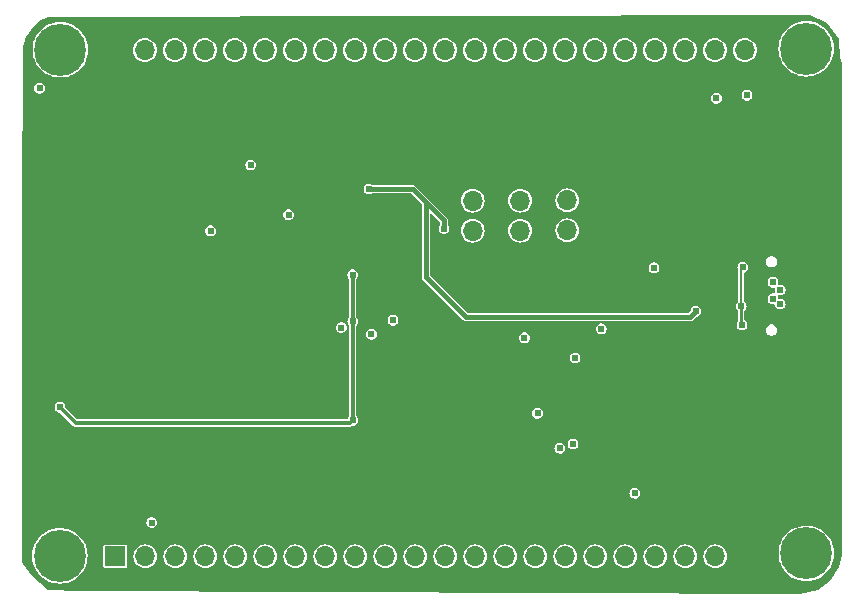
<source format=gbr>
%TF.GenerationSoftware,KiCad,Pcbnew,8.0.8*%
%TF.CreationDate,2025-12-22T10:58:06+04:00*%
%TF.ProjectId,DesignESP32PCB,44657369-676e-4455-9350-33325043422e,rev?*%
%TF.SameCoordinates,Original*%
%TF.FileFunction,Copper,L3,Inr*%
%TF.FilePolarity,Positive*%
%FSLAX46Y46*%
G04 Gerber Fmt 4.6, Leading zero omitted, Abs format (unit mm)*
G04 Created by KiCad (PCBNEW 8.0.8) date 2025-12-22 10:58:06*
%MOMM*%
%LPD*%
G01*
G04 APERTURE LIST*
%TA.AperFunction,ComponentPad*%
%ADD10R,1.700000X1.700000*%
%TD*%
%TA.AperFunction,ComponentPad*%
%ADD11O,1.700000X1.700000*%
%TD*%
%TA.AperFunction,ComponentPad*%
%ADD12C,0.700000*%
%TD*%
%TA.AperFunction,ComponentPad*%
%ADD13C,4.400000*%
%TD*%
%TA.AperFunction,HeatsinkPad*%
%ADD14O,1.800000X1.000000*%
%TD*%
%TA.AperFunction,HeatsinkPad*%
%ADD15O,2.100000X1.000000*%
%TD*%
%TA.AperFunction,ViaPad*%
%ADD16C,0.604799*%
%TD*%
%TA.AperFunction,Conductor*%
%ADD17C,0.381000*%
%TD*%
%TA.AperFunction,Conductor*%
%ADD18C,0.304800*%
%TD*%
%TA.AperFunction,Conductor*%
%ADD19C,0.254000*%
%TD*%
%TA.AperFunction,Conductor*%
%ADD20C,0.203200*%
%TD*%
G04 APERTURE END LIST*
D10*
%TO.N,GND*%
%TO.C,J5*%
X198621200Y-92223800D03*
D11*
%TO.N,/5VUSB*%
X198621200Y-89683800D03*
%TO.N,/3V3*%
X198621200Y-87143800D03*
%TD*%
D10*
%TO.N,GND*%
%TO.C,J4*%
X202610800Y-92188000D03*
D11*
%TO.N,/5VUSB*%
X202610800Y-89648000D03*
%TO.N,/3V3*%
X202610800Y-87108000D03*
%TD*%
D10*
%TO.N,GND*%
%TO.C,J2*%
X194608000Y-92223800D03*
D11*
%TO.N,/5VUSB*%
X194608000Y-89683800D03*
%TO.N,/3V3*%
X194608000Y-87143800D03*
%TD*%
D12*
%TO.N,N/C*%
%TO.C,H2*%
X157994200Y-117201400D03*
X158477474Y-116034674D03*
X158477474Y-118368126D03*
X159644200Y-115551400D03*
D13*
X159644200Y-117201400D03*
D12*
X159644200Y-118851400D03*
X160810926Y-116034674D03*
X160810926Y-118368126D03*
X161294200Y-117201400D03*
%TD*%
%TO.N,N/C*%
%TO.C,H4*%
X221195000Y-74268200D03*
X221678274Y-73101474D03*
X221678274Y-75434926D03*
X222845000Y-72618200D03*
D13*
X222845000Y-74268200D03*
D12*
X222845000Y-75918200D03*
X224011726Y-73101474D03*
X224011726Y-75434926D03*
X224495000Y-74268200D03*
%TD*%
%TO.N,N/C*%
%TO.C,H1*%
X221205400Y-116999000D03*
X221688674Y-115832274D03*
X221688674Y-118165726D03*
X222855400Y-115349000D03*
D13*
X222855400Y-116999000D03*
D12*
X222855400Y-118649000D03*
X224022126Y-115832274D03*
X224022126Y-118165726D03*
X224505400Y-116999000D03*
%TD*%
D10*
%TO.N,/3V3*%
%TO.C,J1*%
X164345000Y-117250600D03*
D11*
%TO.N,/GPIO0*%
X166885000Y-117250600D03*
%TO.N,/GPIO1*%
X169425000Y-117250600D03*
%TO.N,/GPIO2*%
X171965000Y-117250600D03*
%TO.N,/GPIO3*%
X174505000Y-117250600D03*
%TO.N,/GPIO4*%
X177045000Y-117250600D03*
%TO.N,/GPIO5*%
X179585000Y-117250600D03*
%TO.N,/GPIO6*%
X182125000Y-117250600D03*
%TO.N,/GPIO7*%
X184665000Y-117250600D03*
%TO.N,/GPIO8*%
X187205000Y-117250600D03*
%TO.N,/GPIO9*%
X189745000Y-117250600D03*
%TO.N,/GPIO10*%
X192285000Y-117250600D03*
%TO.N,/GPIO11*%
X194825000Y-117250600D03*
%TO.N,/GPIO12*%
X197365000Y-117250600D03*
%TO.N,/GPIO13*%
X199905000Y-117250600D03*
%TO.N,/GPIO14*%
X202445000Y-117250600D03*
%TO.N,/GPIO15*%
X204985000Y-117250600D03*
%TO.N,/GPIO16*%
X207525000Y-117250600D03*
%TO.N,/I2C_SCL*%
X210065000Y-117250600D03*
%TO.N,/I2C_SDA*%
X212605000Y-117250600D03*
%TO.N,/5VUSB*%
X215145000Y-117250600D03*
%TO.N,GND*%
X217685000Y-117250600D03*
%TD*%
D12*
%TO.N,N/C*%
%TO.C,H3*%
X161345000Y-74345000D03*
X160861726Y-75511726D03*
X160861726Y-73178274D03*
X159695000Y-75995000D03*
D13*
X159695000Y-74345000D03*
D12*
X159695000Y-72695000D03*
X158528274Y-75511726D03*
X158528274Y-73178274D03*
X158045000Y-74345000D03*
%TD*%
D10*
%TO.N,GND*%
%TO.C,J3*%
X164305000Y-74385000D03*
D11*
%TO.N,/ESP32_EN*%
X166845000Y-74385000D03*
%TO.N,/GPIO46*%
X169385000Y-74385000D03*
%TO.N,/GPIO45*%
X171925000Y-74385000D03*
%TO.N,/RXD*%
X174465000Y-74385000D03*
%TO.N,/TXD*%
X177005000Y-74385000D03*
%TO.N,/GPIO42*%
X179545000Y-74385000D03*
%TO.N,/GPIO41*%
X182085000Y-74385000D03*
%TO.N,/GPIO40*%
X184625000Y-74385000D03*
%TO.N,/GPIO39*%
X187165000Y-74385000D03*
%TO.N,/GPIO38*%
X189705000Y-74385000D03*
%TO.N,/GPIO37*%
X192245000Y-74385000D03*
%TO.N,/GPIO36*%
X194785000Y-74385000D03*
%TO.N,/GPIO35*%
X197325000Y-74385000D03*
%TO.N,/GPIO34*%
X199865000Y-74385000D03*
%TO.N,/GPIO33*%
X202405000Y-74385000D03*
%TO.N,/GPIO26*%
X204945000Y-74385000D03*
%TO.N,/GPIO21*%
X207485000Y-74385000D03*
%TO.N,unconnected-(J3-Pin_19-Pad19)*%
X210025000Y-74385000D03*
%TO.N,unconnected-(J3-Pin_20-Pad20)*%
X212565000Y-74385000D03*
%TO.N,/GPIO48*%
X215105000Y-74385000D03*
%TO.N,/GPIO47*%
X217645000Y-74385000D03*
%TD*%
D14*
%TO.N,GND*%
%TO.C,JUSB1*%
X223570000Y-90878200D03*
D15*
X219390000Y-90878200D03*
D14*
X223570000Y-99518200D03*
D15*
X219390000Y-99518200D03*
%TD*%
D16*
%TO.N,GND*%
X196640000Y-92289600D03*
X200602400Y-92289600D03*
%TO.N,/5VUSB*%
X192169600Y-89495600D03*
%TO.N,GND*%
X192728400Y-92238800D03*
X162197600Y-98842800D03*
X163772400Y-98995200D03*
X165499600Y-99198400D03*
X166922000Y-97268000D03*
X167023600Y-95642400D03*
X167023600Y-94016800D03*
X165601200Y-92188000D03*
X163874000Y-92188000D03*
X162197600Y-92238800D03*
X160673600Y-94067600D03*
X160622800Y-95642400D03*
X160572000Y-97268000D03*
%TO.N,/ESP32_EN*%
X157930400Y-77608400D03*
X179012400Y-88327200D03*
%TO.N,/GPIO0*%
X167430000Y-114387600D03*
X208324000Y-111898400D03*
%TO.N,GND*%
X223056000Y-100671600D03*
X220058800Y-100671600D03*
X218890400Y-100671600D03*
X224072000Y-89648000D03*
X222954400Y-89597200D03*
X219804800Y-89292400D03*
X218585600Y-89292400D03*
X217671200Y-114692400D03*
X164229600Y-76541600D03*
X170884400Y-104075200D03*
X170884400Y-87311200D03*
X158032000Y-89698800D03*
X158032000Y-90511600D03*
X158032000Y-91375200D03*
X158082800Y-92289600D03*
X158082800Y-93153200D03*
X158032000Y-93966000D03*
X158032000Y-94829600D03*
X158032000Y-95642400D03*
X158032000Y-96506000D03*
X158032000Y-97268000D03*
X158032000Y-98131600D03*
X157981200Y-98944400D03*
X157981200Y-99808000D03*
X157930400Y-100722400D03*
X157930400Y-101586000D03*
X160521200Y-87514400D03*
X159606800Y-87514400D03*
X158844800Y-103567200D03*
X157981200Y-103567200D03*
%TO.N,/GPIO47*%
X217823600Y-78218000D03*
X175812000Y-84110800D03*
%TO.N,/I2C_SDA*%
X203091600Y-107732800D03*
%TO.N,/I2C_SCL*%
X201974000Y-108088400D03*
%TO.N,/3V3*%
X159657600Y-104634000D03*
%TO.N,/I2C_SCL*%
X200094400Y-105142000D03*
X186022800Y-98436400D03*
%TO.N,/I2C_SDA*%
X198976800Y-98741200D03*
X183482800Y-97877600D03*
%TO.N,/GPIO48*%
X187851600Y-97268000D03*
X172408400Y-89683200D03*
%TO.N,GND*%
X217417200Y-91984800D03*
X217366400Y-98588800D03*
X191915600Y-83501200D03*
X207206400Y-90714800D03*
X206901600Y-83958400D03*
X206495200Y-99655600D03*
X206444400Y-106767600D03*
X201313600Y-106361200D03*
X186886400Y-88784400D03*
X186886400Y-89749600D03*
X188004000Y-87006400D03*
X181755600Y-91375200D03*
X181755600Y-86498400D03*
X182924000Y-101738400D03*
X198672000Y-100773200D03*
X194455600Y-98893600D03*
X186429200Y-100722400D03*
%TO.N,/3V3*%
X203270000Y-100453200D03*
X209949600Y-92823000D03*
X184448000Y-97348887D03*
X184448000Y-105726200D03*
X184448000Y-93407200D03*
%TO.N,/5VUSB*%
X185819600Y-86142800D03*
X217333443Y-96058004D03*
X213492900Y-96493300D03*
X217402038Y-97653109D03*
X217468000Y-92772200D03*
%TO.N,GND*%
X212489600Y-85203000D03*
X214547000Y-90359200D03*
X214674000Y-99884200D03*
X210356000Y-102043200D03*
%TO.N,/USB_N*%
X220632602Y-95891702D03*
X220640000Y-94693200D03*
%TO.N,/USB_P*%
X220030000Y-94043200D03*
X220030000Y-95433200D03*
%TO.N,/GPIO48*%
X205479200Y-97979200D03*
X215232800Y-78472000D03*
%TD*%
D17*
%TO.N,/5VUSB*%
X192169600Y-88784400D02*
X192169600Y-89495600D01*
X189528000Y-86142800D02*
X192169600Y-88784400D01*
X213492900Y-96493300D02*
X213023000Y-96963200D01*
X213023000Y-96963200D02*
X193998400Y-96963200D01*
X190671000Y-93635800D02*
X190671000Y-87285800D01*
X193998400Y-96963200D02*
X190671000Y-93635800D01*
X190671000Y-87285800D02*
X189528000Y-86142800D01*
D18*
%TO.N,/3V3*%
X184448000Y-97348887D02*
X184448000Y-93407200D01*
X184448000Y-97348887D02*
X184448000Y-105726200D01*
D17*
%TO.N,/5VUSB*%
X189528000Y-86142800D02*
X185819600Y-86142800D01*
D18*
%TO.N,/3V3*%
X160978400Y-105954800D02*
X159657600Y-104634000D01*
X184448000Y-105726200D02*
X184219400Y-105954800D01*
X184219400Y-105954800D02*
X160978400Y-105954800D01*
D19*
%TO.N,/5VUSB*%
X217333443Y-96058004D02*
X217333443Y-97584514D01*
X217333443Y-97584514D02*
X217402038Y-97653109D01*
D20*
X217333443Y-96058004D02*
X217333443Y-92906757D01*
X217333443Y-92906757D02*
X217468000Y-92772200D01*
%TD*%
%TA.AperFunction,Conductor*%
%TO.N,GND*%
G36*
X223197898Y-71442972D02*
G01*
X224561958Y-72062999D01*
X224591656Y-72087227D01*
X225583624Y-73451183D01*
X225597747Y-73489169D01*
X225722999Y-74992195D01*
X225723000Y-74992200D01*
X225847755Y-75491219D01*
X225850000Y-75509458D01*
X225850000Y-117146941D01*
X225847755Y-117165180D01*
X225599158Y-118159565D01*
X225588773Y-118183039D01*
X224841146Y-119304481D01*
X224823696Y-119322928D01*
X223830149Y-120068087D01*
X223803268Y-120080882D01*
X222303132Y-120455916D01*
X222284580Y-120458160D01*
X161335643Y-120204206D01*
X161332379Y-120204122D01*
X158691814Y-120078381D01*
X158647772Y-120061468D01*
X157278033Y-118940772D01*
X157264046Y-118925694D01*
X156520946Y-117864122D01*
X156510056Y-117840984D01*
X156486009Y-117753756D01*
X156484422Y-117746683D01*
X156425617Y-117409314D01*
X156424500Y-117396401D01*
X156424500Y-117201399D01*
X157286251Y-117201399D01*
X157286251Y-117201400D01*
X157306423Y-117509167D01*
X157306423Y-117509172D01*
X157306424Y-117509174D01*
X157326336Y-117609278D01*
X157366356Y-117810478D01*
X157366596Y-117811682D01*
X157401430Y-117914300D01*
X157465738Y-118103747D01*
X157551023Y-118276688D01*
X157602156Y-118380375D01*
X157773513Y-118636828D01*
X157773516Y-118636832D01*
X157976877Y-118868722D01*
X158173374Y-119041044D01*
X158208772Y-119072087D01*
X158465225Y-119243444D01*
X158741852Y-119379861D01*
X159033918Y-119479004D01*
X159336426Y-119539176D01*
X159644200Y-119559349D01*
X159951974Y-119539176D01*
X160254482Y-119479004D01*
X160546548Y-119379861D01*
X160823175Y-119243444D01*
X161079628Y-119072087D01*
X161311522Y-118868722D01*
X161514887Y-118636828D01*
X161686244Y-118380375D01*
X161822661Y-118103748D01*
X161921804Y-117811682D01*
X161981976Y-117509174D01*
X162002149Y-117201400D01*
X161981976Y-116893626D01*
X161921804Y-116591118D01*
X161852020Y-116385542D01*
X163342100Y-116385542D01*
X163342100Y-118115655D01*
X163342101Y-118115657D01*
X163350972Y-118160259D01*
X163384764Y-118210832D01*
X163384765Y-118210832D01*
X163384766Y-118210834D01*
X163435342Y-118244628D01*
X163479943Y-118253500D01*
X165210056Y-118253499D01*
X165254658Y-118244628D01*
X165305234Y-118210834D01*
X165339028Y-118160258D01*
X165347900Y-118115657D01*
X165347899Y-117250600D01*
X165877247Y-117250600D01*
X165896610Y-117447199D01*
X165896610Y-117447201D01*
X165953955Y-117636243D01*
X165953956Y-117636247D01*
X166047086Y-117810481D01*
X166047089Y-117810485D01*
X166172410Y-117963189D01*
X166325114Y-118088510D01*
X166325118Y-118088513D01*
X166325122Y-118088516D01*
X166499350Y-118181642D01*
X166499352Y-118181643D01*
X166499356Y-118181644D01*
X166503955Y-118183039D01*
X166688397Y-118238989D01*
X166885000Y-118258353D01*
X167081603Y-118238989D01*
X167270650Y-118181642D01*
X167444878Y-118088516D01*
X167597589Y-117963189D01*
X167722916Y-117810478D01*
X167816042Y-117636250D01*
X167873389Y-117447203D01*
X167892753Y-117250600D01*
X168417247Y-117250600D01*
X168436610Y-117447199D01*
X168436610Y-117447201D01*
X168493955Y-117636243D01*
X168493956Y-117636247D01*
X168587086Y-117810481D01*
X168587089Y-117810485D01*
X168712410Y-117963189D01*
X168865114Y-118088510D01*
X168865118Y-118088513D01*
X168865122Y-118088516D01*
X169039350Y-118181642D01*
X169039352Y-118181643D01*
X169039356Y-118181644D01*
X169043955Y-118183039D01*
X169228397Y-118238989D01*
X169425000Y-118258353D01*
X169621603Y-118238989D01*
X169810650Y-118181642D01*
X169984878Y-118088516D01*
X170137589Y-117963189D01*
X170262916Y-117810478D01*
X170356042Y-117636250D01*
X170413389Y-117447203D01*
X170432753Y-117250600D01*
X170957247Y-117250600D01*
X170976610Y-117447199D01*
X170976610Y-117447201D01*
X171033955Y-117636243D01*
X171033956Y-117636247D01*
X171127086Y-117810481D01*
X171127089Y-117810485D01*
X171252410Y-117963189D01*
X171405114Y-118088510D01*
X171405118Y-118088513D01*
X171405122Y-118088516D01*
X171579350Y-118181642D01*
X171579352Y-118181643D01*
X171579356Y-118181644D01*
X171583955Y-118183039D01*
X171768397Y-118238989D01*
X171965000Y-118258353D01*
X172161603Y-118238989D01*
X172350650Y-118181642D01*
X172524878Y-118088516D01*
X172677589Y-117963189D01*
X172802916Y-117810478D01*
X172896042Y-117636250D01*
X172953389Y-117447203D01*
X172972753Y-117250600D01*
X173497247Y-117250600D01*
X173516610Y-117447199D01*
X173516610Y-117447201D01*
X173573955Y-117636243D01*
X173573956Y-117636247D01*
X173667086Y-117810481D01*
X173667089Y-117810485D01*
X173792410Y-117963189D01*
X173945114Y-118088510D01*
X173945118Y-118088513D01*
X173945122Y-118088516D01*
X174119350Y-118181642D01*
X174119352Y-118181643D01*
X174119356Y-118181644D01*
X174123955Y-118183039D01*
X174308397Y-118238989D01*
X174505000Y-118258353D01*
X174701603Y-118238989D01*
X174890650Y-118181642D01*
X175064878Y-118088516D01*
X175217589Y-117963189D01*
X175342916Y-117810478D01*
X175436042Y-117636250D01*
X175493389Y-117447203D01*
X175512753Y-117250600D01*
X176037247Y-117250600D01*
X176056610Y-117447199D01*
X176056610Y-117447201D01*
X176113955Y-117636243D01*
X176113956Y-117636247D01*
X176207086Y-117810481D01*
X176207089Y-117810485D01*
X176332410Y-117963189D01*
X176485114Y-118088510D01*
X176485118Y-118088513D01*
X176485122Y-118088516D01*
X176659350Y-118181642D01*
X176659352Y-118181643D01*
X176659356Y-118181644D01*
X176663955Y-118183039D01*
X176848397Y-118238989D01*
X177045000Y-118258353D01*
X177241603Y-118238989D01*
X177430650Y-118181642D01*
X177604878Y-118088516D01*
X177757589Y-117963189D01*
X177882916Y-117810478D01*
X177976042Y-117636250D01*
X178033389Y-117447203D01*
X178052753Y-117250600D01*
X178577247Y-117250600D01*
X178596610Y-117447199D01*
X178596610Y-117447201D01*
X178653955Y-117636243D01*
X178653956Y-117636247D01*
X178747086Y-117810481D01*
X178747089Y-117810485D01*
X178872410Y-117963189D01*
X179025114Y-118088510D01*
X179025118Y-118088513D01*
X179025122Y-118088516D01*
X179199350Y-118181642D01*
X179199352Y-118181643D01*
X179199356Y-118181644D01*
X179203955Y-118183039D01*
X179388397Y-118238989D01*
X179585000Y-118258353D01*
X179781603Y-118238989D01*
X179970650Y-118181642D01*
X180144878Y-118088516D01*
X180297589Y-117963189D01*
X180422916Y-117810478D01*
X180516042Y-117636250D01*
X180573389Y-117447203D01*
X180592753Y-117250600D01*
X181117247Y-117250600D01*
X181136610Y-117447199D01*
X181136610Y-117447201D01*
X181193955Y-117636243D01*
X181193956Y-117636247D01*
X181287086Y-117810481D01*
X181287089Y-117810485D01*
X181412410Y-117963189D01*
X181565114Y-118088510D01*
X181565118Y-118088513D01*
X181565122Y-118088516D01*
X181739350Y-118181642D01*
X181739352Y-118181643D01*
X181739356Y-118181644D01*
X181743955Y-118183039D01*
X181928397Y-118238989D01*
X182125000Y-118258353D01*
X182321603Y-118238989D01*
X182510650Y-118181642D01*
X182684878Y-118088516D01*
X182837589Y-117963189D01*
X182962916Y-117810478D01*
X183056042Y-117636250D01*
X183113389Y-117447203D01*
X183132753Y-117250600D01*
X183657247Y-117250600D01*
X183676610Y-117447199D01*
X183676610Y-117447201D01*
X183733955Y-117636243D01*
X183733956Y-117636247D01*
X183827086Y-117810481D01*
X183827089Y-117810485D01*
X183952410Y-117963189D01*
X184105114Y-118088510D01*
X184105118Y-118088513D01*
X184105122Y-118088516D01*
X184279350Y-118181642D01*
X184279352Y-118181643D01*
X184279356Y-118181644D01*
X184283955Y-118183039D01*
X184468397Y-118238989D01*
X184665000Y-118258353D01*
X184861603Y-118238989D01*
X185050650Y-118181642D01*
X185224878Y-118088516D01*
X185377589Y-117963189D01*
X185502916Y-117810478D01*
X185596042Y-117636250D01*
X185653389Y-117447203D01*
X185672753Y-117250600D01*
X186197247Y-117250600D01*
X186216610Y-117447199D01*
X186216610Y-117447201D01*
X186273955Y-117636243D01*
X186273956Y-117636247D01*
X186367086Y-117810481D01*
X186367089Y-117810485D01*
X186492410Y-117963189D01*
X186645114Y-118088510D01*
X186645118Y-118088513D01*
X186645122Y-118088516D01*
X186819350Y-118181642D01*
X186819352Y-118181643D01*
X186819356Y-118181644D01*
X186823955Y-118183039D01*
X187008397Y-118238989D01*
X187205000Y-118258353D01*
X187401603Y-118238989D01*
X187590650Y-118181642D01*
X187764878Y-118088516D01*
X187917589Y-117963189D01*
X188042916Y-117810478D01*
X188136042Y-117636250D01*
X188193389Y-117447203D01*
X188212753Y-117250600D01*
X188737247Y-117250600D01*
X188756610Y-117447199D01*
X188756610Y-117447201D01*
X188813955Y-117636243D01*
X188813956Y-117636247D01*
X188907086Y-117810481D01*
X188907089Y-117810485D01*
X189032410Y-117963189D01*
X189185114Y-118088510D01*
X189185118Y-118088513D01*
X189185122Y-118088516D01*
X189359350Y-118181642D01*
X189359352Y-118181643D01*
X189359356Y-118181644D01*
X189363955Y-118183039D01*
X189548397Y-118238989D01*
X189745000Y-118258353D01*
X189941603Y-118238989D01*
X190130650Y-118181642D01*
X190304878Y-118088516D01*
X190457589Y-117963189D01*
X190582916Y-117810478D01*
X190676042Y-117636250D01*
X190733389Y-117447203D01*
X190752753Y-117250600D01*
X191277247Y-117250600D01*
X191296610Y-117447199D01*
X191296610Y-117447201D01*
X191353955Y-117636243D01*
X191353956Y-117636247D01*
X191447086Y-117810481D01*
X191447089Y-117810485D01*
X191572410Y-117963189D01*
X191725114Y-118088510D01*
X191725118Y-118088513D01*
X191725122Y-118088516D01*
X191899350Y-118181642D01*
X191899352Y-118181643D01*
X191899356Y-118181644D01*
X191903955Y-118183039D01*
X192088397Y-118238989D01*
X192285000Y-118258353D01*
X192481603Y-118238989D01*
X192670650Y-118181642D01*
X192844878Y-118088516D01*
X192997589Y-117963189D01*
X193122916Y-117810478D01*
X193216042Y-117636250D01*
X193273389Y-117447203D01*
X193292753Y-117250600D01*
X193817247Y-117250600D01*
X193836610Y-117447199D01*
X193836610Y-117447201D01*
X193893955Y-117636243D01*
X193893956Y-117636247D01*
X193987086Y-117810481D01*
X193987089Y-117810485D01*
X194112410Y-117963189D01*
X194265114Y-118088510D01*
X194265118Y-118088513D01*
X194265122Y-118088516D01*
X194439350Y-118181642D01*
X194439352Y-118181643D01*
X194439356Y-118181644D01*
X194443955Y-118183039D01*
X194628397Y-118238989D01*
X194825000Y-118258353D01*
X195021603Y-118238989D01*
X195210650Y-118181642D01*
X195384878Y-118088516D01*
X195537589Y-117963189D01*
X195662916Y-117810478D01*
X195756042Y-117636250D01*
X195813389Y-117447203D01*
X195832753Y-117250600D01*
X196357247Y-117250600D01*
X196376610Y-117447199D01*
X196376610Y-117447201D01*
X196433955Y-117636243D01*
X196433956Y-117636247D01*
X196527086Y-117810481D01*
X196527089Y-117810485D01*
X196652410Y-117963189D01*
X196805114Y-118088510D01*
X196805118Y-118088513D01*
X196805122Y-118088516D01*
X196979350Y-118181642D01*
X196979352Y-118181643D01*
X196979356Y-118181644D01*
X196983955Y-118183039D01*
X197168397Y-118238989D01*
X197365000Y-118258353D01*
X197561603Y-118238989D01*
X197750650Y-118181642D01*
X197924878Y-118088516D01*
X198077589Y-117963189D01*
X198202916Y-117810478D01*
X198296042Y-117636250D01*
X198353389Y-117447203D01*
X198372753Y-117250600D01*
X198897247Y-117250600D01*
X198916610Y-117447199D01*
X198916610Y-117447201D01*
X198973955Y-117636243D01*
X198973956Y-117636247D01*
X199067086Y-117810481D01*
X199067089Y-117810485D01*
X199192410Y-117963189D01*
X199345114Y-118088510D01*
X199345118Y-118088513D01*
X199345122Y-118088516D01*
X199519350Y-118181642D01*
X199519352Y-118181643D01*
X199519356Y-118181644D01*
X199523955Y-118183039D01*
X199708397Y-118238989D01*
X199905000Y-118258353D01*
X200101603Y-118238989D01*
X200290650Y-118181642D01*
X200464878Y-118088516D01*
X200617589Y-117963189D01*
X200742916Y-117810478D01*
X200836042Y-117636250D01*
X200893389Y-117447203D01*
X200912753Y-117250600D01*
X201437247Y-117250600D01*
X201456610Y-117447199D01*
X201456610Y-117447201D01*
X201513955Y-117636243D01*
X201513956Y-117636247D01*
X201607086Y-117810481D01*
X201607089Y-117810485D01*
X201732410Y-117963189D01*
X201885114Y-118088510D01*
X201885118Y-118088513D01*
X201885122Y-118088516D01*
X202059350Y-118181642D01*
X202059352Y-118181643D01*
X202059356Y-118181644D01*
X202063955Y-118183039D01*
X202248397Y-118238989D01*
X202445000Y-118258353D01*
X202641603Y-118238989D01*
X202830650Y-118181642D01*
X203004878Y-118088516D01*
X203157589Y-117963189D01*
X203282916Y-117810478D01*
X203376042Y-117636250D01*
X203433389Y-117447203D01*
X203452753Y-117250600D01*
X203977247Y-117250600D01*
X203996610Y-117447199D01*
X203996610Y-117447201D01*
X204053955Y-117636243D01*
X204053956Y-117636247D01*
X204147086Y-117810481D01*
X204147089Y-117810485D01*
X204272410Y-117963189D01*
X204425114Y-118088510D01*
X204425118Y-118088513D01*
X204425122Y-118088516D01*
X204599350Y-118181642D01*
X204599352Y-118181643D01*
X204599356Y-118181644D01*
X204603955Y-118183039D01*
X204788397Y-118238989D01*
X204985000Y-118258353D01*
X205181603Y-118238989D01*
X205370650Y-118181642D01*
X205544878Y-118088516D01*
X205697589Y-117963189D01*
X205822916Y-117810478D01*
X205916042Y-117636250D01*
X205973389Y-117447203D01*
X205992753Y-117250600D01*
X206517247Y-117250600D01*
X206536610Y-117447199D01*
X206536610Y-117447201D01*
X206593955Y-117636243D01*
X206593956Y-117636247D01*
X206687086Y-117810481D01*
X206687089Y-117810485D01*
X206812410Y-117963189D01*
X206965114Y-118088510D01*
X206965118Y-118088513D01*
X206965122Y-118088516D01*
X207139350Y-118181642D01*
X207139352Y-118181643D01*
X207139356Y-118181644D01*
X207143955Y-118183039D01*
X207328397Y-118238989D01*
X207525000Y-118258353D01*
X207721603Y-118238989D01*
X207910650Y-118181642D01*
X208084878Y-118088516D01*
X208237589Y-117963189D01*
X208362916Y-117810478D01*
X208456042Y-117636250D01*
X208513389Y-117447203D01*
X208532753Y-117250600D01*
X209057247Y-117250600D01*
X209076610Y-117447199D01*
X209076610Y-117447201D01*
X209133955Y-117636243D01*
X209133956Y-117636247D01*
X209227086Y-117810481D01*
X209227089Y-117810485D01*
X209352410Y-117963189D01*
X209505114Y-118088510D01*
X209505118Y-118088513D01*
X209505122Y-118088516D01*
X209679350Y-118181642D01*
X209679352Y-118181643D01*
X209679356Y-118181644D01*
X209683955Y-118183039D01*
X209868397Y-118238989D01*
X210065000Y-118258353D01*
X210261603Y-118238989D01*
X210450650Y-118181642D01*
X210624878Y-118088516D01*
X210777589Y-117963189D01*
X210902916Y-117810478D01*
X210996042Y-117636250D01*
X211053389Y-117447203D01*
X211072753Y-117250600D01*
X211597247Y-117250600D01*
X211616610Y-117447199D01*
X211616610Y-117447201D01*
X211673955Y-117636243D01*
X211673956Y-117636247D01*
X211767086Y-117810481D01*
X211767089Y-117810485D01*
X211892410Y-117963189D01*
X212045114Y-118088510D01*
X212045118Y-118088513D01*
X212045122Y-118088516D01*
X212219350Y-118181642D01*
X212219352Y-118181643D01*
X212219356Y-118181644D01*
X212223955Y-118183039D01*
X212408397Y-118238989D01*
X212605000Y-118258353D01*
X212801603Y-118238989D01*
X212990650Y-118181642D01*
X213164878Y-118088516D01*
X213317589Y-117963189D01*
X213442916Y-117810478D01*
X213536042Y-117636250D01*
X213593389Y-117447203D01*
X213612753Y-117250600D01*
X214137247Y-117250600D01*
X214156610Y-117447199D01*
X214156610Y-117447201D01*
X214213955Y-117636243D01*
X214213956Y-117636247D01*
X214307086Y-117810481D01*
X214307089Y-117810485D01*
X214432410Y-117963189D01*
X214585114Y-118088510D01*
X214585118Y-118088513D01*
X214585122Y-118088516D01*
X214759350Y-118181642D01*
X214759352Y-118181643D01*
X214759356Y-118181644D01*
X214763955Y-118183039D01*
X214948397Y-118238989D01*
X215145000Y-118258353D01*
X215341603Y-118238989D01*
X215530650Y-118181642D01*
X215704878Y-118088516D01*
X215857589Y-117963189D01*
X215982916Y-117810478D01*
X216076042Y-117636250D01*
X216133389Y-117447203D01*
X216152753Y-117250600D01*
X216133389Y-117053997D01*
X216116705Y-116998999D01*
X220497451Y-116998999D01*
X220497451Y-116999000D01*
X220517623Y-117306767D01*
X220517623Y-117306772D01*
X220517624Y-117306774D01*
X220577796Y-117609282D01*
X220612630Y-117711900D01*
X220676938Y-117901347D01*
X220730747Y-118010461D01*
X220813356Y-118177975D01*
X220948596Y-118380375D01*
X220984716Y-118434432D01*
X221188077Y-118666322D01*
X221419967Y-118869683D01*
X221419972Y-118869687D01*
X221676425Y-119041044D01*
X221953052Y-119177461D01*
X222245118Y-119276604D01*
X222547626Y-119336776D01*
X222855400Y-119356949D01*
X223163174Y-119336776D01*
X223465682Y-119276604D01*
X223757748Y-119177461D01*
X224034375Y-119041044D01*
X224290828Y-118869687D01*
X224522722Y-118666322D01*
X224726087Y-118434428D01*
X224897444Y-118177975D01*
X225033861Y-117901348D01*
X225133004Y-117609282D01*
X225193176Y-117306774D01*
X225213349Y-116999000D01*
X225193176Y-116691226D01*
X225133004Y-116388718D01*
X225033861Y-116096652D01*
X224897444Y-115820026D01*
X224726087Y-115563572D01*
X224700221Y-115534077D01*
X224522722Y-115331677D01*
X224290832Y-115128316D01*
X224290828Y-115128313D01*
X224034375Y-114956956D01*
X223967131Y-114923795D01*
X223757747Y-114820538D01*
X223568300Y-114756230D01*
X223465682Y-114721396D01*
X223465679Y-114721395D01*
X223465678Y-114721395D01*
X223312382Y-114690903D01*
X223163174Y-114661224D01*
X223163172Y-114661223D01*
X223163167Y-114661223D01*
X222855400Y-114641051D01*
X222547632Y-114661223D01*
X222547626Y-114661224D01*
X222245121Y-114721395D01*
X221953052Y-114820538D01*
X221676429Y-114956954D01*
X221419967Y-115128316D01*
X221188077Y-115331677D01*
X220984716Y-115563567D01*
X220813354Y-115820029D01*
X220676938Y-116096652D01*
X220577795Y-116388721D01*
X220517624Y-116691226D01*
X220517623Y-116691232D01*
X220497451Y-116998999D01*
X216116705Y-116998999D01*
X216076042Y-116864950D01*
X215982916Y-116690722D01*
X215982913Y-116690718D01*
X215982910Y-116690714D01*
X215857589Y-116538010D01*
X215704885Y-116412689D01*
X215704881Y-116412686D01*
X215704879Y-116412685D01*
X215704878Y-116412684D01*
X215570657Y-116340942D01*
X215530647Y-116319556D01*
X215530643Y-116319555D01*
X215341600Y-116262210D01*
X215145000Y-116242847D01*
X214948400Y-116262210D01*
X214948398Y-116262210D01*
X214759356Y-116319555D01*
X214759352Y-116319556D01*
X214585118Y-116412686D01*
X214585114Y-116412689D01*
X214432410Y-116538010D01*
X214307089Y-116690714D01*
X214307086Y-116690718D01*
X214213956Y-116864952D01*
X214213955Y-116864956D01*
X214156610Y-117053998D01*
X214156610Y-117054000D01*
X214137247Y-117250600D01*
X213612753Y-117250600D01*
X213593389Y-117053997D01*
X213536042Y-116864950D01*
X213442916Y-116690722D01*
X213442913Y-116690718D01*
X213442910Y-116690714D01*
X213317589Y-116538010D01*
X213164885Y-116412689D01*
X213164881Y-116412686D01*
X213164879Y-116412685D01*
X213164878Y-116412684D01*
X213030657Y-116340942D01*
X212990647Y-116319556D01*
X212990643Y-116319555D01*
X212801600Y-116262210D01*
X212605000Y-116242847D01*
X212408400Y-116262210D01*
X212408398Y-116262210D01*
X212219356Y-116319555D01*
X212219352Y-116319556D01*
X212045118Y-116412686D01*
X212045114Y-116412689D01*
X211892410Y-116538010D01*
X211767089Y-116690714D01*
X211767086Y-116690718D01*
X211673956Y-116864952D01*
X211673955Y-116864956D01*
X211616610Y-117053998D01*
X211616610Y-117054000D01*
X211597247Y-117250600D01*
X211072753Y-117250600D01*
X211053389Y-117053997D01*
X210996042Y-116864950D01*
X210902916Y-116690722D01*
X210902913Y-116690718D01*
X210902910Y-116690714D01*
X210777589Y-116538010D01*
X210624885Y-116412689D01*
X210624881Y-116412686D01*
X210624879Y-116412685D01*
X210624878Y-116412684D01*
X210490657Y-116340942D01*
X210450647Y-116319556D01*
X210450643Y-116319555D01*
X210261600Y-116262210D01*
X210065000Y-116242847D01*
X209868400Y-116262210D01*
X209868398Y-116262210D01*
X209679356Y-116319555D01*
X209679352Y-116319556D01*
X209505118Y-116412686D01*
X209505114Y-116412689D01*
X209352410Y-116538010D01*
X209227089Y-116690714D01*
X209227086Y-116690718D01*
X209133956Y-116864952D01*
X209133955Y-116864956D01*
X209076610Y-117053998D01*
X209076610Y-117054000D01*
X209057247Y-117250600D01*
X208532753Y-117250600D01*
X208513389Y-117053997D01*
X208456042Y-116864950D01*
X208362916Y-116690722D01*
X208362913Y-116690718D01*
X208362910Y-116690714D01*
X208237589Y-116538010D01*
X208084885Y-116412689D01*
X208084881Y-116412686D01*
X208084879Y-116412685D01*
X208084878Y-116412684D01*
X207950657Y-116340942D01*
X207910647Y-116319556D01*
X207910643Y-116319555D01*
X207721600Y-116262210D01*
X207525000Y-116242847D01*
X207328400Y-116262210D01*
X207328398Y-116262210D01*
X207139356Y-116319555D01*
X207139352Y-116319556D01*
X206965118Y-116412686D01*
X206965114Y-116412689D01*
X206812410Y-116538010D01*
X206687089Y-116690714D01*
X206687086Y-116690718D01*
X206593956Y-116864952D01*
X206593955Y-116864956D01*
X206536610Y-117053998D01*
X206536610Y-117054000D01*
X206517247Y-117250600D01*
X205992753Y-117250600D01*
X205973389Y-117053997D01*
X205916042Y-116864950D01*
X205822916Y-116690722D01*
X205822913Y-116690718D01*
X205822910Y-116690714D01*
X205697589Y-116538010D01*
X205544885Y-116412689D01*
X205544881Y-116412686D01*
X205544879Y-116412685D01*
X205544878Y-116412684D01*
X205410657Y-116340942D01*
X205370647Y-116319556D01*
X205370643Y-116319555D01*
X205181600Y-116262210D01*
X204985000Y-116242847D01*
X204788400Y-116262210D01*
X204788398Y-116262210D01*
X204599356Y-116319555D01*
X204599352Y-116319556D01*
X204425118Y-116412686D01*
X204425114Y-116412689D01*
X204272410Y-116538010D01*
X204147089Y-116690714D01*
X204147086Y-116690718D01*
X204053956Y-116864952D01*
X204053955Y-116864956D01*
X203996610Y-117053998D01*
X203996610Y-117054000D01*
X203977247Y-117250600D01*
X203452753Y-117250600D01*
X203433389Y-117053997D01*
X203376042Y-116864950D01*
X203282916Y-116690722D01*
X203282913Y-116690718D01*
X203282910Y-116690714D01*
X203157589Y-116538010D01*
X203004885Y-116412689D01*
X203004881Y-116412686D01*
X203004879Y-116412685D01*
X203004878Y-116412684D01*
X202870657Y-116340942D01*
X202830647Y-116319556D01*
X202830643Y-116319555D01*
X202641600Y-116262210D01*
X202445000Y-116242847D01*
X202248400Y-116262210D01*
X202248398Y-116262210D01*
X202059356Y-116319555D01*
X202059352Y-116319556D01*
X201885118Y-116412686D01*
X201885114Y-116412689D01*
X201732410Y-116538010D01*
X201607089Y-116690714D01*
X201607086Y-116690718D01*
X201513956Y-116864952D01*
X201513955Y-116864956D01*
X201456610Y-117053998D01*
X201456610Y-117054000D01*
X201437247Y-117250600D01*
X200912753Y-117250600D01*
X200893389Y-117053997D01*
X200836042Y-116864950D01*
X200742916Y-116690722D01*
X200742913Y-116690718D01*
X200742910Y-116690714D01*
X200617589Y-116538010D01*
X200464885Y-116412689D01*
X200464881Y-116412686D01*
X200464879Y-116412685D01*
X200464878Y-116412684D01*
X200330657Y-116340942D01*
X200290647Y-116319556D01*
X200290643Y-116319555D01*
X200101600Y-116262210D01*
X199905000Y-116242847D01*
X199708400Y-116262210D01*
X199708398Y-116262210D01*
X199519356Y-116319555D01*
X199519352Y-116319556D01*
X199345118Y-116412686D01*
X199345114Y-116412689D01*
X199192410Y-116538010D01*
X199067089Y-116690714D01*
X199067086Y-116690718D01*
X198973956Y-116864952D01*
X198973955Y-116864956D01*
X198916610Y-117053998D01*
X198916610Y-117054000D01*
X198897247Y-117250600D01*
X198372753Y-117250600D01*
X198353389Y-117053997D01*
X198296042Y-116864950D01*
X198202916Y-116690722D01*
X198202913Y-116690718D01*
X198202910Y-116690714D01*
X198077589Y-116538010D01*
X197924885Y-116412689D01*
X197924881Y-116412686D01*
X197924879Y-116412685D01*
X197924878Y-116412684D01*
X197790657Y-116340942D01*
X197750647Y-116319556D01*
X197750643Y-116319555D01*
X197561600Y-116262210D01*
X197365000Y-116242847D01*
X197168400Y-116262210D01*
X197168398Y-116262210D01*
X196979356Y-116319555D01*
X196979352Y-116319556D01*
X196805118Y-116412686D01*
X196805114Y-116412689D01*
X196652410Y-116538010D01*
X196527089Y-116690714D01*
X196527086Y-116690718D01*
X196433956Y-116864952D01*
X196433955Y-116864956D01*
X196376610Y-117053998D01*
X196376610Y-117054000D01*
X196357247Y-117250600D01*
X195832753Y-117250600D01*
X195813389Y-117053997D01*
X195756042Y-116864950D01*
X195662916Y-116690722D01*
X195662913Y-116690718D01*
X195662910Y-116690714D01*
X195537589Y-116538010D01*
X195384885Y-116412689D01*
X195384881Y-116412686D01*
X195384879Y-116412685D01*
X195384878Y-116412684D01*
X195250657Y-116340942D01*
X195210647Y-116319556D01*
X195210643Y-116319555D01*
X195021600Y-116262210D01*
X194825000Y-116242847D01*
X194628400Y-116262210D01*
X194628398Y-116262210D01*
X194439356Y-116319555D01*
X194439352Y-116319556D01*
X194265118Y-116412686D01*
X194265114Y-116412689D01*
X194112410Y-116538010D01*
X193987089Y-116690714D01*
X193987086Y-116690718D01*
X193893956Y-116864952D01*
X193893955Y-116864956D01*
X193836610Y-117053998D01*
X193836610Y-117054000D01*
X193817247Y-117250600D01*
X193292753Y-117250600D01*
X193273389Y-117053997D01*
X193216042Y-116864950D01*
X193122916Y-116690722D01*
X193122913Y-116690718D01*
X193122910Y-116690714D01*
X192997589Y-116538010D01*
X192844885Y-116412689D01*
X192844881Y-116412686D01*
X192844879Y-116412685D01*
X192844878Y-116412684D01*
X192710657Y-116340942D01*
X192670647Y-116319556D01*
X192670643Y-116319555D01*
X192481600Y-116262210D01*
X192285000Y-116242847D01*
X192088400Y-116262210D01*
X192088398Y-116262210D01*
X191899356Y-116319555D01*
X191899352Y-116319556D01*
X191725118Y-116412686D01*
X191725114Y-116412689D01*
X191572410Y-116538010D01*
X191447089Y-116690714D01*
X191447086Y-116690718D01*
X191353956Y-116864952D01*
X191353955Y-116864956D01*
X191296610Y-117053998D01*
X191296610Y-117054000D01*
X191277247Y-117250600D01*
X190752753Y-117250600D01*
X190733389Y-117053997D01*
X190676042Y-116864950D01*
X190582916Y-116690722D01*
X190582913Y-116690718D01*
X190582910Y-116690714D01*
X190457589Y-116538010D01*
X190304885Y-116412689D01*
X190304881Y-116412686D01*
X190304879Y-116412685D01*
X190304878Y-116412684D01*
X190170657Y-116340942D01*
X190130647Y-116319556D01*
X190130643Y-116319555D01*
X189941600Y-116262210D01*
X189745000Y-116242847D01*
X189548400Y-116262210D01*
X189548398Y-116262210D01*
X189359356Y-116319555D01*
X189359352Y-116319556D01*
X189185118Y-116412686D01*
X189185114Y-116412689D01*
X189032410Y-116538010D01*
X188907089Y-116690714D01*
X188907086Y-116690718D01*
X188813956Y-116864952D01*
X188813955Y-116864956D01*
X188756610Y-117053998D01*
X188756610Y-117054000D01*
X188737247Y-117250600D01*
X188212753Y-117250600D01*
X188193389Y-117053997D01*
X188136042Y-116864950D01*
X188042916Y-116690722D01*
X188042913Y-116690718D01*
X188042910Y-116690714D01*
X187917589Y-116538010D01*
X187764885Y-116412689D01*
X187764881Y-116412686D01*
X187764879Y-116412685D01*
X187764878Y-116412684D01*
X187630657Y-116340942D01*
X187590647Y-116319556D01*
X187590643Y-116319555D01*
X187401600Y-116262210D01*
X187205000Y-116242847D01*
X187008400Y-116262210D01*
X187008398Y-116262210D01*
X186819356Y-116319555D01*
X186819352Y-116319556D01*
X186645118Y-116412686D01*
X186645114Y-116412689D01*
X186492410Y-116538010D01*
X186367089Y-116690714D01*
X186367086Y-116690718D01*
X186273956Y-116864952D01*
X186273955Y-116864956D01*
X186216610Y-117053998D01*
X186216610Y-117054000D01*
X186197247Y-117250600D01*
X185672753Y-117250600D01*
X185653389Y-117053997D01*
X185596042Y-116864950D01*
X185502916Y-116690722D01*
X185502913Y-116690718D01*
X185502910Y-116690714D01*
X185377589Y-116538010D01*
X185224885Y-116412689D01*
X185224881Y-116412686D01*
X185224879Y-116412685D01*
X185224878Y-116412684D01*
X185090657Y-116340942D01*
X185050647Y-116319556D01*
X185050643Y-116319555D01*
X184861600Y-116262210D01*
X184665000Y-116242847D01*
X184468400Y-116262210D01*
X184468398Y-116262210D01*
X184279356Y-116319555D01*
X184279352Y-116319556D01*
X184105118Y-116412686D01*
X184105114Y-116412689D01*
X183952410Y-116538010D01*
X183827089Y-116690714D01*
X183827086Y-116690718D01*
X183733956Y-116864952D01*
X183733955Y-116864956D01*
X183676610Y-117053998D01*
X183676610Y-117054000D01*
X183657247Y-117250600D01*
X183132753Y-117250600D01*
X183113389Y-117053997D01*
X183056042Y-116864950D01*
X182962916Y-116690722D01*
X182962913Y-116690718D01*
X182962910Y-116690714D01*
X182837589Y-116538010D01*
X182684885Y-116412689D01*
X182684881Y-116412686D01*
X182684879Y-116412685D01*
X182684878Y-116412684D01*
X182550657Y-116340942D01*
X182510647Y-116319556D01*
X182510643Y-116319555D01*
X182321600Y-116262210D01*
X182125000Y-116242847D01*
X181928400Y-116262210D01*
X181928398Y-116262210D01*
X181739356Y-116319555D01*
X181739352Y-116319556D01*
X181565118Y-116412686D01*
X181565114Y-116412689D01*
X181412410Y-116538010D01*
X181287089Y-116690714D01*
X181287086Y-116690718D01*
X181193956Y-116864952D01*
X181193955Y-116864956D01*
X181136610Y-117053998D01*
X181136610Y-117054000D01*
X181117247Y-117250600D01*
X180592753Y-117250600D01*
X180573389Y-117053997D01*
X180516042Y-116864950D01*
X180422916Y-116690722D01*
X180422913Y-116690718D01*
X180422910Y-116690714D01*
X180297589Y-116538010D01*
X180144885Y-116412689D01*
X180144881Y-116412686D01*
X180144879Y-116412685D01*
X180144878Y-116412684D01*
X180010657Y-116340942D01*
X179970647Y-116319556D01*
X179970643Y-116319555D01*
X179781600Y-116262210D01*
X179585000Y-116242847D01*
X179388400Y-116262210D01*
X179388398Y-116262210D01*
X179199356Y-116319555D01*
X179199352Y-116319556D01*
X179025118Y-116412686D01*
X179025114Y-116412689D01*
X178872410Y-116538010D01*
X178747089Y-116690714D01*
X178747086Y-116690718D01*
X178653956Y-116864952D01*
X178653955Y-116864956D01*
X178596610Y-117053998D01*
X178596610Y-117054000D01*
X178577247Y-117250600D01*
X178052753Y-117250600D01*
X178033389Y-117053997D01*
X177976042Y-116864950D01*
X177882916Y-116690722D01*
X177882913Y-116690718D01*
X177882910Y-116690714D01*
X177757589Y-116538010D01*
X177604885Y-116412689D01*
X177604881Y-116412686D01*
X177604879Y-116412685D01*
X177604878Y-116412684D01*
X177470657Y-116340942D01*
X177430647Y-116319556D01*
X177430643Y-116319555D01*
X177241600Y-116262210D01*
X177045000Y-116242847D01*
X176848400Y-116262210D01*
X176848398Y-116262210D01*
X176659356Y-116319555D01*
X176659352Y-116319556D01*
X176485118Y-116412686D01*
X176485114Y-116412689D01*
X176332410Y-116538010D01*
X176207089Y-116690714D01*
X176207086Y-116690718D01*
X176113956Y-116864952D01*
X176113955Y-116864956D01*
X176056610Y-117053998D01*
X176056610Y-117054000D01*
X176037247Y-117250600D01*
X175512753Y-117250600D01*
X175493389Y-117053997D01*
X175436042Y-116864950D01*
X175342916Y-116690722D01*
X175342913Y-116690718D01*
X175342910Y-116690714D01*
X175217589Y-116538010D01*
X175064885Y-116412689D01*
X175064881Y-116412686D01*
X175064879Y-116412685D01*
X175064878Y-116412684D01*
X174930657Y-116340942D01*
X174890647Y-116319556D01*
X174890643Y-116319555D01*
X174701600Y-116262210D01*
X174505000Y-116242847D01*
X174308400Y-116262210D01*
X174308398Y-116262210D01*
X174119356Y-116319555D01*
X174119352Y-116319556D01*
X173945118Y-116412686D01*
X173945114Y-116412689D01*
X173792410Y-116538010D01*
X173667089Y-116690714D01*
X173667086Y-116690718D01*
X173573956Y-116864952D01*
X173573955Y-116864956D01*
X173516610Y-117053998D01*
X173516610Y-117054000D01*
X173497247Y-117250600D01*
X172972753Y-117250600D01*
X172953389Y-117053997D01*
X172896042Y-116864950D01*
X172802916Y-116690722D01*
X172802913Y-116690718D01*
X172802910Y-116690714D01*
X172677589Y-116538010D01*
X172524885Y-116412689D01*
X172524881Y-116412686D01*
X172524879Y-116412685D01*
X172524878Y-116412684D01*
X172390657Y-116340942D01*
X172350647Y-116319556D01*
X172350643Y-116319555D01*
X172161600Y-116262210D01*
X171965000Y-116242847D01*
X171768400Y-116262210D01*
X171768398Y-116262210D01*
X171579356Y-116319555D01*
X171579352Y-116319556D01*
X171405118Y-116412686D01*
X171405114Y-116412689D01*
X171252410Y-116538010D01*
X171127089Y-116690714D01*
X171127086Y-116690718D01*
X171033956Y-116864952D01*
X171033955Y-116864956D01*
X170976610Y-117053998D01*
X170976610Y-117054000D01*
X170957247Y-117250600D01*
X170432753Y-117250600D01*
X170413389Y-117053997D01*
X170356042Y-116864950D01*
X170262916Y-116690722D01*
X170262913Y-116690718D01*
X170262910Y-116690714D01*
X170137589Y-116538010D01*
X169984885Y-116412689D01*
X169984881Y-116412686D01*
X169984879Y-116412685D01*
X169984878Y-116412684D01*
X169850657Y-116340942D01*
X169810647Y-116319556D01*
X169810643Y-116319555D01*
X169621600Y-116262210D01*
X169425000Y-116242847D01*
X169228400Y-116262210D01*
X169228398Y-116262210D01*
X169039356Y-116319555D01*
X169039352Y-116319556D01*
X168865118Y-116412686D01*
X168865114Y-116412689D01*
X168712410Y-116538010D01*
X168587089Y-116690714D01*
X168587086Y-116690718D01*
X168493956Y-116864952D01*
X168493955Y-116864956D01*
X168436610Y-117053998D01*
X168436610Y-117054000D01*
X168417247Y-117250600D01*
X167892753Y-117250600D01*
X167873389Y-117053997D01*
X167816042Y-116864950D01*
X167722916Y-116690722D01*
X167722913Y-116690718D01*
X167722910Y-116690714D01*
X167597589Y-116538010D01*
X167444885Y-116412689D01*
X167444881Y-116412686D01*
X167444879Y-116412685D01*
X167444878Y-116412684D01*
X167310657Y-116340942D01*
X167270647Y-116319556D01*
X167270643Y-116319555D01*
X167081600Y-116262210D01*
X166885000Y-116242847D01*
X166688400Y-116262210D01*
X166688398Y-116262210D01*
X166499356Y-116319555D01*
X166499352Y-116319556D01*
X166325118Y-116412686D01*
X166325114Y-116412689D01*
X166172410Y-116538010D01*
X166047089Y-116690714D01*
X166047086Y-116690718D01*
X165953956Y-116864952D01*
X165953955Y-116864956D01*
X165896610Y-117053998D01*
X165896610Y-117054000D01*
X165877247Y-117250600D01*
X165347899Y-117250600D01*
X165347899Y-116385544D01*
X165339028Y-116340942D01*
X165324738Y-116319556D01*
X165305235Y-116290367D01*
X165305231Y-116290364D01*
X165254658Y-116256572D01*
X165254656Y-116256571D01*
X165210057Y-116247700D01*
X163479944Y-116247700D01*
X163479942Y-116247701D01*
X163435340Y-116256572D01*
X163384767Y-116290364D01*
X163350972Y-116340942D01*
X163350971Y-116340943D01*
X163342100Y-116385542D01*
X161852020Y-116385542D01*
X161822661Y-116299052D01*
X161686244Y-116022426D01*
X161514887Y-115765972D01*
X161514883Y-115765967D01*
X161311522Y-115534077D01*
X161079632Y-115330716D01*
X161079628Y-115330713D01*
X160823175Y-115159356D01*
X160760226Y-115128313D01*
X160546547Y-115022938D01*
X160352162Y-114956954D01*
X160254482Y-114923796D01*
X160254479Y-114923795D01*
X160254478Y-114923795D01*
X160101182Y-114893303D01*
X159951974Y-114863624D01*
X159951972Y-114863623D01*
X159951967Y-114863623D01*
X159644200Y-114843451D01*
X159336432Y-114863623D01*
X159336426Y-114863624D01*
X159033921Y-114923795D01*
X158741852Y-115022938D01*
X158465229Y-115159354D01*
X158208767Y-115330716D01*
X157976877Y-115534077D01*
X157773516Y-115765967D01*
X157602154Y-116022429D01*
X157465738Y-116299052D01*
X157366595Y-116591121D01*
X157306424Y-116893626D01*
X157306423Y-116893632D01*
X157286251Y-117201399D01*
X156424500Y-117201399D01*
X156424500Y-114387600D01*
X166970019Y-114387600D01*
X166988651Y-114517192D01*
X166988651Y-114517193D01*
X166988652Y-114517195D01*
X166988652Y-114517197D01*
X167043037Y-114636282D01*
X167043038Y-114636283D01*
X167043039Y-114636285D01*
X167116789Y-114721395D01*
X167128777Y-114735230D01*
X167128779Y-114735232D01*
X167238916Y-114806013D01*
X167328282Y-114832253D01*
X167364538Y-114842899D01*
X167364541Y-114842899D01*
X167495459Y-114842899D01*
X167495462Y-114842899D01*
X167621083Y-114806013D01*
X167731223Y-114735230D01*
X167816961Y-114636285D01*
X167871349Y-114517192D01*
X167889981Y-114387600D01*
X167871349Y-114258008D01*
X167871347Y-114258003D01*
X167871347Y-114258002D01*
X167816962Y-114138917D01*
X167816961Y-114138916D01*
X167816961Y-114138915D01*
X167731223Y-114039970D01*
X167731222Y-114039969D01*
X167731220Y-114039967D01*
X167621083Y-113969186D01*
X167495464Y-113932301D01*
X167495462Y-113932301D01*
X167364538Y-113932301D01*
X167364535Y-113932301D01*
X167238916Y-113969186D01*
X167128779Y-114039967D01*
X167128777Y-114039969D01*
X167043037Y-114138917D01*
X166988652Y-114258002D01*
X166988652Y-114258004D01*
X166988651Y-114258006D01*
X166988651Y-114258008D01*
X166970019Y-114387600D01*
X156424500Y-114387600D01*
X156424500Y-111898400D01*
X207864019Y-111898400D01*
X207882651Y-112027992D01*
X207882651Y-112027993D01*
X207882652Y-112027995D01*
X207882652Y-112027997D01*
X207937037Y-112147082D01*
X207937038Y-112147083D01*
X207937039Y-112147085D01*
X208022777Y-112246030D01*
X208022779Y-112246032D01*
X208132916Y-112316813D01*
X208222282Y-112343053D01*
X208258538Y-112353699D01*
X208258541Y-112353699D01*
X208389459Y-112353699D01*
X208389462Y-112353699D01*
X208515083Y-112316813D01*
X208625223Y-112246030D01*
X208710961Y-112147085D01*
X208765349Y-112027992D01*
X208783981Y-111898400D01*
X208765349Y-111768808D01*
X208765347Y-111768803D01*
X208765347Y-111768802D01*
X208710962Y-111649717D01*
X208710961Y-111649716D01*
X208710961Y-111649715D01*
X208625223Y-111550770D01*
X208625222Y-111550769D01*
X208625220Y-111550767D01*
X208515083Y-111479986D01*
X208389464Y-111443101D01*
X208389462Y-111443101D01*
X208258538Y-111443101D01*
X208258535Y-111443101D01*
X208132916Y-111479986D01*
X208022779Y-111550767D01*
X208022777Y-111550769D01*
X207937037Y-111649717D01*
X207882652Y-111768802D01*
X207882652Y-111768804D01*
X207882651Y-111768806D01*
X207882651Y-111768808D01*
X207864019Y-111898400D01*
X156424500Y-111898400D01*
X156424500Y-108088400D01*
X201514019Y-108088400D01*
X201532651Y-108217992D01*
X201532651Y-108217993D01*
X201532652Y-108217995D01*
X201532652Y-108217997D01*
X201587037Y-108337082D01*
X201587038Y-108337083D01*
X201587039Y-108337085D01*
X201672777Y-108436030D01*
X201672779Y-108436032D01*
X201782916Y-108506813D01*
X201872282Y-108533053D01*
X201908538Y-108543699D01*
X201908541Y-108543699D01*
X202039459Y-108543699D01*
X202039462Y-108543699D01*
X202165083Y-108506813D01*
X202275223Y-108436030D01*
X202360961Y-108337085D01*
X202415349Y-108217992D01*
X202433981Y-108088400D01*
X202415349Y-107958808D01*
X202415347Y-107958803D01*
X202415347Y-107958802D01*
X202360962Y-107839717D01*
X202360961Y-107839716D01*
X202360961Y-107839715D01*
X202275223Y-107740770D01*
X202275222Y-107740769D01*
X202275220Y-107740767D01*
X202262823Y-107732800D01*
X202631619Y-107732800D01*
X202650251Y-107862392D01*
X202650251Y-107862393D01*
X202650252Y-107862395D01*
X202650252Y-107862397D01*
X202704637Y-107981482D01*
X202704638Y-107981483D01*
X202704639Y-107981485D01*
X202790377Y-108080430D01*
X202790379Y-108080432D01*
X202900516Y-108151213D01*
X202989882Y-108177453D01*
X203026138Y-108188099D01*
X203026141Y-108188099D01*
X203157059Y-108188099D01*
X203157062Y-108188099D01*
X203282683Y-108151213D01*
X203392820Y-108080432D01*
X203392820Y-108080431D01*
X203392823Y-108080430D01*
X203478561Y-107981485D01*
X203532949Y-107862392D01*
X203551581Y-107732800D01*
X203532949Y-107603208D01*
X203532947Y-107603203D01*
X203532947Y-107603202D01*
X203478562Y-107484117D01*
X203478561Y-107484116D01*
X203478561Y-107484115D01*
X203392823Y-107385170D01*
X203392822Y-107385169D01*
X203392820Y-107385167D01*
X203282683Y-107314386D01*
X203157064Y-107277501D01*
X203157062Y-107277501D01*
X203026138Y-107277501D01*
X203026135Y-107277501D01*
X202900516Y-107314386D01*
X202790379Y-107385167D01*
X202790377Y-107385169D01*
X202704637Y-107484117D01*
X202650252Y-107603202D01*
X202650252Y-107603204D01*
X202650251Y-107603206D01*
X202650251Y-107603208D01*
X202631619Y-107732800D01*
X202262823Y-107732800D01*
X202165083Y-107669986D01*
X202039464Y-107633101D01*
X202039462Y-107633101D01*
X201908538Y-107633101D01*
X201908535Y-107633101D01*
X201782916Y-107669986D01*
X201672779Y-107740767D01*
X201672777Y-107740769D01*
X201587037Y-107839717D01*
X201532652Y-107958802D01*
X201532652Y-107958804D01*
X201532651Y-107958806D01*
X201532651Y-107958808D01*
X201514019Y-108088400D01*
X156424500Y-108088400D01*
X156424500Y-104634000D01*
X159197619Y-104634000D01*
X159216251Y-104763592D01*
X159216251Y-104763593D01*
X159216252Y-104763595D01*
X159216252Y-104763597D01*
X159270637Y-104882682D01*
X159270638Y-104882683D01*
X159270639Y-104882685D01*
X159279852Y-104893317D01*
X159356377Y-104981630D01*
X159356379Y-104981632D01*
X159466516Y-105052413D01*
X159555882Y-105078653D01*
X159592138Y-105089299D01*
X159649992Y-105089299D01*
X159698330Y-105106892D01*
X159703166Y-105111325D01*
X160790936Y-106199096D01*
X160790938Y-106199097D01*
X160790941Y-106199100D01*
X160860558Y-106239294D01*
X160881361Y-106244867D01*
X160881364Y-106244869D01*
X160881364Y-106244868D01*
X160938207Y-106260100D01*
X184259590Y-106260100D01*
X184259593Y-106260100D01*
X184337241Y-106239294D01*
X184406859Y-106199100D01*
X184406860Y-106199098D01*
X184409541Y-106197042D01*
X184455324Y-106181499D01*
X184513459Y-106181499D01*
X184513462Y-106181499D01*
X184639083Y-106144613D01*
X184749223Y-106073830D01*
X184834961Y-105974885D01*
X184889349Y-105855792D01*
X184907981Y-105726200D01*
X184889349Y-105596608D01*
X184889347Y-105596603D01*
X184889347Y-105596602D01*
X184834962Y-105477517D01*
X184834961Y-105477516D01*
X184834961Y-105477515D01*
X184771668Y-105404472D01*
X184753309Y-105356419D01*
X184753300Y-105355226D01*
X184753300Y-105142000D01*
X199634419Y-105142000D01*
X199653051Y-105271592D01*
X199653051Y-105271593D01*
X199653052Y-105271595D01*
X199653052Y-105271597D01*
X199707437Y-105390682D01*
X199707438Y-105390683D01*
X199707439Y-105390685D01*
X199718599Y-105403564D01*
X199793177Y-105489630D01*
X199793179Y-105489632D01*
X199903316Y-105560413D01*
X199992682Y-105586653D01*
X200028938Y-105597299D01*
X200028941Y-105597299D01*
X200159859Y-105597299D01*
X200159862Y-105597299D01*
X200285483Y-105560413D01*
X200395623Y-105489630D01*
X200481361Y-105390685D01*
X200535749Y-105271592D01*
X200554381Y-105142000D01*
X200535749Y-105012408D01*
X200535747Y-105012403D01*
X200535747Y-105012402D01*
X200481362Y-104893317D01*
X200481361Y-104893316D01*
X200481361Y-104893315D01*
X200395623Y-104794370D01*
X200395622Y-104794369D01*
X200395620Y-104794367D01*
X200285483Y-104723586D01*
X200159864Y-104686701D01*
X200159862Y-104686701D01*
X200028938Y-104686701D01*
X200028935Y-104686701D01*
X199903316Y-104723586D01*
X199793179Y-104794367D01*
X199793177Y-104794369D01*
X199707437Y-104893317D01*
X199653052Y-105012402D01*
X199653052Y-105012404D01*
X199653051Y-105012406D01*
X199653051Y-105012408D01*
X199634419Y-105142000D01*
X184753300Y-105142000D01*
X184753300Y-100453200D01*
X202810019Y-100453200D01*
X202828651Y-100582792D01*
X202828651Y-100582793D01*
X202828652Y-100582795D01*
X202828652Y-100582797D01*
X202883037Y-100701882D01*
X202883038Y-100701883D01*
X202883039Y-100701885D01*
X202968777Y-100800830D01*
X202968779Y-100800832D01*
X203078916Y-100871613D01*
X203168282Y-100897853D01*
X203204538Y-100908499D01*
X203204541Y-100908499D01*
X203335459Y-100908499D01*
X203335462Y-100908499D01*
X203461083Y-100871613D01*
X203571223Y-100800830D01*
X203656961Y-100701885D01*
X203711349Y-100582792D01*
X203729981Y-100453200D01*
X203711349Y-100323608D01*
X203711347Y-100323603D01*
X203711347Y-100323602D01*
X203656962Y-100204517D01*
X203656961Y-100204516D01*
X203656961Y-100204515D01*
X203571223Y-100105570D01*
X203571222Y-100105569D01*
X203571220Y-100105567D01*
X203461083Y-100034786D01*
X203335464Y-99997901D01*
X203335462Y-99997901D01*
X203204538Y-99997901D01*
X203204535Y-99997901D01*
X203078916Y-100034786D01*
X202968779Y-100105567D01*
X202968777Y-100105569D01*
X202883037Y-100204517D01*
X202828652Y-100323602D01*
X202828652Y-100323604D01*
X202828651Y-100323606D01*
X202828651Y-100323608D01*
X202810019Y-100453200D01*
X184753300Y-100453200D01*
X184753300Y-98436400D01*
X185562819Y-98436400D01*
X185581451Y-98565992D01*
X185581451Y-98565993D01*
X185581452Y-98565995D01*
X185581452Y-98565997D01*
X185635837Y-98685082D01*
X185635838Y-98685083D01*
X185635839Y-98685085D01*
X185684464Y-98741200D01*
X185721577Y-98784030D01*
X185721579Y-98784032D01*
X185831716Y-98854813D01*
X185886136Y-98870792D01*
X185957338Y-98891699D01*
X185957341Y-98891699D01*
X186088259Y-98891699D01*
X186088262Y-98891699D01*
X186213883Y-98854813D01*
X186324023Y-98784030D01*
X186361136Y-98741200D01*
X198516819Y-98741200D01*
X198535451Y-98870792D01*
X198535451Y-98870793D01*
X198535452Y-98870795D01*
X198535452Y-98870797D01*
X198589837Y-98989882D01*
X198589838Y-98989883D01*
X198589839Y-98989885D01*
X198675577Y-99088830D01*
X198675579Y-99088832D01*
X198785716Y-99159613D01*
X198875082Y-99185853D01*
X198911338Y-99196499D01*
X198911341Y-99196499D01*
X199042259Y-99196499D01*
X199042262Y-99196499D01*
X199167883Y-99159613D01*
X199278023Y-99088830D01*
X199363761Y-98989885D01*
X199418149Y-98870792D01*
X199436781Y-98741200D01*
X199418149Y-98611608D01*
X199418147Y-98611603D01*
X199418147Y-98611602D01*
X199363762Y-98492517D01*
X199363761Y-98492516D01*
X199363761Y-98492515D01*
X199278023Y-98393570D01*
X199278022Y-98393569D01*
X199278020Y-98393567D01*
X199167883Y-98322786D01*
X199042264Y-98285901D01*
X199042262Y-98285901D01*
X198911338Y-98285901D01*
X198911335Y-98285901D01*
X198785716Y-98322786D01*
X198675579Y-98393567D01*
X198675577Y-98393569D01*
X198589837Y-98492517D01*
X198535452Y-98611602D01*
X198535452Y-98611604D01*
X198535451Y-98611606D01*
X198535451Y-98611608D01*
X198516819Y-98741200D01*
X186361136Y-98741200D01*
X186409761Y-98685085D01*
X186464149Y-98565992D01*
X186482781Y-98436400D01*
X186464149Y-98306808D01*
X186464147Y-98306803D01*
X186464147Y-98306802D01*
X186409762Y-98187717D01*
X186409761Y-98187716D01*
X186409761Y-98187715D01*
X186324023Y-98088770D01*
X186324022Y-98088769D01*
X186324020Y-98088767D01*
X186213883Y-98017986D01*
X186088264Y-97981101D01*
X186088262Y-97981101D01*
X185957338Y-97981101D01*
X185957335Y-97981101D01*
X185831716Y-98017986D01*
X185721579Y-98088767D01*
X185721577Y-98088769D01*
X185635837Y-98187717D01*
X185581452Y-98306802D01*
X185581452Y-98306804D01*
X185581451Y-98306806D01*
X185581451Y-98306808D01*
X185562819Y-98436400D01*
X184753300Y-98436400D01*
X184753300Y-97979200D01*
X205019219Y-97979200D01*
X205037851Y-98108792D01*
X205037851Y-98108793D01*
X205037852Y-98108795D01*
X205037852Y-98108797D01*
X205092237Y-98227882D01*
X205092238Y-98227883D01*
X205092239Y-98227885D01*
X205160622Y-98306802D01*
X205177977Y-98326830D01*
X205177979Y-98326832D01*
X205288116Y-98397613D01*
X205377482Y-98423853D01*
X205413738Y-98434499D01*
X205413741Y-98434499D01*
X205544659Y-98434499D01*
X205544662Y-98434499D01*
X205670283Y-98397613D01*
X205695140Y-98381638D01*
X205780420Y-98326832D01*
X205780420Y-98326831D01*
X205780423Y-98326830D01*
X205866161Y-98227885D01*
X205920549Y-98108792D01*
X205939181Y-97979200D01*
X205920549Y-97849608D01*
X205920547Y-97849603D01*
X205920547Y-97849602D01*
X205866162Y-97730517D01*
X205866161Y-97730516D01*
X205866161Y-97730515D01*
X205780423Y-97631570D01*
X205780422Y-97631569D01*
X205780420Y-97631567D01*
X205670283Y-97560786D01*
X205544664Y-97523901D01*
X205544662Y-97523901D01*
X205413738Y-97523901D01*
X205413735Y-97523901D01*
X205288116Y-97560786D01*
X205177979Y-97631567D01*
X205177977Y-97631569D01*
X205092237Y-97730517D01*
X205037852Y-97849602D01*
X205037852Y-97849604D01*
X205037851Y-97849606D01*
X205037851Y-97849608D01*
X205019219Y-97979200D01*
X184753300Y-97979200D01*
X184753300Y-97719859D01*
X184770893Y-97671521D01*
X184771620Y-97670668D01*
X184834961Y-97597572D01*
X184889349Y-97478479D01*
X184907981Y-97348887D01*
X184896352Y-97268000D01*
X187391619Y-97268000D01*
X187410251Y-97397592D01*
X187410251Y-97397593D01*
X187410252Y-97397595D01*
X187410252Y-97397597D01*
X187464637Y-97516682D01*
X187464638Y-97516683D01*
X187464639Y-97516685D01*
X187534727Y-97597569D01*
X187550377Y-97615630D01*
X187550379Y-97615632D01*
X187660516Y-97686413D01*
X187726488Y-97705784D01*
X187786138Y-97723299D01*
X187786141Y-97723299D01*
X187917059Y-97723299D01*
X187917062Y-97723299D01*
X188042683Y-97686413D01*
X188152823Y-97615630D01*
X188238561Y-97516685D01*
X188289829Y-97404424D01*
X188292947Y-97397597D01*
X188292947Y-97397596D01*
X188292949Y-97397592D01*
X188311581Y-97268000D01*
X188292949Y-97138408D01*
X188292947Y-97138403D01*
X188292947Y-97138402D01*
X188238562Y-97019317D01*
X188238561Y-97019316D01*
X188238561Y-97019315D01*
X188152823Y-96920370D01*
X188152822Y-96920369D01*
X188152820Y-96920367D01*
X188042683Y-96849586D01*
X187917064Y-96812701D01*
X187917062Y-96812701D01*
X187786138Y-96812701D01*
X187786135Y-96812701D01*
X187660516Y-96849586D01*
X187550379Y-96920367D01*
X187550377Y-96920369D01*
X187464637Y-97019317D01*
X187410252Y-97138402D01*
X187410252Y-97138404D01*
X187410251Y-97138406D01*
X187410251Y-97138408D01*
X187391619Y-97268000D01*
X184896352Y-97268000D01*
X184889349Y-97219295D01*
X184889347Y-97219290D01*
X184889347Y-97219289D01*
X184834962Y-97100204D01*
X184834961Y-97100203D01*
X184834961Y-97100202D01*
X184771668Y-97027159D01*
X184753309Y-96979106D01*
X184753300Y-96977913D01*
X184753300Y-93778172D01*
X184770893Y-93729834D01*
X184771620Y-93728981D01*
X184834961Y-93655885D01*
X184889349Y-93536792D01*
X184907981Y-93407200D01*
X184889349Y-93277608D01*
X184889347Y-93277603D01*
X184889347Y-93277602D01*
X184834962Y-93158517D01*
X184834961Y-93158516D01*
X184834961Y-93158515D01*
X184749223Y-93059570D01*
X184749222Y-93059569D01*
X184749220Y-93059567D01*
X184639083Y-92988786D01*
X184513464Y-92951901D01*
X184513462Y-92951901D01*
X184382538Y-92951901D01*
X184382535Y-92951901D01*
X184256916Y-92988786D01*
X184146779Y-93059567D01*
X184146777Y-93059569D01*
X184061037Y-93158517D01*
X184006652Y-93277602D01*
X184006652Y-93277604D01*
X184006651Y-93277606D01*
X184006651Y-93277608D01*
X183988019Y-93407200D01*
X184006651Y-93536792D01*
X184006651Y-93536793D01*
X184006652Y-93536795D01*
X184006652Y-93536797D01*
X184061037Y-93655882D01*
X184061038Y-93655883D01*
X184061039Y-93655885D01*
X184124332Y-93728927D01*
X184142691Y-93776978D01*
X184142700Y-93778172D01*
X184142700Y-96977913D01*
X184125107Y-97026251D01*
X184124332Y-97027159D01*
X184061037Y-97100204D01*
X184006652Y-97219289D01*
X184006652Y-97219291D01*
X184006651Y-97219293D01*
X184006651Y-97219295D01*
X183988019Y-97348887D01*
X184006651Y-97478479D01*
X184006651Y-97478480D01*
X184006652Y-97478482D01*
X184006652Y-97478484D01*
X184061037Y-97597569D01*
X184061038Y-97597570D01*
X184061039Y-97597572D01*
X184124332Y-97670614D01*
X184142691Y-97718665D01*
X184142700Y-97719859D01*
X184142700Y-105355226D01*
X184125107Y-105403564D01*
X184124332Y-105404472D01*
X184061037Y-105477517D01*
X184004416Y-105601500D01*
X184003021Y-105600863D01*
X183976480Y-105636910D01*
X183934826Y-105649500D01*
X161136007Y-105649500D01*
X161087669Y-105631907D01*
X161082833Y-105627474D01*
X160139607Y-104684248D01*
X160118638Y-104639281D01*
X160118346Y-104639324D01*
X160118206Y-104638357D01*
X160117867Y-104637628D01*
X160117764Y-104635279D01*
X160117580Y-104634003D01*
X160117581Y-104634000D01*
X160098949Y-104504408D01*
X160098947Y-104504403D01*
X160098947Y-104504402D01*
X160044562Y-104385317D01*
X160044561Y-104385316D01*
X160044561Y-104385315D01*
X159958823Y-104286370D01*
X159958822Y-104286369D01*
X159958820Y-104286367D01*
X159848683Y-104215586D01*
X159723064Y-104178701D01*
X159723062Y-104178701D01*
X159592138Y-104178701D01*
X159592135Y-104178701D01*
X159466516Y-104215586D01*
X159356379Y-104286367D01*
X159356377Y-104286369D01*
X159270637Y-104385317D01*
X159216252Y-104504402D01*
X159216252Y-104504404D01*
X159216251Y-104504406D01*
X159216251Y-104504408D01*
X159197619Y-104634000D01*
X156424500Y-104634000D01*
X156424500Y-102613200D01*
X156431117Y-100323602D01*
X156438186Y-97877600D01*
X183022819Y-97877600D01*
X183041451Y-98007192D01*
X183041451Y-98007193D01*
X183041452Y-98007195D01*
X183041452Y-98007197D01*
X183095837Y-98126282D01*
X183095838Y-98126283D01*
X183095839Y-98126285D01*
X183149071Y-98187717D01*
X183181577Y-98225230D01*
X183181579Y-98225232D01*
X183291716Y-98296013D01*
X183381082Y-98322253D01*
X183417338Y-98332899D01*
X183417341Y-98332899D01*
X183548259Y-98332899D01*
X183548262Y-98332899D01*
X183673883Y-98296013D01*
X183779892Y-98227885D01*
X183784020Y-98225232D01*
X183784020Y-98225231D01*
X183784023Y-98225230D01*
X183869761Y-98126285D01*
X183924149Y-98007192D01*
X183942781Y-97877600D01*
X183924149Y-97748008D01*
X183924147Y-97748003D01*
X183924147Y-97748002D01*
X183869762Y-97628917D01*
X183869761Y-97628916D01*
X183869761Y-97628915D01*
X183784023Y-97529970D01*
X183784022Y-97529969D01*
X183784020Y-97529967D01*
X183673883Y-97459186D01*
X183548264Y-97422301D01*
X183548262Y-97422301D01*
X183417338Y-97422301D01*
X183417335Y-97422301D01*
X183291716Y-97459186D01*
X183181579Y-97529967D01*
X183181577Y-97529969D01*
X183095837Y-97628917D01*
X183041452Y-97748002D01*
X183041452Y-97748004D01*
X183041451Y-97748006D01*
X183041451Y-97748008D01*
X183022819Y-97877600D01*
X156438186Y-97877600D01*
X156461870Y-89683200D01*
X171948419Y-89683200D01*
X171967051Y-89812792D01*
X171967051Y-89812793D01*
X171967052Y-89812795D01*
X171967052Y-89812797D01*
X172021437Y-89931882D01*
X172021438Y-89931883D01*
X172021439Y-89931885D01*
X172107177Y-90030830D01*
X172107179Y-90030832D01*
X172217316Y-90101613D01*
X172306682Y-90127853D01*
X172342938Y-90138499D01*
X172342941Y-90138499D01*
X172473859Y-90138499D01*
X172473862Y-90138499D01*
X172599483Y-90101613D01*
X172709623Y-90030830D01*
X172795361Y-89931885D01*
X172835848Y-89843232D01*
X172849747Y-89812797D01*
X172849747Y-89812796D01*
X172849749Y-89812792D01*
X172868381Y-89683200D01*
X172849749Y-89553608D01*
X172849747Y-89553603D01*
X172849747Y-89553602D01*
X172795362Y-89434517D01*
X172795361Y-89434516D01*
X172795361Y-89434515D01*
X172709623Y-89335570D01*
X172709622Y-89335569D01*
X172709620Y-89335567D01*
X172599483Y-89264786D01*
X172473864Y-89227901D01*
X172473862Y-89227901D01*
X172342938Y-89227901D01*
X172342935Y-89227901D01*
X172217316Y-89264786D01*
X172107179Y-89335567D01*
X172107177Y-89335569D01*
X172021437Y-89434517D01*
X171967052Y-89553602D01*
X171967052Y-89553604D01*
X171967051Y-89553606D01*
X171967051Y-89553608D01*
X171948419Y-89683200D01*
X156461870Y-89683200D01*
X156465789Y-88327200D01*
X178552419Y-88327200D01*
X178571051Y-88456792D01*
X178571051Y-88456793D01*
X178571052Y-88456795D01*
X178571052Y-88456797D01*
X178625437Y-88575882D01*
X178625438Y-88575883D01*
X178625439Y-88575885D01*
X178681210Y-88640247D01*
X178711177Y-88674830D01*
X178711179Y-88674832D01*
X178821316Y-88745613D01*
X178845650Y-88752758D01*
X178946938Y-88782499D01*
X178946941Y-88782499D01*
X179077859Y-88782499D01*
X179077862Y-88782499D01*
X179203483Y-88745613D01*
X179248076Y-88716955D01*
X179313620Y-88674832D01*
X179313620Y-88674831D01*
X179313623Y-88674830D01*
X179399361Y-88575885D01*
X179453749Y-88456792D01*
X179472381Y-88327200D01*
X179453749Y-88197608D01*
X179453747Y-88197603D01*
X179453747Y-88197602D01*
X179399362Y-88078517D01*
X179399361Y-88078516D01*
X179399361Y-88078515D01*
X179313623Y-87979570D01*
X179313622Y-87979569D01*
X179313620Y-87979567D01*
X179203483Y-87908786D01*
X179077864Y-87871901D01*
X179077862Y-87871901D01*
X178946938Y-87871901D01*
X178946935Y-87871901D01*
X178821316Y-87908786D01*
X178711179Y-87979567D01*
X178711177Y-87979569D01*
X178625437Y-88078517D01*
X178571052Y-88197602D01*
X178571052Y-88197604D01*
X178571051Y-88197606D01*
X178571051Y-88197608D01*
X178552419Y-88327200D01*
X156465789Y-88327200D01*
X156472102Y-86142800D01*
X185359619Y-86142800D01*
X185378251Y-86272392D01*
X185378251Y-86272393D01*
X185378252Y-86272395D01*
X185378252Y-86272397D01*
X185432637Y-86391482D01*
X185432638Y-86391483D01*
X185432639Y-86391485D01*
X185514712Y-86486200D01*
X185518377Y-86490430D01*
X185518379Y-86490432D01*
X185628516Y-86561213D01*
X185705829Y-86583914D01*
X185754138Y-86598099D01*
X185754141Y-86598099D01*
X185885059Y-86598099D01*
X185885062Y-86598099D01*
X186010683Y-86561213D01*
X186031059Y-86548118D01*
X186108830Y-86498138D01*
X186149486Y-86486200D01*
X189354611Y-86486200D01*
X189402949Y-86503793D01*
X189407785Y-86508226D01*
X190305574Y-87406015D01*
X190327314Y-87452635D01*
X190327600Y-87459189D01*
X190327600Y-93681009D01*
X190334315Y-93706071D01*
X190343489Y-93740312D01*
X190351000Y-93768342D01*
X190351002Y-93768348D01*
X190396213Y-93846655D01*
X193787542Y-97237984D01*
X193787545Y-97237986D01*
X193787547Y-97237988D01*
X193832757Y-97264089D01*
X193865853Y-97283198D01*
X193953191Y-97306600D01*
X193953194Y-97306600D01*
X213068207Y-97306600D01*
X213068209Y-97306600D01*
X213132146Y-97289468D01*
X213155548Y-97283198D01*
X213233853Y-97237988D01*
X213501216Y-96970624D01*
X213547836Y-96948885D01*
X213554390Y-96948599D01*
X213558359Y-96948599D01*
X213558362Y-96948599D01*
X213683983Y-96911713D01*
X213794123Y-96840930D01*
X213879861Y-96741985D01*
X213934249Y-96622892D01*
X213952881Y-96493300D01*
X213934249Y-96363708D01*
X213934247Y-96363703D01*
X213934247Y-96363702D01*
X213879862Y-96244617D01*
X213879861Y-96244616D01*
X213879861Y-96244615D01*
X213794123Y-96145670D01*
X213794122Y-96145669D01*
X213794120Y-96145667D01*
X213683983Y-96074886D01*
X213626488Y-96058004D01*
X216873462Y-96058004D01*
X216892094Y-96187596D01*
X216892094Y-96187597D01*
X216892095Y-96187599D01*
X216892095Y-96187601D01*
X216946480Y-96306686D01*
X216946481Y-96306687D01*
X216946482Y-96306689D01*
X216995892Y-96363710D01*
X217035175Y-96409044D01*
X217053534Y-96457096D01*
X217053543Y-96458290D01*
X217053543Y-97331983D01*
X217035950Y-97380321D01*
X217035176Y-97381227D01*
X217015076Y-97404423D01*
X217015075Y-97404424D01*
X216960690Y-97523511D01*
X216960690Y-97523513D01*
X216960689Y-97523515D01*
X216960689Y-97523517D01*
X216942057Y-97653109D01*
X216960689Y-97782701D01*
X216960689Y-97782702D01*
X216960690Y-97782704D01*
X216960690Y-97782706D01*
X217015075Y-97901791D01*
X217015076Y-97901792D01*
X217015077Y-97901794D01*
X217016754Y-97903729D01*
X217100815Y-98000739D01*
X217100817Y-98000741D01*
X217210954Y-98071522D01*
X217300320Y-98097762D01*
X217336576Y-98108408D01*
X217336579Y-98108408D01*
X217467497Y-98108408D01*
X217467500Y-98108408D01*
X217593121Y-98071522D01*
X217665070Y-98025283D01*
X219412100Y-98025283D01*
X219412100Y-98151117D01*
X219431959Y-98225232D01*
X219444668Y-98272662D01*
X219444671Y-98272670D01*
X219507584Y-98381638D01*
X219596561Y-98470615D01*
X219705529Y-98533528D01*
X219705532Y-98533529D01*
X219705537Y-98533532D01*
X219827083Y-98566100D01*
X219827086Y-98566100D01*
X219952914Y-98566100D01*
X219952917Y-98566100D01*
X220074463Y-98533532D01*
X220183438Y-98470615D01*
X220272415Y-98381638D01*
X220335332Y-98272663D01*
X220367900Y-98151117D01*
X220367900Y-98025283D01*
X220335332Y-97903737D01*
X220335329Y-97903732D01*
X220335328Y-97903729D01*
X220272415Y-97794761D01*
X220183438Y-97705784D01*
X220074470Y-97642871D01*
X220074464Y-97642869D01*
X220074463Y-97642868D01*
X219952917Y-97610300D01*
X219827083Y-97610300D01*
X219705537Y-97642868D01*
X219705529Y-97642871D01*
X219596561Y-97705784D01*
X219507584Y-97794761D01*
X219444671Y-97903729D01*
X219444668Y-97903737D01*
X219412100Y-98025283D01*
X217665070Y-98025283D01*
X217703261Y-98000739D01*
X217788999Y-97901794D01*
X217837879Y-97794762D01*
X217843385Y-97782706D01*
X217843385Y-97782705D01*
X217843387Y-97782701D01*
X217862019Y-97653109D01*
X217843387Y-97523517D01*
X217843385Y-97523512D01*
X217843385Y-97523511D01*
X217789000Y-97404426D01*
X217788999Y-97404425D01*
X217788999Y-97404424D01*
X217703261Y-97305479D01*
X217647885Y-97269890D01*
X217616734Y-97228956D01*
X217613343Y-97206629D01*
X217613343Y-96458290D01*
X217630936Y-96409952D01*
X217631711Y-96409044D01*
X217634666Y-96405634D01*
X217720404Y-96306689D01*
X217774792Y-96187596D01*
X217793424Y-96058004D01*
X217774792Y-95928412D01*
X217774790Y-95928407D01*
X217774790Y-95928406D01*
X217720405Y-95809321D01*
X217720404Y-95809320D01*
X217720404Y-95809319D01*
X217634666Y-95710374D01*
X217622483Y-95702544D01*
X217591333Y-95661609D01*
X217587943Y-95639284D01*
X217587943Y-94043200D01*
X219570019Y-94043200D01*
X219588651Y-94172792D01*
X219588651Y-94172793D01*
X219588652Y-94172795D01*
X219588652Y-94172797D01*
X219643037Y-94291882D01*
X219643038Y-94291883D01*
X219643039Y-94291885D01*
X219689558Y-94345570D01*
X219728777Y-94390830D01*
X219728779Y-94390832D01*
X219838916Y-94461613D01*
X219928282Y-94487853D01*
X219964538Y-94498499D01*
X219964541Y-94498499D01*
X220095459Y-94498499D01*
X220095462Y-94498499D01*
X220100696Y-94496962D01*
X220152031Y-94500220D01*
X220189262Y-94535715D01*
X220196320Y-94579815D01*
X220180019Y-94693200D01*
X220198651Y-94822792D01*
X220198651Y-94822793D01*
X220198652Y-94822795D01*
X220198652Y-94822797D01*
X220228031Y-94887127D01*
X220232108Y-94938405D01*
X220202270Y-94980306D01*
X220152479Y-94993225D01*
X220138442Y-94990520D01*
X220095467Y-94977902D01*
X220095464Y-94977901D01*
X220095462Y-94977901D01*
X219964538Y-94977901D01*
X219964535Y-94977901D01*
X219838916Y-95014786D01*
X219728779Y-95085567D01*
X219728777Y-95085569D01*
X219643037Y-95184517D01*
X219588652Y-95303602D01*
X219588652Y-95303604D01*
X219588652Y-95303605D01*
X219588651Y-95303608D01*
X219570019Y-95433200D01*
X219588651Y-95562792D01*
X219588651Y-95562793D01*
X219588652Y-95562795D01*
X219588652Y-95562797D01*
X219643037Y-95681882D01*
X219643038Y-95681883D01*
X219643039Y-95681885D01*
X219712551Y-95762104D01*
X219728777Y-95780830D01*
X219728779Y-95780832D01*
X219838916Y-95851613D01*
X219883497Y-95864703D01*
X219964538Y-95888499D01*
X219964541Y-95888499D01*
X220095456Y-95888499D01*
X220095462Y-95888499D01*
X220095467Y-95888497D01*
X220096165Y-95888397D01*
X220096653Y-95888499D01*
X220100841Y-95888499D01*
X220100841Y-95889375D01*
X220146515Y-95898928D01*
X220178317Y-95939359D01*
X220181308Y-95952127D01*
X220191253Y-96021294D01*
X220191253Y-96021295D01*
X220191254Y-96021297D01*
X220191254Y-96021299D01*
X220245639Y-96140384D01*
X220245640Y-96140385D01*
X220245641Y-96140387D01*
X220286553Y-96187601D01*
X220331379Y-96239332D01*
X220331381Y-96239334D01*
X220441518Y-96310115D01*
X220530884Y-96336355D01*
X220567140Y-96347001D01*
X220567143Y-96347001D01*
X220698061Y-96347001D01*
X220698064Y-96347001D01*
X220823685Y-96310115D01*
X220829021Y-96306686D01*
X220933822Y-96239334D01*
X220933822Y-96239333D01*
X220933825Y-96239332D01*
X221019563Y-96140387D01*
X221073951Y-96021294D01*
X221092583Y-95891702D01*
X221073951Y-95762110D01*
X221073949Y-95762105D01*
X221073949Y-95762104D01*
X221019564Y-95643019D01*
X221019563Y-95643018D01*
X221019563Y-95643017D01*
X220933825Y-95544072D01*
X220933824Y-95544071D01*
X220933822Y-95544069D01*
X220823685Y-95473288D01*
X220698066Y-95436403D01*
X220698064Y-95436403D01*
X220567140Y-95436403D01*
X220567138Y-95436403D01*
X220566421Y-95436506D01*
X220565929Y-95436403D01*
X220561762Y-95436403D01*
X220561762Y-95435530D01*
X220516072Y-95425965D01*
X220484279Y-95385527D01*
X220481294Y-95372780D01*
X220471349Y-95303608D01*
X220471347Y-95303604D01*
X220441968Y-95239273D01*
X220437891Y-95187995D01*
X220467729Y-95146093D01*
X220517520Y-95133173D01*
X220531558Y-95135879D01*
X220557710Y-95143558D01*
X220574538Y-95148499D01*
X220574541Y-95148499D01*
X220705459Y-95148499D01*
X220705462Y-95148499D01*
X220831083Y-95111613D01*
X220941223Y-95040830D01*
X221026961Y-94941885D01*
X221081349Y-94822792D01*
X221099981Y-94693200D01*
X221081349Y-94563608D01*
X221081347Y-94563603D01*
X221081347Y-94563602D01*
X221026962Y-94444517D01*
X221026961Y-94444516D01*
X221026961Y-94444515D01*
X220941223Y-94345570D01*
X220941222Y-94345569D01*
X220941220Y-94345567D01*
X220831083Y-94274786D01*
X220705464Y-94237901D01*
X220705462Y-94237901D01*
X220574538Y-94237901D01*
X220574536Y-94237901D01*
X220569297Y-94239440D01*
X220517960Y-94236175D01*
X220480733Y-94200676D01*
X220473678Y-94156587D01*
X220489981Y-94043200D01*
X220471349Y-93913608D01*
X220471347Y-93913603D01*
X220471347Y-93913602D01*
X220416962Y-93794517D01*
X220416961Y-93794516D01*
X220416961Y-93794515D01*
X220331223Y-93695570D01*
X220331222Y-93695569D01*
X220331220Y-93695567D01*
X220221083Y-93624786D01*
X220095464Y-93587901D01*
X220095462Y-93587901D01*
X219964538Y-93587901D01*
X219964535Y-93587901D01*
X219838916Y-93624786D01*
X219728779Y-93695567D01*
X219728777Y-93695569D01*
X219643037Y-93794517D01*
X219588652Y-93913602D01*
X219588652Y-93913604D01*
X219588651Y-93913606D01*
X219588651Y-93913608D01*
X219570019Y-94043200D01*
X217587943Y-94043200D01*
X217587943Y-93267795D01*
X217605536Y-93219457D01*
X217641956Y-93195641D01*
X217659083Y-93190613D01*
X217769223Y-93119830D01*
X217854961Y-93020885D01*
X217909349Y-92901792D01*
X217927981Y-92772200D01*
X217909349Y-92642608D01*
X217909347Y-92642603D01*
X217909347Y-92642602D01*
X217854962Y-92523517D01*
X217854961Y-92523516D01*
X217854961Y-92523515D01*
X217769223Y-92424570D01*
X217769222Y-92424569D01*
X217769220Y-92424567D01*
X217659083Y-92353786D01*
X217533464Y-92316901D01*
X217533462Y-92316901D01*
X217402538Y-92316901D01*
X217402535Y-92316901D01*
X217276916Y-92353786D01*
X217166779Y-92424567D01*
X217166777Y-92424569D01*
X217081037Y-92523517D01*
X217026652Y-92642602D01*
X217026652Y-92642604D01*
X217026651Y-92642606D01*
X217026651Y-92642608D01*
X217010704Y-92753528D01*
X217008019Y-92772200D01*
X217026651Y-92901794D01*
X217049852Y-92952595D01*
X217066380Y-92988787D01*
X217072147Y-93001413D01*
X217078943Y-93032653D01*
X217078943Y-95639284D01*
X217061350Y-95687622D01*
X217044402Y-95702545D01*
X217032219Y-95710374D01*
X216946480Y-95809321D01*
X216892095Y-95928406D01*
X216892095Y-95928408D01*
X216892094Y-95928410D01*
X216892094Y-95928412D01*
X216873462Y-96058004D01*
X213626488Y-96058004D01*
X213558364Y-96038001D01*
X213558362Y-96038001D01*
X213427438Y-96038001D01*
X213427435Y-96038001D01*
X213301816Y-96074886D01*
X213191679Y-96145667D01*
X213191677Y-96145669D01*
X213105937Y-96244617D01*
X213051552Y-96363702D01*
X213051550Y-96363710D01*
X213040788Y-96438557D01*
X213019529Y-96481028D01*
X212902785Y-96597774D01*
X212856165Y-96619514D01*
X212849610Y-96619800D01*
X194171789Y-96619800D01*
X194123451Y-96602207D01*
X194118615Y-96597774D01*
X191036426Y-93515585D01*
X191014686Y-93468965D01*
X191014400Y-93462411D01*
X191014400Y-92823000D01*
X209489619Y-92823000D01*
X209508251Y-92952592D01*
X209508251Y-92952593D01*
X209508252Y-92952595D01*
X209508252Y-92952597D01*
X209562637Y-93071682D01*
X209562638Y-93071683D01*
X209562639Y-93071685D01*
X209637879Y-93158515D01*
X209648377Y-93170630D01*
X209648379Y-93170632D01*
X209758516Y-93241413D01*
X209847882Y-93267653D01*
X209884138Y-93278299D01*
X209884141Y-93278299D01*
X210015059Y-93278299D01*
X210015062Y-93278299D01*
X210140683Y-93241413D01*
X210250823Y-93170630D01*
X210336561Y-93071685D01*
X210390949Y-92952592D01*
X210409581Y-92823000D01*
X210390949Y-92693408D01*
X210390947Y-92693403D01*
X210390947Y-92693402D01*
X210336562Y-92574317D01*
X210336561Y-92574316D01*
X210336561Y-92574315D01*
X210250823Y-92475370D01*
X210250822Y-92475369D01*
X210250820Y-92475367D01*
X210140683Y-92404586D01*
X210015064Y-92367701D01*
X210015062Y-92367701D01*
X209884138Y-92367701D01*
X209884135Y-92367701D01*
X209758516Y-92404586D01*
X209648379Y-92475367D01*
X209648377Y-92475369D01*
X209562637Y-92574317D01*
X209508252Y-92693402D01*
X209508252Y-92693404D01*
X209508251Y-92693406D01*
X209508251Y-92693408D01*
X209489619Y-92823000D01*
X191014400Y-92823000D01*
X191014400Y-92245283D01*
X219412100Y-92245283D01*
X219412100Y-92371117D01*
X219444668Y-92492662D01*
X219444671Y-92492670D01*
X219507584Y-92601638D01*
X219596561Y-92690615D01*
X219705529Y-92753528D01*
X219705532Y-92753529D01*
X219705537Y-92753532D01*
X219827083Y-92786100D01*
X219827086Y-92786100D01*
X219952914Y-92786100D01*
X219952917Y-92786100D01*
X220074463Y-92753532D01*
X220183438Y-92690615D01*
X220272415Y-92601638D01*
X220335332Y-92492663D01*
X220367900Y-92371117D01*
X220367900Y-92245283D01*
X220335332Y-92123737D01*
X220335329Y-92123732D01*
X220335328Y-92123729D01*
X220272415Y-92014761D01*
X220183438Y-91925784D01*
X220074470Y-91862871D01*
X220074464Y-91862869D01*
X220074463Y-91862868D01*
X219952917Y-91830300D01*
X219827083Y-91830300D01*
X219705537Y-91862868D01*
X219705529Y-91862871D01*
X219596561Y-91925784D01*
X219507584Y-92014761D01*
X219444671Y-92123729D01*
X219444668Y-92123737D01*
X219412100Y-92245283D01*
X191014400Y-92245283D01*
X191014400Y-88296389D01*
X191031993Y-88248051D01*
X191076542Y-88222331D01*
X191127200Y-88231264D01*
X191142774Y-88243215D01*
X191804174Y-88904615D01*
X191825914Y-88951235D01*
X191826200Y-88957789D01*
X191826200Y-89168594D01*
X191808607Y-89216932D01*
X191807833Y-89217839D01*
X191782637Y-89246917D01*
X191728252Y-89366002D01*
X191728252Y-89366004D01*
X191728251Y-89366006D01*
X191728251Y-89366008D01*
X191709619Y-89495600D01*
X191728251Y-89625192D01*
X191728251Y-89625193D01*
X191728252Y-89625195D01*
X191728252Y-89625197D01*
X191782637Y-89744282D01*
X191782638Y-89744283D01*
X191782639Y-89744285D01*
X191842006Y-89812797D01*
X191868377Y-89843230D01*
X191868379Y-89843232D01*
X191978516Y-89914013D01*
X192039383Y-89931885D01*
X192104138Y-89950899D01*
X192104141Y-89950899D01*
X192235059Y-89950899D01*
X192235062Y-89950899D01*
X192360683Y-89914013D01*
X192470823Y-89843230D01*
X192556561Y-89744285D01*
X192584184Y-89683800D01*
X193600247Y-89683800D01*
X193619610Y-89880399D01*
X193619610Y-89880401D01*
X193676955Y-90069443D01*
X193676956Y-90069447D01*
X193676958Y-90069450D01*
X193750952Y-90207885D01*
X193770086Y-90243681D01*
X193770089Y-90243685D01*
X193895410Y-90396389D01*
X194048114Y-90521710D01*
X194048118Y-90521713D01*
X194048122Y-90521716D01*
X194222350Y-90614842D01*
X194222352Y-90614843D01*
X194222356Y-90614844D01*
X194265593Y-90627959D01*
X194411397Y-90672189D01*
X194608000Y-90691553D01*
X194804603Y-90672189D01*
X194993650Y-90614842D01*
X195167878Y-90521716D01*
X195320589Y-90396389D01*
X195445916Y-90243678D01*
X195539042Y-90069450D01*
X195596389Y-89880403D01*
X195615753Y-89683800D01*
X197613447Y-89683800D01*
X197632810Y-89880399D01*
X197632810Y-89880401D01*
X197690155Y-90069443D01*
X197690156Y-90069447D01*
X197690158Y-90069450D01*
X197764152Y-90207885D01*
X197783286Y-90243681D01*
X197783289Y-90243685D01*
X197908610Y-90396389D01*
X198061314Y-90521710D01*
X198061318Y-90521713D01*
X198061322Y-90521716D01*
X198235550Y-90614842D01*
X198235552Y-90614843D01*
X198235556Y-90614844D01*
X198278793Y-90627959D01*
X198424597Y-90672189D01*
X198621200Y-90691553D01*
X198817803Y-90672189D01*
X199006850Y-90614842D01*
X199181078Y-90521716D01*
X199333789Y-90396389D01*
X199459116Y-90243678D01*
X199552242Y-90069450D01*
X199609589Y-89880403D01*
X199628953Y-89683800D01*
X199625427Y-89648000D01*
X201603047Y-89648000D01*
X201622410Y-89844599D01*
X201622410Y-89844601D01*
X201679755Y-90033643D01*
X201679756Y-90033647D01*
X201698893Y-90069450D01*
X201735800Y-90138499D01*
X201772886Y-90207881D01*
X201772889Y-90207885D01*
X201898210Y-90360589D01*
X202050914Y-90485910D01*
X202050918Y-90485913D01*
X202050922Y-90485916D01*
X202225150Y-90579042D01*
X202225152Y-90579043D01*
X202225156Y-90579044D01*
X202268393Y-90592159D01*
X202414197Y-90636389D01*
X202610800Y-90655753D01*
X202807403Y-90636389D01*
X202996450Y-90579042D01*
X203170678Y-90485916D01*
X203323389Y-90360589D01*
X203448716Y-90207878D01*
X203541842Y-90033650D01*
X203599189Y-89844603D01*
X203618553Y-89648000D01*
X203599189Y-89451397D01*
X203552704Y-89298156D01*
X203541844Y-89262356D01*
X203541843Y-89262352D01*
X203523429Y-89227901D01*
X203448716Y-89088122D01*
X203448713Y-89088118D01*
X203448710Y-89088114D01*
X203323389Y-88935410D01*
X203170685Y-88810089D01*
X203170681Y-88810086D01*
X203170679Y-88810085D01*
X203170678Y-88810084D01*
X203050060Y-88745613D01*
X202996447Y-88716956D01*
X202996443Y-88716955D01*
X202807400Y-88659610D01*
X202610800Y-88640247D01*
X202414200Y-88659610D01*
X202414198Y-88659610D01*
X202225156Y-88716955D01*
X202225152Y-88716956D01*
X202050918Y-88810086D01*
X202050914Y-88810089D01*
X201898210Y-88935410D01*
X201772889Y-89088114D01*
X201772886Y-89088118D01*
X201679756Y-89262352D01*
X201679755Y-89262356D01*
X201622410Y-89451398D01*
X201622410Y-89451400D01*
X201603047Y-89648000D01*
X199625427Y-89648000D01*
X199609589Y-89487197D01*
X199552242Y-89298150D01*
X199459116Y-89123922D01*
X199459113Y-89123918D01*
X199459110Y-89123914D01*
X199333789Y-88971210D01*
X199181085Y-88845889D01*
X199181081Y-88845886D01*
X199181079Y-88845885D01*
X199181078Y-88845884D01*
X199062490Y-88782498D01*
X199006847Y-88752756D01*
X199006843Y-88752755D01*
X198817800Y-88695410D01*
X198621200Y-88676047D01*
X198424600Y-88695410D01*
X198424598Y-88695410D01*
X198235556Y-88752755D01*
X198235552Y-88752756D01*
X198061318Y-88845886D01*
X198061314Y-88845889D01*
X197908610Y-88971210D01*
X197783289Y-89123914D01*
X197783286Y-89123918D01*
X197690156Y-89298152D01*
X197690155Y-89298156D01*
X197632810Y-89487198D01*
X197632810Y-89487200D01*
X197613447Y-89683800D01*
X195615753Y-89683800D01*
X195596389Y-89487197D01*
X195539042Y-89298150D01*
X195445916Y-89123922D01*
X195445913Y-89123918D01*
X195445910Y-89123914D01*
X195320589Y-88971210D01*
X195167885Y-88845889D01*
X195167881Y-88845886D01*
X195167879Y-88845885D01*
X195167878Y-88845884D01*
X195049290Y-88782498D01*
X194993647Y-88752756D01*
X194993643Y-88752755D01*
X194804600Y-88695410D01*
X194608000Y-88676047D01*
X194411400Y-88695410D01*
X194411398Y-88695410D01*
X194222356Y-88752755D01*
X194222352Y-88752756D01*
X194048118Y-88845886D01*
X194048114Y-88845889D01*
X193895410Y-88971210D01*
X193770089Y-89123914D01*
X193770086Y-89123918D01*
X193676956Y-89298152D01*
X193676955Y-89298156D01*
X193619610Y-89487198D01*
X193619610Y-89487200D01*
X193600247Y-89683800D01*
X192584184Y-89683800D01*
X192610949Y-89625192D01*
X192629581Y-89495600D01*
X192610949Y-89366008D01*
X192610947Y-89366003D01*
X192610947Y-89366002D01*
X192556562Y-89246917D01*
X192556561Y-89246916D01*
X192556561Y-89246915D01*
X192540085Y-89227901D01*
X192531367Y-89217839D01*
X192513009Y-89169786D01*
X192513000Y-89168594D01*
X192513000Y-88739193D01*
X192513000Y-88739191D01*
X192489598Y-88651853D01*
X192489598Y-88651852D01*
X192444388Y-88573547D01*
X192444387Y-88573546D01*
X192444386Y-88573544D01*
X191014642Y-87143800D01*
X193600247Y-87143800D01*
X193619610Y-87340399D01*
X193619610Y-87340401D01*
X193676955Y-87529443D01*
X193676956Y-87529447D01*
X193676958Y-87529450D01*
X193750952Y-87667885D01*
X193770086Y-87703681D01*
X193770089Y-87703685D01*
X193895410Y-87856389D01*
X194048114Y-87981710D01*
X194048118Y-87981713D01*
X194048122Y-87981716D01*
X194222350Y-88074842D01*
X194222352Y-88074843D01*
X194222356Y-88074844D01*
X194265593Y-88087959D01*
X194411397Y-88132189D01*
X194608000Y-88151553D01*
X194804603Y-88132189D01*
X194993650Y-88074842D01*
X195167878Y-87981716D01*
X195320589Y-87856389D01*
X195445916Y-87703678D01*
X195539042Y-87529450D01*
X195596389Y-87340403D01*
X195615753Y-87143800D01*
X197613447Y-87143800D01*
X197632810Y-87340399D01*
X197632810Y-87340401D01*
X197690155Y-87529443D01*
X197690156Y-87529447D01*
X197690158Y-87529450D01*
X197764152Y-87667885D01*
X197783286Y-87703681D01*
X197783289Y-87703685D01*
X197908610Y-87856389D01*
X198061314Y-87981710D01*
X198061318Y-87981713D01*
X198061322Y-87981716D01*
X198235550Y-88074842D01*
X198235552Y-88074843D01*
X198235556Y-88074844D01*
X198278793Y-88087959D01*
X198424597Y-88132189D01*
X198621200Y-88151553D01*
X198817803Y-88132189D01*
X199006850Y-88074842D01*
X199181078Y-87981716D01*
X199333789Y-87856389D01*
X199459116Y-87703678D01*
X199552242Y-87529450D01*
X199609589Y-87340403D01*
X199628953Y-87143800D01*
X199625427Y-87108000D01*
X201603047Y-87108000D01*
X201622410Y-87304599D01*
X201622410Y-87304601D01*
X201679755Y-87493643D01*
X201679756Y-87493647D01*
X201772886Y-87667881D01*
X201772889Y-87667885D01*
X201898210Y-87820589D01*
X202050914Y-87945910D01*
X202050918Y-87945913D01*
X202050922Y-87945916D01*
X202225150Y-88039042D01*
X202225152Y-88039043D01*
X202225156Y-88039044D01*
X202268393Y-88052159D01*
X202414197Y-88096389D01*
X202610800Y-88115753D01*
X202807403Y-88096389D01*
X202996450Y-88039042D01*
X203170678Y-87945916D01*
X203323389Y-87820589D01*
X203448716Y-87667878D01*
X203541842Y-87493650D01*
X203599189Y-87304603D01*
X203618553Y-87108000D01*
X203599189Y-86911397D01*
X203552704Y-86758156D01*
X203541844Y-86722356D01*
X203541843Y-86722352D01*
X203541842Y-86722350D01*
X203448716Y-86548122D01*
X203448713Y-86548118D01*
X203448710Y-86548114D01*
X203323389Y-86395410D01*
X203170685Y-86270089D01*
X203170681Y-86270086D01*
X203170679Y-86270085D01*
X203170678Y-86270084D01*
X203063422Y-86212755D01*
X202996447Y-86176956D01*
X202996443Y-86176955D01*
X202807400Y-86119610D01*
X202610800Y-86100247D01*
X202414200Y-86119610D01*
X202414198Y-86119610D01*
X202225156Y-86176955D01*
X202225152Y-86176956D01*
X202050918Y-86270086D01*
X202050914Y-86270089D01*
X201898210Y-86395410D01*
X201772889Y-86548114D01*
X201772886Y-86548118D01*
X201679756Y-86722352D01*
X201679755Y-86722356D01*
X201622410Y-86911398D01*
X201622410Y-86911400D01*
X201603047Y-87108000D01*
X199625427Y-87108000D01*
X199609589Y-86947197D01*
X199552242Y-86758150D01*
X199459116Y-86583922D01*
X199459113Y-86583918D01*
X199459110Y-86583914D01*
X199333789Y-86431210D01*
X199181085Y-86305889D01*
X199181081Y-86305886D01*
X199181079Y-86305885D01*
X199181078Y-86305884D01*
X199093964Y-86259321D01*
X199006847Y-86212756D01*
X199006843Y-86212755D01*
X198817800Y-86155410D01*
X198621200Y-86136047D01*
X198424600Y-86155410D01*
X198424598Y-86155410D01*
X198235556Y-86212755D01*
X198235552Y-86212756D01*
X198061318Y-86305886D01*
X198061314Y-86305889D01*
X197908610Y-86431210D01*
X197783289Y-86583914D01*
X197783286Y-86583918D01*
X197690156Y-86758152D01*
X197690155Y-86758156D01*
X197632810Y-86947198D01*
X197632810Y-86947200D01*
X197613447Y-87143800D01*
X195615753Y-87143800D01*
X195596389Y-86947197D01*
X195539042Y-86758150D01*
X195445916Y-86583922D01*
X195445913Y-86583918D01*
X195445910Y-86583914D01*
X195320589Y-86431210D01*
X195167885Y-86305889D01*
X195167881Y-86305886D01*
X195167879Y-86305885D01*
X195167878Y-86305884D01*
X195080764Y-86259321D01*
X194993647Y-86212756D01*
X194993643Y-86212755D01*
X194804600Y-86155410D01*
X194608000Y-86136047D01*
X194411400Y-86155410D01*
X194411398Y-86155410D01*
X194222356Y-86212755D01*
X194222352Y-86212756D01*
X194048118Y-86305886D01*
X194048114Y-86305889D01*
X193895410Y-86431210D01*
X193770089Y-86583914D01*
X193770086Y-86583918D01*
X193676956Y-86758152D01*
X193676955Y-86758156D01*
X193619610Y-86947198D01*
X193619610Y-86947200D01*
X193600247Y-87143800D01*
X191014642Y-87143800D01*
X189738855Y-85868013D01*
X189660549Y-85822802D01*
X189660540Y-85822799D01*
X189637147Y-85816530D01*
X189637147Y-85816531D01*
X189605177Y-85807965D01*
X189573209Y-85799400D01*
X189573208Y-85799400D01*
X186149486Y-85799400D01*
X186108830Y-85787462D01*
X186010683Y-85724386D01*
X185885064Y-85687501D01*
X185885062Y-85687501D01*
X185754138Y-85687501D01*
X185754135Y-85687501D01*
X185628516Y-85724386D01*
X185518379Y-85795167D01*
X185518377Y-85795169D01*
X185432637Y-85894117D01*
X185378252Y-86013202D01*
X185378252Y-86013204D01*
X185378251Y-86013206D01*
X185378251Y-86013208D01*
X185359619Y-86142800D01*
X156472102Y-86142800D01*
X156477975Y-84110800D01*
X175352019Y-84110800D01*
X175370651Y-84240392D01*
X175370651Y-84240393D01*
X175370652Y-84240395D01*
X175370652Y-84240397D01*
X175425037Y-84359482D01*
X175425038Y-84359483D01*
X175425039Y-84359485D01*
X175510777Y-84458430D01*
X175510779Y-84458432D01*
X175620916Y-84529213D01*
X175710282Y-84555453D01*
X175746538Y-84566099D01*
X175746541Y-84566099D01*
X175877459Y-84566099D01*
X175877462Y-84566099D01*
X176003083Y-84529213D01*
X176113223Y-84458430D01*
X176198961Y-84359485D01*
X176253349Y-84240392D01*
X176271981Y-84110800D01*
X176253349Y-83981208D01*
X176253347Y-83981203D01*
X176253347Y-83981202D01*
X176198962Y-83862117D01*
X176198961Y-83862116D01*
X176198961Y-83862115D01*
X176113223Y-83763170D01*
X176113222Y-83763169D01*
X176113220Y-83763167D01*
X176003083Y-83692386D01*
X175877464Y-83655501D01*
X175877462Y-83655501D01*
X175746538Y-83655501D01*
X175746535Y-83655501D01*
X175620916Y-83692386D01*
X175510779Y-83763167D01*
X175510777Y-83763169D01*
X175425037Y-83862117D01*
X175370652Y-83981202D01*
X175370652Y-83981204D01*
X175370651Y-83981206D01*
X175370651Y-83981208D01*
X175352019Y-84110800D01*
X156477975Y-84110800D01*
X156494272Y-78472000D01*
X214772819Y-78472000D01*
X214791451Y-78601592D01*
X214791451Y-78601593D01*
X214791452Y-78601595D01*
X214791452Y-78601597D01*
X214845837Y-78720682D01*
X214845838Y-78720683D01*
X214845839Y-78720685D01*
X214931577Y-78819630D01*
X214931579Y-78819632D01*
X215041716Y-78890413D01*
X215131082Y-78916653D01*
X215167338Y-78927299D01*
X215167341Y-78927299D01*
X215298259Y-78927299D01*
X215298262Y-78927299D01*
X215423883Y-78890413D01*
X215534023Y-78819630D01*
X215619761Y-78720685D01*
X215674149Y-78601592D01*
X215692781Y-78472000D01*
X215674149Y-78342408D01*
X215674147Y-78342403D01*
X215674147Y-78342402D01*
X215619762Y-78223317D01*
X215619761Y-78223316D01*
X215619761Y-78223315D01*
X215615155Y-78218000D01*
X217363619Y-78218000D01*
X217382251Y-78347592D01*
X217382251Y-78347593D01*
X217382252Y-78347595D01*
X217382252Y-78347597D01*
X217436637Y-78466682D01*
X217436638Y-78466683D01*
X217436639Y-78466685D01*
X217441245Y-78472000D01*
X217522377Y-78565630D01*
X217522379Y-78565632D01*
X217632516Y-78636413D01*
X217721882Y-78662653D01*
X217758138Y-78673299D01*
X217758141Y-78673299D01*
X217889059Y-78673299D01*
X217889062Y-78673299D01*
X218014683Y-78636413D01*
X218124823Y-78565630D01*
X218210561Y-78466685D01*
X218264949Y-78347592D01*
X218283581Y-78218000D01*
X218264949Y-78088408D01*
X218264947Y-78088403D01*
X218264947Y-78088402D01*
X218210562Y-77969317D01*
X218210561Y-77969316D01*
X218210561Y-77969315D01*
X218124823Y-77870370D01*
X218124822Y-77870369D01*
X218124820Y-77870367D01*
X218014683Y-77799586D01*
X217889064Y-77762701D01*
X217889062Y-77762701D01*
X217758138Y-77762701D01*
X217758135Y-77762701D01*
X217632516Y-77799586D01*
X217522379Y-77870367D01*
X217522377Y-77870369D01*
X217436637Y-77969317D01*
X217382252Y-78088402D01*
X217382252Y-78088404D01*
X217382251Y-78088406D01*
X217382251Y-78088408D01*
X217363619Y-78218000D01*
X215615155Y-78218000D01*
X215534023Y-78124370D01*
X215534022Y-78124369D01*
X215534020Y-78124367D01*
X215423883Y-78053586D01*
X215298264Y-78016701D01*
X215298262Y-78016701D01*
X215167338Y-78016701D01*
X215167335Y-78016701D01*
X215041716Y-78053586D01*
X214931579Y-78124367D01*
X214931577Y-78124369D01*
X214845837Y-78223317D01*
X214791452Y-78342402D01*
X214791452Y-78342404D01*
X214791451Y-78342406D01*
X214791451Y-78342408D01*
X214772819Y-78472000D01*
X156494272Y-78472000D01*
X156496768Y-77608400D01*
X157470419Y-77608400D01*
X157489051Y-77737992D01*
X157489051Y-77737993D01*
X157489052Y-77737995D01*
X157489052Y-77737997D01*
X157543437Y-77857082D01*
X157543438Y-77857083D01*
X157543439Y-77857085D01*
X157554950Y-77870369D01*
X157629177Y-77956030D01*
X157629179Y-77956032D01*
X157739316Y-78026813D01*
X157828682Y-78053053D01*
X157864938Y-78063699D01*
X157864941Y-78063699D01*
X157995859Y-78063699D01*
X157995862Y-78063699D01*
X158121483Y-78026813D01*
X158231623Y-77956030D01*
X158317361Y-77857085D01*
X158371749Y-77737992D01*
X158390381Y-77608400D01*
X158371749Y-77478808D01*
X158371747Y-77478803D01*
X158371747Y-77478802D01*
X158317362Y-77359717D01*
X158317361Y-77359716D01*
X158317361Y-77359715D01*
X158231623Y-77260770D01*
X158231622Y-77260769D01*
X158231620Y-77260767D01*
X158121483Y-77189986D01*
X157995864Y-77153101D01*
X157995862Y-77153101D01*
X157864938Y-77153101D01*
X157864935Y-77153101D01*
X157739316Y-77189986D01*
X157629179Y-77260767D01*
X157629177Y-77260769D01*
X157543437Y-77359717D01*
X157489052Y-77478802D01*
X157489052Y-77478804D01*
X157489051Y-77478806D01*
X157489051Y-77478808D01*
X157470419Y-77608400D01*
X156496768Y-77608400D01*
X156506200Y-74344999D01*
X157337051Y-74344999D01*
X157337051Y-74345000D01*
X157357223Y-74652767D01*
X157357223Y-74652772D01*
X157357224Y-74652774D01*
X157380669Y-74770643D01*
X157417395Y-74955278D01*
X157516538Y-75247347D01*
X157645797Y-75509458D01*
X157652956Y-75523975D01*
X157824313Y-75780428D01*
X157824316Y-75780432D01*
X158027677Y-76012322D01*
X158259567Y-76215683D01*
X158259572Y-76215687D01*
X158516025Y-76387044D01*
X158792652Y-76523461D01*
X159084718Y-76622604D01*
X159387226Y-76682776D01*
X159695000Y-76702949D01*
X160002774Y-76682776D01*
X160305282Y-76622604D01*
X160597348Y-76523461D01*
X160873975Y-76387044D01*
X161130428Y-76215687D01*
X161362322Y-76012322D01*
X161565687Y-75780428D01*
X161737044Y-75523975D01*
X161873461Y-75247348D01*
X161972604Y-74955282D01*
X162032776Y-74652774D01*
X162050327Y-74385000D01*
X165837247Y-74385000D01*
X165856610Y-74581599D01*
X165856610Y-74581601D01*
X165913955Y-74770643D01*
X165913956Y-74770647D01*
X165913958Y-74770650D01*
X165995496Y-74923199D01*
X166007086Y-74944881D01*
X166007089Y-74944885D01*
X166132410Y-75097589D01*
X166285114Y-75222910D01*
X166285118Y-75222913D01*
X166285122Y-75222916D01*
X166459350Y-75316042D01*
X166459352Y-75316043D01*
X166459356Y-75316044D01*
X166502593Y-75329159D01*
X166648397Y-75373389D01*
X166845000Y-75392753D01*
X167041603Y-75373389D01*
X167230650Y-75316042D01*
X167404878Y-75222916D01*
X167557589Y-75097589D01*
X167682916Y-74944878D01*
X167776042Y-74770650D01*
X167833389Y-74581603D01*
X167852753Y-74385000D01*
X168377247Y-74385000D01*
X168396610Y-74581599D01*
X168396610Y-74581601D01*
X168453955Y-74770643D01*
X168453956Y-74770647D01*
X168453958Y-74770650D01*
X168535496Y-74923199D01*
X168547086Y-74944881D01*
X168547089Y-74944885D01*
X168672410Y-75097589D01*
X168825114Y-75222910D01*
X168825118Y-75222913D01*
X168825122Y-75222916D01*
X168999350Y-75316042D01*
X168999352Y-75316043D01*
X168999356Y-75316044D01*
X169042593Y-75329159D01*
X169188397Y-75373389D01*
X169385000Y-75392753D01*
X169581603Y-75373389D01*
X169770650Y-75316042D01*
X169944878Y-75222916D01*
X170097589Y-75097589D01*
X170222916Y-74944878D01*
X170316042Y-74770650D01*
X170373389Y-74581603D01*
X170392753Y-74385000D01*
X170917247Y-74385000D01*
X170936610Y-74581599D01*
X170936610Y-74581601D01*
X170993955Y-74770643D01*
X170993956Y-74770647D01*
X170993958Y-74770650D01*
X171075496Y-74923199D01*
X171087086Y-74944881D01*
X171087089Y-74944885D01*
X171212410Y-75097589D01*
X171365114Y-75222910D01*
X171365118Y-75222913D01*
X171365122Y-75222916D01*
X171539350Y-75316042D01*
X171539352Y-75316043D01*
X171539356Y-75316044D01*
X171582593Y-75329159D01*
X171728397Y-75373389D01*
X171925000Y-75392753D01*
X172121603Y-75373389D01*
X172310650Y-75316042D01*
X172484878Y-75222916D01*
X172637589Y-75097589D01*
X172762916Y-74944878D01*
X172856042Y-74770650D01*
X172913389Y-74581603D01*
X172932753Y-74385000D01*
X173457247Y-74385000D01*
X173476610Y-74581599D01*
X173476610Y-74581601D01*
X173533955Y-74770643D01*
X173533956Y-74770647D01*
X173533958Y-74770650D01*
X173615496Y-74923199D01*
X173627086Y-74944881D01*
X173627089Y-74944885D01*
X173752410Y-75097589D01*
X173905114Y-75222910D01*
X173905118Y-75222913D01*
X173905122Y-75222916D01*
X174079350Y-75316042D01*
X174079352Y-75316043D01*
X174079356Y-75316044D01*
X174122593Y-75329159D01*
X174268397Y-75373389D01*
X174465000Y-75392753D01*
X174661603Y-75373389D01*
X174850650Y-75316042D01*
X175024878Y-75222916D01*
X175177589Y-75097589D01*
X175302916Y-74944878D01*
X175396042Y-74770650D01*
X175453389Y-74581603D01*
X175472753Y-74385000D01*
X175997247Y-74385000D01*
X176016610Y-74581599D01*
X176016610Y-74581601D01*
X176073955Y-74770643D01*
X176073956Y-74770647D01*
X176073958Y-74770650D01*
X176155496Y-74923199D01*
X176167086Y-74944881D01*
X176167089Y-74944885D01*
X176292410Y-75097589D01*
X176445114Y-75222910D01*
X176445118Y-75222913D01*
X176445122Y-75222916D01*
X176619350Y-75316042D01*
X176619352Y-75316043D01*
X176619356Y-75316044D01*
X176662593Y-75329159D01*
X176808397Y-75373389D01*
X177005000Y-75392753D01*
X177201603Y-75373389D01*
X177390650Y-75316042D01*
X177564878Y-75222916D01*
X177717589Y-75097589D01*
X177842916Y-74944878D01*
X177936042Y-74770650D01*
X177993389Y-74581603D01*
X178012753Y-74385000D01*
X178537247Y-74385000D01*
X178556610Y-74581599D01*
X178556610Y-74581601D01*
X178613955Y-74770643D01*
X178613956Y-74770647D01*
X178613958Y-74770650D01*
X178695496Y-74923199D01*
X178707086Y-74944881D01*
X178707089Y-74944885D01*
X178832410Y-75097589D01*
X178985114Y-75222910D01*
X178985118Y-75222913D01*
X178985122Y-75222916D01*
X179159350Y-75316042D01*
X179159352Y-75316043D01*
X179159356Y-75316044D01*
X179202593Y-75329159D01*
X179348397Y-75373389D01*
X179545000Y-75392753D01*
X179741603Y-75373389D01*
X179930650Y-75316042D01*
X180104878Y-75222916D01*
X180257589Y-75097589D01*
X180382916Y-74944878D01*
X180476042Y-74770650D01*
X180533389Y-74581603D01*
X180552753Y-74385000D01*
X181077247Y-74385000D01*
X181096610Y-74581599D01*
X181096610Y-74581601D01*
X181153955Y-74770643D01*
X181153956Y-74770647D01*
X181153958Y-74770650D01*
X181235496Y-74923199D01*
X181247086Y-74944881D01*
X181247089Y-74944885D01*
X181372410Y-75097589D01*
X181525114Y-75222910D01*
X181525118Y-75222913D01*
X181525122Y-75222916D01*
X181699350Y-75316042D01*
X181699352Y-75316043D01*
X181699356Y-75316044D01*
X181742593Y-75329159D01*
X181888397Y-75373389D01*
X182085000Y-75392753D01*
X182281603Y-75373389D01*
X182470650Y-75316042D01*
X182644878Y-75222916D01*
X182797589Y-75097589D01*
X182922916Y-74944878D01*
X183016042Y-74770650D01*
X183073389Y-74581603D01*
X183092753Y-74385000D01*
X183617247Y-74385000D01*
X183636610Y-74581599D01*
X183636610Y-74581601D01*
X183693955Y-74770643D01*
X183693956Y-74770647D01*
X183693958Y-74770650D01*
X183775496Y-74923199D01*
X183787086Y-74944881D01*
X183787089Y-74944885D01*
X183912410Y-75097589D01*
X184065114Y-75222910D01*
X184065118Y-75222913D01*
X184065122Y-75222916D01*
X184239350Y-75316042D01*
X184239352Y-75316043D01*
X184239356Y-75316044D01*
X184282593Y-75329159D01*
X184428397Y-75373389D01*
X184625000Y-75392753D01*
X184821603Y-75373389D01*
X185010650Y-75316042D01*
X185184878Y-75222916D01*
X185337589Y-75097589D01*
X185462916Y-74944878D01*
X185556042Y-74770650D01*
X185613389Y-74581603D01*
X185632753Y-74385000D01*
X186157247Y-74385000D01*
X186176610Y-74581599D01*
X186176610Y-74581601D01*
X186233955Y-74770643D01*
X186233956Y-74770647D01*
X186233958Y-74770650D01*
X186315496Y-74923199D01*
X186327086Y-74944881D01*
X186327089Y-74944885D01*
X186452410Y-75097589D01*
X186605114Y-75222910D01*
X186605118Y-75222913D01*
X186605122Y-75222916D01*
X186779350Y-75316042D01*
X186779352Y-75316043D01*
X186779356Y-75316044D01*
X186822593Y-75329159D01*
X186968397Y-75373389D01*
X187165000Y-75392753D01*
X187361603Y-75373389D01*
X187550650Y-75316042D01*
X187724878Y-75222916D01*
X187877589Y-75097589D01*
X188002916Y-74944878D01*
X188096042Y-74770650D01*
X188153389Y-74581603D01*
X188172753Y-74385000D01*
X188697247Y-74385000D01*
X188716610Y-74581599D01*
X188716610Y-74581601D01*
X188773955Y-74770643D01*
X188773956Y-74770647D01*
X188773958Y-74770650D01*
X188855496Y-74923199D01*
X188867086Y-74944881D01*
X188867089Y-74944885D01*
X188992410Y-75097589D01*
X189145114Y-75222910D01*
X189145118Y-75222913D01*
X189145122Y-75222916D01*
X189319350Y-75316042D01*
X189319352Y-75316043D01*
X189319356Y-75316044D01*
X189362593Y-75329159D01*
X189508397Y-75373389D01*
X189705000Y-75392753D01*
X189901603Y-75373389D01*
X190090650Y-75316042D01*
X190264878Y-75222916D01*
X190417589Y-75097589D01*
X190542916Y-74944878D01*
X190636042Y-74770650D01*
X190693389Y-74581603D01*
X190712753Y-74385000D01*
X191237247Y-74385000D01*
X191256610Y-74581599D01*
X191256610Y-74581601D01*
X191313955Y-74770643D01*
X191313956Y-74770647D01*
X191313958Y-74770650D01*
X191395496Y-74923199D01*
X191407086Y-74944881D01*
X191407089Y-74944885D01*
X191532410Y-75097589D01*
X191685114Y-75222910D01*
X191685118Y-75222913D01*
X191685122Y-75222916D01*
X191859350Y-75316042D01*
X191859352Y-75316043D01*
X191859356Y-75316044D01*
X191902593Y-75329159D01*
X192048397Y-75373389D01*
X192245000Y-75392753D01*
X192441603Y-75373389D01*
X192630650Y-75316042D01*
X192804878Y-75222916D01*
X192957589Y-75097589D01*
X193082916Y-74944878D01*
X193176042Y-74770650D01*
X193233389Y-74581603D01*
X193252753Y-74385000D01*
X193777247Y-74385000D01*
X193796610Y-74581599D01*
X193796610Y-74581601D01*
X193853955Y-74770643D01*
X193853956Y-74770647D01*
X193853958Y-74770650D01*
X193935496Y-74923199D01*
X193947086Y-74944881D01*
X193947089Y-74944885D01*
X194072410Y-75097589D01*
X194225114Y-75222910D01*
X194225118Y-75222913D01*
X194225122Y-75222916D01*
X194399350Y-75316042D01*
X194399352Y-75316043D01*
X194399356Y-75316044D01*
X194442593Y-75329159D01*
X194588397Y-75373389D01*
X194785000Y-75392753D01*
X194981603Y-75373389D01*
X195170650Y-75316042D01*
X195344878Y-75222916D01*
X195497589Y-75097589D01*
X195622916Y-74944878D01*
X195716042Y-74770650D01*
X195773389Y-74581603D01*
X195792753Y-74385000D01*
X196317247Y-74385000D01*
X196336610Y-74581599D01*
X196336610Y-74581601D01*
X196393955Y-74770643D01*
X196393956Y-74770647D01*
X196393958Y-74770650D01*
X196475496Y-74923199D01*
X196487086Y-74944881D01*
X196487089Y-74944885D01*
X196612410Y-75097589D01*
X196765114Y-75222910D01*
X196765118Y-75222913D01*
X196765122Y-75222916D01*
X196939350Y-75316042D01*
X196939352Y-75316043D01*
X196939356Y-75316044D01*
X196982593Y-75329159D01*
X197128397Y-75373389D01*
X197325000Y-75392753D01*
X197521603Y-75373389D01*
X197710650Y-75316042D01*
X197884878Y-75222916D01*
X198037589Y-75097589D01*
X198162916Y-74944878D01*
X198256042Y-74770650D01*
X198313389Y-74581603D01*
X198332753Y-74385000D01*
X198857247Y-74385000D01*
X198876610Y-74581599D01*
X198876610Y-74581601D01*
X198933955Y-74770643D01*
X198933956Y-74770647D01*
X198933958Y-74770650D01*
X199015496Y-74923199D01*
X199027086Y-74944881D01*
X199027089Y-74944885D01*
X199152410Y-75097589D01*
X199305114Y-75222910D01*
X199305118Y-75222913D01*
X199305122Y-75222916D01*
X199479350Y-75316042D01*
X199479352Y-75316043D01*
X199479356Y-75316044D01*
X199522593Y-75329159D01*
X199668397Y-75373389D01*
X199865000Y-75392753D01*
X200061603Y-75373389D01*
X200250650Y-75316042D01*
X200424878Y-75222916D01*
X200577589Y-75097589D01*
X200702916Y-74944878D01*
X200796042Y-74770650D01*
X200853389Y-74581603D01*
X200872753Y-74385000D01*
X201397247Y-74385000D01*
X201416610Y-74581599D01*
X201416610Y-74581601D01*
X201473955Y-74770643D01*
X201473956Y-74770647D01*
X201473958Y-74770650D01*
X201555496Y-74923199D01*
X201567086Y-74944881D01*
X201567089Y-74944885D01*
X201692410Y-75097589D01*
X201845114Y-75222910D01*
X201845118Y-75222913D01*
X201845122Y-75222916D01*
X202019350Y-75316042D01*
X202019352Y-75316043D01*
X202019356Y-75316044D01*
X202062593Y-75329159D01*
X202208397Y-75373389D01*
X202405000Y-75392753D01*
X202601603Y-75373389D01*
X202790650Y-75316042D01*
X202964878Y-75222916D01*
X203117589Y-75097589D01*
X203242916Y-74944878D01*
X203336042Y-74770650D01*
X203393389Y-74581603D01*
X203412753Y-74385000D01*
X203937247Y-74385000D01*
X203956610Y-74581599D01*
X203956610Y-74581601D01*
X204013955Y-74770643D01*
X204013956Y-74770647D01*
X204013958Y-74770650D01*
X204095496Y-74923199D01*
X204107086Y-74944881D01*
X204107089Y-74944885D01*
X204232410Y-75097589D01*
X204385114Y-75222910D01*
X204385118Y-75222913D01*
X204385122Y-75222916D01*
X204559350Y-75316042D01*
X204559352Y-75316043D01*
X204559356Y-75316044D01*
X204602593Y-75329159D01*
X204748397Y-75373389D01*
X204945000Y-75392753D01*
X205141603Y-75373389D01*
X205330650Y-75316042D01*
X205504878Y-75222916D01*
X205657589Y-75097589D01*
X205782916Y-74944878D01*
X205876042Y-74770650D01*
X205933389Y-74581603D01*
X205952753Y-74385000D01*
X206477247Y-74385000D01*
X206496610Y-74581599D01*
X206496610Y-74581601D01*
X206553955Y-74770643D01*
X206553956Y-74770647D01*
X206553958Y-74770650D01*
X206635496Y-74923199D01*
X206647086Y-74944881D01*
X206647089Y-74944885D01*
X206772410Y-75097589D01*
X206925114Y-75222910D01*
X206925118Y-75222913D01*
X206925122Y-75222916D01*
X207099350Y-75316042D01*
X207099352Y-75316043D01*
X207099356Y-75316044D01*
X207142593Y-75329159D01*
X207288397Y-75373389D01*
X207485000Y-75392753D01*
X207681603Y-75373389D01*
X207870650Y-75316042D01*
X208044878Y-75222916D01*
X208197589Y-75097589D01*
X208322916Y-74944878D01*
X208416042Y-74770650D01*
X208473389Y-74581603D01*
X208492753Y-74385000D01*
X209017247Y-74385000D01*
X209036610Y-74581599D01*
X209036610Y-74581601D01*
X209093955Y-74770643D01*
X209093956Y-74770647D01*
X209093958Y-74770650D01*
X209175496Y-74923199D01*
X209187086Y-74944881D01*
X209187089Y-74944885D01*
X209312410Y-75097589D01*
X209465114Y-75222910D01*
X209465118Y-75222913D01*
X209465122Y-75222916D01*
X209639350Y-75316042D01*
X209639352Y-75316043D01*
X209639356Y-75316044D01*
X209682593Y-75329159D01*
X209828397Y-75373389D01*
X210025000Y-75392753D01*
X210221603Y-75373389D01*
X210410650Y-75316042D01*
X210584878Y-75222916D01*
X210737589Y-75097589D01*
X210862916Y-74944878D01*
X210956042Y-74770650D01*
X211013389Y-74581603D01*
X211032753Y-74385000D01*
X211557247Y-74385000D01*
X211576610Y-74581599D01*
X211576610Y-74581601D01*
X211633955Y-74770643D01*
X211633956Y-74770647D01*
X211633958Y-74770650D01*
X211715496Y-74923199D01*
X211727086Y-74944881D01*
X211727089Y-74944885D01*
X211852410Y-75097589D01*
X212005114Y-75222910D01*
X212005118Y-75222913D01*
X212005122Y-75222916D01*
X212179350Y-75316042D01*
X212179352Y-75316043D01*
X212179356Y-75316044D01*
X212222593Y-75329159D01*
X212368397Y-75373389D01*
X212565000Y-75392753D01*
X212761603Y-75373389D01*
X212950650Y-75316042D01*
X213124878Y-75222916D01*
X213277589Y-75097589D01*
X213402916Y-74944878D01*
X213496042Y-74770650D01*
X213553389Y-74581603D01*
X213572753Y-74385000D01*
X214097247Y-74385000D01*
X214116610Y-74581599D01*
X214116610Y-74581601D01*
X214173955Y-74770643D01*
X214173956Y-74770647D01*
X214173958Y-74770650D01*
X214255496Y-74923199D01*
X214267086Y-74944881D01*
X214267089Y-74944885D01*
X214392410Y-75097589D01*
X214545114Y-75222910D01*
X214545118Y-75222913D01*
X214545122Y-75222916D01*
X214719350Y-75316042D01*
X214719352Y-75316043D01*
X214719356Y-75316044D01*
X214762593Y-75329159D01*
X214908397Y-75373389D01*
X215105000Y-75392753D01*
X215301603Y-75373389D01*
X215490650Y-75316042D01*
X215664878Y-75222916D01*
X215817589Y-75097589D01*
X215942916Y-74944878D01*
X216036042Y-74770650D01*
X216093389Y-74581603D01*
X216112753Y-74385000D01*
X216637247Y-74385000D01*
X216656610Y-74581599D01*
X216656610Y-74581601D01*
X216713955Y-74770643D01*
X216713956Y-74770647D01*
X216713958Y-74770650D01*
X216795496Y-74923199D01*
X216807086Y-74944881D01*
X216807089Y-74944885D01*
X216932410Y-75097589D01*
X217085114Y-75222910D01*
X217085118Y-75222913D01*
X217085122Y-75222916D01*
X217259350Y-75316042D01*
X217259352Y-75316043D01*
X217259356Y-75316044D01*
X217302593Y-75329159D01*
X217448397Y-75373389D01*
X217645000Y-75392753D01*
X217841603Y-75373389D01*
X218030650Y-75316042D01*
X218204878Y-75222916D01*
X218357589Y-75097589D01*
X218482916Y-74944878D01*
X218576042Y-74770650D01*
X218633389Y-74581603D01*
X218652753Y-74385000D01*
X218641249Y-74268199D01*
X220487051Y-74268199D01*
X220487051Y-74268200D01*
X220507223Y-74575967D01*
X220507223Y-74575972D01*
X220507224Y-74575974D01*
X220567396Y-74878482D01*
X220589937Y-74944885D01*
X220666538Y-75170547D01*
X220776118Y-75392753D01*
X220802956Y-75447175D01*
X220974313Y-75703628D01*
X220974316Y-75703632D01*
X221177677Y-75935522D01*
X221409567Y-76138883D01*
X221409572Y-76138887D01*
X221666025Y-76310244D01*
X221942652Y-76446661D01*
X222234718Y-76545804D01*
X222537226Y-76605976D01*
X222845000Y-76626149D01*
X223152774Y-76605976D01*
X223455282Y-76545804D01*
X223747348Y-76446661D01*
X224023975Y-76310244D01*
X224280428Y-76138887D01*
X224512322Y-75935522D01*
X224715687Y-75703628D01*
X224887044Y-75447175D01*
X225023461Y-75170548D01*
X225122604Y-74878482D01*
X225182776Y-74575974D01*
X225202949Y-74268200D01*
X225182776Y-73960426D01*
X225122604Y-73657918D01*
X225023461Y-73365852D01*
X224887044Y-73089226D01*
X224715687Y-72832772D01*
X224579673Y-72677677D01*
X224512322Y-72600877D01*
X224280432Y-72397516D01*
X224280428Y-72397513D01*
X224023975Y-72226156D01*
X224023971Y-72226154D01*
X223747347Y-72089738D01*
X223557900Y-72025430D01*
X223455282Y-71990596D01*
X223455279Y-71990595D01*
X223455278Y-71990595D01*
X223228436Y-71945474D01*
X223152774Y-71930424D01*
X223152772Y-71930423D01*
X223152767Y-71930423D01*
X222845000Y-71910251D01*
X222537232Y-71930423D01*
X222537226Y-71930424D01*
X222234721Y-71990595D01*
X221942652Y-72089738D01*
X221666029Y-72226154D01*
X221409567Y-72397516D01*
X221177677Y-72600877D01*
X220974316Y-72832767D01*
X220802954Y-73089229D01*
X220666538Y-73365852D01*
X220567395Y-73657921D01*
X220507224Y-73960426D01*
X220507223Y-73960432D01*
X220487051Y-74268199D01*
X218641249Y-74268199D01*
X218633389Y-74188397D01*
X218597392Y-74069734D01*
X218576044Y-73999356D01*
X218576043Y-73999352D01*
X218555237Y-73960426D01*
X218482916Y-73825122D01*
X218482913Y-73825118D01*
X218482910Y-73825114D01*
X218357589Y-73672410D01*
X218204885Y-73547089D01*
X218204881Y-73547086D01*
X218204879Y-73547085D01*
X218204878Y-73547084D01*
X218117764Y-73500521D01*
X218030647Y-73453956D01*
X218030643Y-73453955D01*
X217841600Y-73396610D01*
X217645000Y-73377247D01*
X217448400Y-73396610D01*
X217448398Y-73396610D01*
X217259356Y-73453955D01*
X217259352Y-73453956D01*
X217085118Y-73547086D01*
X217085114Y-73547089D01*
X216932410Y-73672410D01*
X216807089Y-73825114D01*
X216807086Y-73825118D01*
X216713956Y-73999352D01*
X216713955Y-73999356D01*
X216656610Y-74188398D01*
X216656610Y-74188400D01*
X216637247Y-74385000D01*
X216112753Y-74385000D01*
X216093389Y-74188397D01*
X216057392Y-74069734D01*
X216036044Y-73999356D01*
X216036043Y-73999352D01*
X216015237Y-73960426D01*
X215942916Y-73825122D01*
X215942913Y-73825118D01*
X215942910Y-73825114D01*
X215817589Y-73672410D01*
X215664885Y-73547089D01*
X215664881Y-73547086D01*
X215664879Y-73547085D01*
X215664878Y-73547084D01*
X215577764Y-73500521D01*
X215490647Y-73453956D01*
X215490643Y-73453955D01*
X215301600Y-73396610D01*
X215105000Y-73377247D01*
X214908400Y-73396610D01*
X214908398Y-73396610D01*
X214719356Y-73453955D01*
X214719352Y-73453956D01*
X214545118Y-73547086D01*
X214545114Y-73547089D01*
X214392410Y-73672410D01*
X214267089Y-73825114D01*
X214267086Y-73825118D01*
X214173956Y-73999352D01*
X214173955Y-73999356D01*
X214116610Y-74188398D01*
X214116610Y-74188400D01*
X214097247Y-74385000D01*
X213572753Y-74385000D01*
X213553389Y-74188397D01*
X213517392Y-74069734D01*
X213496044Y-73999356D01*
X213496043Y-73999352D01*
X213475237Y-73960426D01*
X213402916Y-73825122D01*
X213402913Y-73825118D01*
X213402910Y-73825114D01*
X213277589Y-73672410D01*
X213124885Y-73547089D01*
X213124881Y-73547086D01*
X213124879Y-73547085D01*
X213124878Y-73547084D01*
X213037764Y-73500521D01*
X212950647Y-73453956D01*
X212950643Y-73453955D01*
X212761600Y-73396610D01*
X212565000Y-73377247D01*
X212368400Y-73396610D01*
X212368398Y-73396610D01*
X212179356Y-73453955D01*
X212179352Y-73453956D01*
X212005118Y-73547086D01*
X212005114Y-73547089D01*
X211852410Y-73672410D01*
X211727089Y-73825114D01*
X211727086Y-73825118D01*
X211633956Y-73999352D01*
X211633955Y-73999356D01*
X211576610Y-74188398D01*
X211576610Y-74188400D01*
X211557247Y-74385000D01*
X211032753Y-74385000D01*
X211013389Y-74188397D01*
X210977392Y-74069734D01*
X210956044Y-73999356D01*
X210956043Y-73999352D01*
X210935237Y-73960426D01*
X210862916Y-73825122D01*
X210862913Y-73825118D01*
X210862910Y-73825114D01*
X210737589Y-73672410D01*
X210584885Y-73547089D01*
X210584881Y-73547086D01*
X210584879Y-73547085D01*
X210584878Y-73547084D01*
X210497764Y-73500521D01*
X210410647Y-73453956D01*
X210410643Y-73453955D01*
X210221600Y-73396610D01*
X210025000Y-73377247D01*
X209828400Y-73396610D01*
X209828398Y-73396610D01*
X209639356Y-73453955D01*
X209639352Y-73453956D01*
X209465118Y-73547086D01*
X209465114Y-73547089D01*
X209312410Y-73672410D01*
X209187089Y-73825114D01*
X209187086Y-73825118D01*
X209093956Y-73999352D01*
X209093955Y-73999356D01*
X209036610Y-74188398D01*
X209036610Y-74188400D01*
X209017247Y-74385000D01*
X208492753Y-74385000D01*
X208473389Y-74188397D01*
X208437392Y-74069734D01*
X208416044Y-73999356D01*
X208416043Y-73999352D01*
X208395237Y-73960426D01*
X208322916Y-73825122D01*
X208322913Y-73825118D01*
X208322910Y-73825114D01*
X208197589Y-73672410D01*
X208044885Y-73547089D01*
X208044881Y-73547086D01*
X208044879Y-73547085D01*
X208044878Y-73547084D01*
X207957764Y-73500521D01*
X207870647Y-73453956D01*
X207870643Y-73453955D01*
X207681600Y-73396610D01*
X207485000Y-73377247D01*
X207288400Y-73396610D01*
X207288398Y-73396610D01*
X207099356Y-73453955D01*
X207099352Y-73453956D01*
X206925118Y-73547086D01*
X206925114Y-73547089D01*
X206772410Y-73672410D01*
X206647089Y-73825114D01*
X206647086Y-73825118D01*
X206553956Y-73999352D01*
X206553955Y-73999356D01*
X206496610Y-74188398D01*
X206496610Y-74188400D01*
X206477247Y-74385000D01*
X205952753Y-74385000D01*
X205933389Y-74188397D01*
X205897392Y-74069734D01*
X205876044Y-73999356D01*
X205876043Y-73999352D01*
X205855237Y-73960426D01*
X205782916Y-73825122D01*
X205782913Y-73825118D01*
X205782910Y-73825114D01*
X205657589Y-73672410D01*
X205504885Y-73547089D01*
X205504881Y-73547086D01*
X205504879Y-73547085D01*
X205504878Y-73547084D01*
X205417764Y-73500521D01*
X205330647Y-73453956D01*
X205330643Y-73453955D01*
X205141600Y-73396610D01*
X204945000Y-73377247D01*
X204748400Y-73396610D01*
X204748398Y-73396610D01*
X204559356Y-73453955D01*
X204559352Y-73453956D01*
X204385118Y-73547086D01*
X204385114Y-73547089D01*
X204232410Y-73672410D01*
X204107089Y-73825114D01*
X204107086Y-73825118D01*
X204013956Y-73999352D01*
X204013955Y-73999356D01*
X203956610Y-74188398D01*
X203956610Y-74188400D01*
X203937247Y-74385000D01*
X203412753Y-74385000D01*
X203393389Y-74188397D01*
X203357392Y-74069734D01*
X203336044Y-73999356D01*
X203336043Y-73999352D01*
X203315237Y-73960426D01*
X203242916Y-73825122D01*
X203242913Y-73825118D01*
X203242910Y-73825114D01*
X203117589Y-73672410D01*
X202964885Y-73547089D01*
X202964881Y-73547086D01*
X202964879Y-73547085D01*
X202964878Y-73547084D01*
X202877764Y-73500521D01*
X202790647Y-73453956D01*
X202790643Y-73453955D01*
X202601600Y-73396610D01*
X202405000Y-73377247D01*
X202208400Y-73396610D01*
X202208398Y-73396610D01*
X202019356Y-73453955D01*
X202019352Y-73453956D01*
X201845118Y-73547086D01*
X201845114Y-73547089D01*
X201692410Y-73672410D01*
X201567089Y-73825114D01*
X201567086Y-73825118D01*
X201473956Y-73999352D01*
X201473955Y-73999356D01*
X201416610Y-74188398D01*
X201416610Y-74188400D01*
X201397247Y-74385000D01*
X200872753Y-74385000D01*
X200853389Y-74188397D01*
X200817392Y-74069734D01*
X200796044Y-73999356D01*
X200796043Y-73999352D01*
X200775237Y-73960426D01*
X200702916Y-73825122D01*
X200702913Y-73825118D01*
X200702910Y-73825114D01*
X200577589Y-73672410D01*
X200424885Y-73547089D01*
X200424881Y-73547086D01*
X200424879Y-73547085D01*
X200424878Y-73547084D01*
X200337764Y-73500521D01*
X200250647Y-73453956D01*
X200250643Y-73453955D01*
X200061600Y-73396610D01*
X199865000Y-73377247D01*
X199668400Y-73396610D01*
X199668398Y-73396610D01*
X199479356Y-73453955D01*
X199479352Y-73453956D01*
X199305118Y-73547086D01*
X199305114Y-73547089D01*
X199152410Y-73672410D01*
X199027089Y-73825114D01*
X199027086Y-73825118D01*
X198933956Y-73999352D01*
X198933955Y-73999356D01*
X198876610Y-74188398D01*
X198876610Y-74188400D01*
X198857247Y-74385000D01*
X198332753Y-74385000D01*
X198313389Y-74188397D01*
X198277392Y-74069734D01*
X198256044Y-73999356D01*
X198256043Y-73999352D01*
X198235237Y-73960426D01*
X198162916Y-73825122D01*
X198162913Y-73825118D01*
X198162910Y-73825114D01*
X198037589Y-73672410D01*
X197884885Y-73547089D01*
X197884881Y-73547086D01*
X197884879Y-73547085D01*
X197884878Y-73547084D01*
X197797764Y-73500521D01*
X197710647Y-73453956D01*
X197710643Y-73453955D01*
X197521600Y-73396610D01*
X197325000Y-73377247D01*
X197128400Y-73396610D01*
X197128398Y-73396610D01*
X196939356Y-73453955D01*
X196939352Y-73453956D01*
X196765118Y-73547086D01*
X196765114Y-73547089D01*
X196612410Y-73672410D01*
X196487089Y-73825114D01*
X196487086Y-73825118D01*
X196393956Y-73999352D01*
X196393955Y-73999356D01*
X196336610Y-74188398D01*
X196336610Y-74188400D01*
X196317247Y-74385000D01*
X195792753Y-74385000D01*
X195773389Y-74188397D01*
X195737392Y-74069734D01*
X195716044Y-73999356D01*
X195716043Y-73999352D01*
X195695237Y-73960426D01*
X195622916Y-73825122D01*
X195622913Y-73825118D01*
X195622910Y-73825114D01*
X195497589Y-73672410D01*
X195344885Y-73547089D01*
X195344881Y-73547086D01*
X195344879Y-73547085D01*
X195344878Y-73547084D01*
X195257764Y-73500521D01*
X195170647Y-73453956D01*
X195170643Y-73453955D01*
X194981600Y-73396610D01*
X194785000Y-73377247D01*
X194588400Y-73396610D01*
X194588398Y-73396610D01*
X194399356Y-73453955D01*
X194399352Y-73453956D01*
X194225118Y-73547086D01*
X194225114Y-73547089D01*
X194072410Y-73672410D01*
X193947089Y-73825114D01*
X193947086Y-73825118D01*
X193853956Y-73999352D01*
X193853955Y-73999356D01*
X193796610Y-74188398D01*
X193796610Y-74188400D01*
X193777247Y-74385000D01*
X193252753Y-74385000D01*
X193233389Y-74188397D01*
X193197392Y-74069734D01*
X193176044Y-73999356D01*
X193176043Y-73999352D01*
X193155237Y-73960426D01*
X193082916Y-73825122D01*
X193082913Y-73825118D01*
X193082910Y-73825114D01*
X192957589Y-73672410D01*
X192804885Y-73547089D01*
X192804881Y-73547086D01*
X192804879Y-73547085D01*
X192804878Y-73547084D01*
X192717764Y-73500521D01*
X192630647Y-73453956D01*
X192630643Y-73453955D01*
X192441600Y-73396610D01*
X192245000Y-73377247D01*
X192048400Y-73396610D01*
X192048398Y-73396610D01*
X191859356Y-73453955D01*
X191859352Y-73453956D01*
X191685118Y-73547086D01*
X191685114Y-73547089D01*
X191532410Y-73672410D01*
X191407089Y-73825114D01*
X191407086Y-73825118D01*
X191313956Y-73999352D01*
X191313955Y-73999356D01*
X191256610Y-74188398D01*
X191256610Y-74188400D01*
X191237247Y-74385000D01*
X190712753Y-74385000D01*
X190693389Y-74188397D01*
X190657392Y-74069734D01*
X190636044Y-73999356D01*
X190636043Y-73999352D01*
X190615237Y-73960426D01*
X190542916Y-73825122D01*
X190542913Y-73825118D01*
X190542910Y-73825114D01*
X190417589Y-73672410D01*
X190264885Y-73547089D01*
X190264881Y-73547086D01*
X190264879Y-73547085D01*
X190264878Y-73547084D01*
X190177764Y-73500521D01*
X190090647Y-73453956D01*
X190090643Y-73453955D01*
X189901600Y-73396610D01*
X189705000Y-73377247D01*
X189508400Y-73396610D01*
X189508398Y-73396610D01*
X189319356Y-73453955D01*
X189319352Y-73453956D01*
X189145118Y-73547086D01*
X189145114Y-73547089D01*
X188992410Y-73672410D01*
X188867089Y-73825114D01*
X188867086Y-73825118D01*
X188773956Y-73999352D01*
X188773955Y-73999356D01*
X188716610Y-74188398D01*
X188716610Y-74188400D01*
X188697247Y-74385000D01*
X188172753Y-74385000D01*
X188153389Y-74188397D01*
X188117392Y-74069734D01*
X188096044Y-73999356D01*
X188096043Y-73999352D01*
X188075237Y-73960426D01*
X188002916Y-73825122D01*
X188002913Y-73825118D01*
X188002910Y-73825114D01*
X187877589Y-73672410D01*
X187724885Y-73547089D01*
X187724881Y-73547086D01*
X187724879Y-73547085D01*
X187724878Y-73547084D01*
X187637764Y-73500521D01*
X187550647Y-73453956D01*
X187550643Y-73453955D01*
X187361600Y-73396610D01*
X187165000Y-73377247D01*
X186968400Y-73396610D01*
X186968398Y-73396610D01*
X186779356Y-73453955D01*
X186779352Y-73453956D01*
X186605118Y-73547086D01*
X186605114Y-73547089D01*
X186452410Y-73672410D01*
X186327089Y-73825114D01*
X186327086Y-73825118D01*
X186233956Y-73999352D01*
X186233955Y-73999356D01*
X186176610Y-74188398D01*
X186176610Y-74188400D01*
X186157247Y-74385000D01*
X185632753Y-74385000D01*
X185613389Y-74188397D01*
X185577392Y-74069734D01*
X185556044Y-73999356D01*
X185556043Y-73999352D01*
X185535237Y-73960426D01*
X185462916Y-73825122D01*
X185462913Y-73825118D01*
X185462910Y-73825114D01*
X185337589Y-73672410D01*
X185184885Y-73547089D01*
X185184881Y-73547086D01*
X185184879Y-73547085D01*
X185184878Y-73547084D01*
X185097764Y-73500521D01*
X185010647Y-73453956D01*
X185010643Y-73453955D01*
X184821600Y-73396610D01*
X184625000Y-73377247D01*
X184428400Y-73396610D01*
X184428398Y-73396610D01*
X184239356Y-73453955D01*
X184239352Y-73453956D01*
X184065118Y-73547086D01*
X184065114Y-73547089D01*
X183912410Y-73672410D01*
X183787089Y-73825114D01*
X183787086Y-73825118D01*
X183693956Y-73999352D01*
X183693955Y-73999356D01*
X183636610Y-74188398D01*
X183636610Y-74188400D01*
X183617247Y-74385000D01*
X183092753Y-74385000D01*
X183073389Y-74188397D01*
X183037392Y-74069734D01*
X183016044Y-73999356D01*
X183016043Y-73999352D01*
X182995237Y-73960426D01*
X182922916Y-73825122D01*
X182922913Y-73825118D01*
X182922910Y-73825114D01*
X182797589Y-73672410D01*
X182644885Y-73547089D01*
X182644881Y-73547086D01*
X182644879Y-73547085D01*
X182644878Y-73547084D01*
X182557764Y-73500521D01*
X182470647Y-73453956D01*
X182470643Y-73453955D01*
X182281600Y-73396610D01*
X182085000Y-73377247D01*
X181888400Y-73396610D01*
X181888398Y-73396610D01*
X181699356Y-73453955D01*
X181699352Y-73453956D01*
X181525118Y-73547086D01*
X181525114Y-73547089D01*
X181372410Y-73672410D01*
X181247089Y-73825114D01*
X181247086Y-73825118D01*
X181153956Y-73999352D01*
X181153955Y-73999356D01*
X181096610Y-74188398D01*
X181096610Y-74188400D01*
X181077247Y-74385000D01*
X180552753Y-74385000D01*
X180533389Y-74188397D01*
X180497392Y-74069734D01*
X180476044Y-73999356D01*
X180476043Y-73999352D01*
X180455237Y-73960426D01*
X180382916Y-73825122D01*
X180382913Y-73825118D01*
X180382910Y-73825114D01*
X180257589Y-73672410D01*
X180104885Y-73547089D01*
X180104881Y-73547086D01*
X180104879Y-73547085D01*
X180104878Y-73547084D01*
X180017764Y-73500521D01*
X179930647Y-73453956D01*
X179930643Y-73453955D01*
X179741600Y-73396610D01*
X179545000Y-73377247D01*
X179348400Y-73396610D01*
X179348398Y-73396610D01*
X179159356Y-73453955D01*
X179159352Y-73453956D01*
X178985118Y-73547086D01*
X178985114Y-73547089D01*
X178832410Y-73672410D01*
X178707089Y-73825114D01*
X178707086Y-73825118D01*
X178613956Y-73999352D01*
X178613955Y-73999356D01*
X178556610Y-74188398D01*
X178556610Y-74188400D01*
X178537247Y-74385000D01*
X178012753Y-74385000D01*
X177993389Y-74188397D01*
X177957392Y-74069734D01*
X177936044Y-73999356D01*
X177936043Y-73999352D01*
X177915237Y-73960426D01*
X177842916Y-73825122D01*
X177842913Y-73825118D01*
X177842910Y-73825114D01*
X177717589Y-73672410D01*
X177564885Y-73547089D01*
X177564881Y-73547086D01*
X177564879Y-73547085D01*
X177564878Y-73547084D01*
X177477764Y-73500521D01*
X177390647Y-73453956D01*
X177390643Y-73453955D01*
X177201600Y-73396610D01*
X177005000Y-73377247D01*
X176808400Y-73396610D01*
X176808398Y-73396610D01*
X176619356Y-73453955D01*
X176619352Y-73453956D01*
X176445118Y-73547086D01*
X176445114Y-73547089D01*
X176292410Y-73672410D01*
X176167089Y-73825114D01*
X176167086Y-73825118D01*
X176073956Y-73999352D01*
X176073955Y-73999356D01*
X176016610Y-74188398D01*
X176016610Y-74188400D01*
X175997247Y-74385000D01*
X175472753Y-74385000D01*
X175453389Y-74188397D01*
X175417392Y-74069734D01*
X175396044Y-73999356D01*
X175396043Y-73999352D01*
X175375237Y-73960426D01*
X175302916Y-73825122D01*
X175302913Y-73825118D01*
X175302910Y-73825114D01*
X175177589Y-73672410D01*
X175024885Y-73547089D01*
X175024881Y-73547086D01*
X175024879Y-73547085D01*
X175024878Y-73547084D01*
X174937764Y-73500521D01*
X174850647Y-73453956D01*
X174850643Y-73453955D01*
X174661600Y-73396610D01*
X174465000Y-73377247D01*
X174268400Y-73396610D01*
X174268398Y-73396610D01*
X174079356Y-73453955D01*
X174079352Y-73453956D01*
X173905118Y-73547086D01*
X173905114Y-73547089D01*
X173752410Y-73672410D01*
X173627089Y-73825114D01*
X173627086Y-73825118D01*
X173533956Y-73999352D01*
X173533955Y-73999356D01*
X173476610Y-74188398D01*
X173476610Y-74188400D01*
X173457247Y-74385000D01*
X172932753Y-74385000D01*
X172913389Y-74188397D01*
X172877392Y-74069734D01*
X172856044Y-73999356D01*
X172856043Y-73999352D01*
X172835237Y-73960426D01*
X172762916Y-73825122D01*
X172762913Y-73825118D01*
X172762910Y-73825114D01*
X172637589Y-73672410D01*
X172484885Y-73547089D01*
X172484881Y-73547086D01*
X172484879Y-73547085D01*
X172484878Y-73547084D01*
X172397764Y-73500521D01*
X172310647Y-73453956D01*
X172310643Y-73453955D01*
X172121600Y-73396610D01*
X171925000Y-73377247D01*
X171728400Y-73396610D01*
X171728398Y-73396610D01*
X171539356Y-73453955D01*
X171539352Y-73453956D01*
X171365118Y-73547086D01*
X171365114Y-73547089D01*
X171212410Y-73672410D01*
X171087089Y-73825114D01*
X171087086Y-73825118D01*
X170993956Y-73999352D01*
X170993955Y-73999356D01*
X170936610Y-74188398D01*
X170936610Y-74188400D01*
X170917247Y-74385000D01*
X170392753Y-74385000D01*
X170373389Y-74188397D01*
X170337392Y-74069734D01*
X170316044Y-73999356D01*
X170316043Y-73999352D01*
X170295237Y-73960426D01*
X170222916Y-73825122D01*
X170222913Y-73825118D01*
X170222910Y-73825114D01*
X170097589Y-73672410D01*
X169944885Y-73547089D01*
X169944881Y-73547086D01*
X169944879Y-73547085D01*
X169944878Y-73547084D01*
X169857764Y-73500521D01*
X169770647Y-73453956D01*
X169770643Y-73453955D01*
X169581600Y-73396610D01*
X169385000Y-73377247D01*
X169188400Y-73396610D01*
X169188398Y-73396610D01*
X168999356Y-73453955D01*
X168999352Y-73453956D01*
X168825118Y-73547086D01*
X168825114Y-73547089D01*
X168672410Y-73672410D01*
X168547089Y-73825114D01*
X168547086Y-73825118D01*
X168453956Y-73999352D01*
X168453955Y-73999356D01*
X168396610Y-74188398D01*
X168396610Y-74188400D01*
X168377247Y-74385000D01*
X167852753Y-74385000D01*
X167833389Y-74188397D01*
X167797392Y-74069734D01*
X167776044Y-73999356D01*
X167776043Y-73999352D01*
X167755237Y-73960426D01*
X167682916Y-73825122D01*
X167682913Y-73825118D01*
X167682910Y-73825114D01*
X167557589Y-73672410D01*
X167404885Y-73547089D01*
X167404881Y-73547086D01*
X167404879Y-73547085D01*
X167404878Y-73547084D01*
X167317764Y-73500521D01*
X167230647Y-73453956D01*
X167230643Y-73453955D01*
X167041600Y-73396610D01*
X166845000Y-73377247D01*
X166648400Y-73396610D01*
X166648398Y-73396610D01*
X166459356Y-73453955D01*
X166459352Y-73453956D01*
X166285118Y-73547086D01*
X166285114Y-73547089D01*
X166132410Y-73672410D01*
X166007089Y-73825114D01*
X166007086Y-73825118D01*
X165913956Y-73999352D01*
X165913955Y-73999356D01*
X165856610Y-74188398D01*
X165856610Y-74188400D01*
X165837247Y-74385000D01*
X162050327Y-74385000D01*
X162052949Y-74345000D01*
X162032776Y-74037226D01*
X161972604Y-73734718D01*
X161873461Y-73442652D01*
X161737044Y-73166026D01*
X161565687Y-72909572D01*
X161565683Y-72909567D01*
X161362322Y-72677677D01*
X161130432Y-72474316D01*
X161130428Y-72474313D01*
X160873975Y-72302956D01*
X160822282Y-72277464D01*
X160597347Y-72166538D01*
X160363702Y-72087227D01*
X160305282Y-72067396D01*
X160305279Y-72067395D01*
X160305278Y-72067395D01*
X160106665Y-72027889D01*
X160002774Y-72007224D01*
X160002772Y-72007223D01*
X160002767Y-72007223D01*
X159695000Y-71987051D01*
X159387232Y-72007223D01*
X159387226Y-72007224D01*
X159084721Y-72067395D01*
X158792652Y-72166538D01*
X158516029Y-72302954D01*
X158259567Y-72474316D01*
X158027677Y-72677677D01*
X157824316Y-72909567D01*
X157652954Y-73166029D01*
X157516538Y-73442652D01*
X157417395Y-73734721D01*
X157357224Y-74037226D01*
X157357223Y-74037232D01*
X157337051Y-74344999D01*
X156506200Y-74344999D01*
X156506733Y-74160559D01*
X156508984Y-74142523D01*
X156584886Y-73839504D01*
X156587016Y-73832481D01*
X156708365Y-73493334D01*
X156711188Y-73486520D01*
X156794865Y-73309600D01*
X156800992Y-73298988D01*
X157470299Y-72332211D01*
X157476403Y-72324524D01*
X157519056Y-72277464D01*
X157524265Y-72272254D01*
X157791150Y-72030363D01*
X157796828Y-72025702D01*
X157905015Y-71945465D01*
X157916155Y-71938622D01*
X158651192Y-71571103D01*
X158684672Y-71563165D01*
X223166633Y-71436232D01*
X223197898Y-71442972D01*
G37*
%TD.AperFunction*%
%TD*%
%TA.AperFunction,Conductor*%
%TO.N,GND*%
G36*
X223197898Y-71442972D02*
G01*
X224561958Y-72062999D01*
X224591656Y-72087227D01*
X225583624Y-73451183D01*
X225597747Y-73489169D01*
X225722999Y-74992195D01*
X225723000Y-74992200D01*
X225847755Y-75491219D01*
X225850000Y-75509458D01*
X225850000Y-117146941D01*
X225847755Y-117165180D01*
X225599158Y-118159565D01*
X225588773Y-118183039D01*
X224841146Y-119304481D01*
X224823696Y-119322928D01*
X223830149Y-120068087D01*
X223803268Y-120080882D01*
X222303132Y-120455916D01*
X222284580Y-120458160D01*
X161335643Y-120204206D01*
X161332379Y-120204122D01*
X158691814Y-120078381D01*
X158647772Y-120061468D01*
X157278033Y-118940772D01*
X157264046Y-118925694D01*
X156520946Y-117864122D01*
X156510056Y-117840984D01*
X156486009Y-117753756D01*
X156484422Y-117746683D01*
X156425617Y-117409314D01*
X156424500Y-117396401D01*
X156424500Y-117201399D01*
X157286251Y-117201399D01*
X157286251Y-117201400D01*
X157306423Y-117509167D01*
X157306423Y-117509172D01*
X157306424Y-117509174D01*
X157326336Y-117609278D01*
X157366356Y-117810478D01*
X157366596Y-117811682D01*
X157401430Y-117914300D01*
X157465738Y-118103747D01*
X157551023Y-118276688D01*
X157602156Y-118380375D01*
X157773513Y-118636828D01*
X157773516Y-118636832D01*
X157976877Y-118868722D01*
X158173374Y-119041044D01*
X158208772Y-119072087D01*
X158465225Y-119243444D01*
X158741852Y-119379861D01*
X159033918Y-119479004D01*
X159336426Y-119539176D01*
X159644200Y-119559349D01*
X159951974Y-119539176D01*
X160254482Y-119479004D01*
X160546548Y-119379861D01*
X160823175Y-119243444D01*
X161079628Y-119072087D01*
X161311522Y-118868722D01*
X161514887Y-118636828D01*
X161686244Y-118380375D01*
X161822661Y-118103748D01*
X161921804Y-117811682D01*
X161981976Y-117509174D01*
X162002149Y-117201400D01*
X161981976Y-116893626D01*
X161921804Y-116591118D01*
X161852020Y-116385542D01*
X163342100Y-116385542D01*
X163342100Y-118115655D01*
X163342101Y-118115657D01*
X163350972Y-118160259D01*
X163384764Y-118210832D01*
X163384765Y-118210832D01*
X163384766Y-118210834D01*
X163435342Y-118244628D01*
X163479943Y-118253500D01*
X165210056Y-118253499D01*
X165254658Y-118244628D01*
X165305234Y-118210834D01*
X165339028Y-118160258D01*
X165347900Y-118115657D01*
X165347899Y-117250600D01*
X165877247Y-117250600D01*
X165896610Y-117447199D01*
X165896610Y-117447201D01*
X165953955Y-117636243D01*
X165953956Y-117636247D01*
X166047086Y-117810481D01*
X166047089Y-117810485D01*
X166172410Y-117963189D01*
X166325114Y-118088510D01*
X166325118Y-118088513D01*
X166325122Y-118088516D01*
X166499350Y-118181642D01*
X166499352Y-118181643D01*
X166499356Y-118181644D01*
X166503955Y-118183039D01*
X166688397Y-118238989D01*
X166885000Y-118258353D01*
X167081603Y-118238989D01*
X167270650Y-118181642D01*
X167444878Y-118088516D01*
X167597589Y-117963189D01*
X167722916Y-117810478D01*
X167816042Y-117636250D01*
X167873389Y-117447203D01*
X167892753Y-117250600D01*
X168417247Y-117250600D01*
X168436610Y-117447199D01*
X168436610Y-117447201D01*
X168493955Y-117636243D01*
X168493956Y-117636247D01*
X168587086Y-117810481D01*
X168587089Y-117810485D01*
X168712410Y-117963189D01*
X168865114Y-118088510D01*
X168865118Y-118088513D01*
X168865122Y-118088516D01*
X169039350Y-118181642D01*
X169039352Y-118181643D01*
X169039356Y-118181644D01*
X169043955Y-118183039D01*
X169228397Y-118238989D01*
X169425000Y-118258353D01*
X169621603Y-118238989D01*
X169810650Y-118181642D01*
X169984878Y-118088516D01*
X170137589Y-117963189D01*
X170262916Y-117810478D01*
X170356042Y-117636250D01*
X170413389Y-117447203D01*
X170432753Y-117250600D01*
X170957247Y-117250600D01*
X170976610Y-117447199D01*
X170976610Y-117447201D01*
X171033955Y-117636243D01*
X171033956Y-117636247D01*
X171127086Y-117810481D01*
X171127089Y-117810485D01*
X171252410Y-117963189D01*
X171405114Y-118088510D01*
X171405118Y-118088513D01*
X171405122Y-118088516D01*
X171579350Y-118181642D01*
X171579352Y-118181643D01*
X171579356Y-118181644D01*
X171583955Y-118183039D01*
X171768397Y-118238989D01*
X171965000Y-118258353D01*
X172161603Y-118238989D01*
X172350650Y-118181642D01*
X172524878Y-118088516D01*
X172677589Y-117963189D01*
X172802916Y-117810478D01*
X172896042Y-117636250D01*
X172953389Y-117447203D01*
X172972753Y-117250600D01*
X173497247Y-117250600D01*
X173516610Y-117447199D01*
X173516610Y-117447201D01*
X173573955Y-117636243D01*
X173573956Y-117636247D01*
X173667086Y-117810481D01*
X173667089Y-117810485D01*
X173792410Y-117963189D01*
X173945114Y-118088510D01*
X173945118Y-118088513D01*
X173945122Y-118088516D01*
X174119350Y-118181642D01*
X174119352Y-118181643D01*
X174119356Y-118181644D01*
X174123955Y-118183039D01*
X174308397Y-118238989D01*
X174505000Y-118258353D01*
X174701603Y-118238989D01*
X174890650Y-118181642D01*
X175064878Y-118088516D01*
X175217589Y-117963189D01*
X175342916Y-117810478D01*
X175436042Y-117636250D01*
X175493389Y-117447203D01*
X175512753Y-117250600D01*
X176037247Y-117250600D01*
X176056610Y-117447199D01*
X176056610Y-117447201D01*
X176113955Y-117636243D01*
X176113956Y-117636247D01*
X176207086Y-117810481D01*
X176207089Y-117810485D01*
X176332410Y-117963189D01*
X176485114Y-118088510D01*
X176485118Y-118088513D01*
X176485122Y-118088516D01*
X176659350Y-118181642D01*
X176659352Y-118181643D01*
X176659356Y-118181644D01*
X176663955Y-118183039D01*
X176848397Y-118238989D01*
X177045000Y-118258353D01*
X177241603Y-118238989D01*
X177430650Y-118181642D01*
X177604878Y-118088516D01*
X177757589Y-117963189D01*
X177882916Y-117810478D01*
X177976042Y-117636250D01*
X178033389Y-117447203D01*
X178052753Y-117250600D01*
X178577247Y-117250600D01*
X178596610Y-117447199D01*
X178596610Y-117447201D01*
X178653955Y-117636243D01*
X178653956Y-117636247D01*
X178747086Y-117810481D01*
X178747089Y-117810485D01*
X178872410Y-117963189D01*
X179025114Y-118088510D01*
X179025118Y-118088513D01*
X179025122Y-118088516D01*
X179199350Y-118181642D01*
X179199352Y-118181643D01*
X179199356Y-118181644D01*
X179203955Y-118183039D01*
X179388397Y-118238989D01*
X179585000Y-118258353D01*
X179781603Y-118238989D01*
X179970650Y-118181642D01*
X180144878Y-118088516D01*
X180297589Y-117963189D01*
X180422916Y-117810478D01*
X180516042Y-117636250D01*
X180573389Y-117447203D01*
X180592753Y-117250600D01*
X181117247Y-117250600D01*
X181136610Y-117447199D01*
X181136610Y-117447201D01*
X181193955Y-117636243D01*
X181193956Y-117636247D01*
X181287086Y-117810481D01*
X181287089Y-117810485D01*
X181412410Y-117963189D01*
X181565114Y-118088510D01*
X181565118Y-118088513D01*
X181565122Y-118088516D01*
X181739350Y-118181642D01*
X181739352Y-118181643D01*
X181739356Y-118181644D01*
X181743955Y-118183039D01*
X181928397Y-118238989D01*
X182125000Y-118258353D01*
X182321603Y-118238989D01*
X182510650Y-118181642D01*
X182684878Y-118088516D01*
X182837589Y-117963189D01*
X182962916Y-117810478D01*
X183056042Y-117636250D01*
X183113389Y-117447203D01*
X183132753Y-117250600D01*
X183657247Y-117250600D01*
X183676610Y-117447199D01*
X183676610Y-117447201D01*
X183733955Y-117636243D01*
X183733956Y-117636247D01*
X183827086Y-117810481D01*
X183827089Y-117810485D01*
X183952410Y-117963189D01*
X184105114Y-118088510D01*
X184105118Y-118088513D01*
X184105122Y-118088516D01*
X184279350Y-118181642D01*
X184279352Y-118181643D01*
X184279356Y-118181644D01*
X184283955Y-118183039D01*
X184468397Y-118238989D01*
X184665000Y-118258353D01*
X184861603Y-118238989D01*
X185050650Y-118181642D01*
X185224878Y-118088516D01*
X185377589Y-117963189D01*
X185502916Y-117810478D01*
X185596042Y-117636250D01*
X185653389Y-117447203D01*
X185672753Y-117250600D01*
X186197247Y-117250600D01*
X186216610Y-117447199D01*
X186216610Y-117447201D01*
X186273955Y-117636243D01*
X186273956Y-117636247D01*
X186367086Y-117810481D01*
X186367089Y-117810485D01*
X186492410Y-117963189D01*
X186645114Y-118088510D01*
X186645118Y-118088513D01*
X186645122Y-118088516D01*
X186819350Y-118181642D01*
X186819352Y-118181643D01*
X186819356Y-118181644D01*
X186823955Y-118183039D01*
X187008397Y-118238989D01*
X187205000Y-118258353D01*
X187401603Y-118238989D01*
X187590650Y-118181642D01*
X187764878Y-118088516D01*
X187917589Y-117963189D01*
X188042916Y-117810478D01*
X188136042Y-117636250D01*
X188193389Y-117447203D01*
X188212753Y-117250600D01*
X188737247Y-117250600D01*
X188756610Y-117447199D01*
X188756610Y-117447201D01*
X188813955Y-117636243D01*
X188813956Y-117636247D01*
X188907086Y-117810481D01*
X188907089Y-117810485D01*
X189032410Y-117963189D01*
X189185114Y-118088510D01*
X189185118Y-118088513D01*
X189185122Y-118088516D01*
X189359350Y-118181642D01*
X189359352Y-118181643D01*
X189359356Y-118181644D01*
X189363955Y-118183039D01*
X189548397Y-118238989D01*
X189745000Y-118258353D01*
X189941603Y-118238989D01*
X190130650Y-118181642D01*
X190304878Y-118088516D01*
X190457589Y-117963189D01*
X190582916Y-117810478D01*
X190676042Y-117636250D01*
X190733389Y-117447203D01*
X190752753Y-117250600D01*
X191277247Y-117250600D01*
X191296610Y-117447199D01*
X191296610Y-117447201D01*
X191353955Y-117636243D01*
X191353956Y-117636247D01*
X191447086Y-117810481D01*
X191447089Y-117810485D01*
X191572410Y-117963189D01*
X191725114Y-118088510D01*
X191725118Y-118088513D01*
X191725122Y-118088516D01*
X191899350Y-118181642D01*
X191899352Y-118181643D01*
X191899356Y-118181644D01*
X191903955Y-118183039D01*
X192088397Y-118238989D01*
X192285000Y-118258353D01*
X192481603Y-118238989D01*
X192670650Y-118181642D01*
X192844878Y-118088516D01*
X192997589Y-117963189D01*
X193122916Y-117810478D01*
X193216042Y-117636250D01*
X193273389Y-117447203D01*
X193292753Y-117250600D01*
X193817247Y-117250600D01*
X193836610Y-117447199D01*
X193836610Y-117447201D01*
X193893955Y-117636243D01*
X193893956Y-117636247D01*
X193987086Y-117810481D01*
X193987089Y-117810485D01*
X194112410Y-117963189D01*
X194265114Y-118088510D01*
X194265118Y-118088513D01*
X194265122Y-118088516D01*
X194439350Y-118181642D01*
X194439352Y-118181643D01*
X194439356Y-118181644D01*
X194443955Y-118183039D01*
X194628397Y-118238989D01*
X194825000Y-118258353D01*
X195021603Y-118238989D01*
X195210650Y-118181642D01*
X195384878Y-118088516D01*
X195537589Y-117963189D01*
X195662916Y-117810478D01*
X195756042Y-117636250D01*
X195813389Y-117447203D01*
X195832753Y-117250600D01*
X196357247Y-117250600D01*
X196376610Y-117447199D01*
X196376610Y-117447201D01*
X196433955Y-117636243D01*
X196433956Y-117636247D01*
X196527086Y-117810481D01*
X196527089Y-117810485D01*
X196652410Y-117963189D01*
X196805114Y-118088510D01*
X196805118Y-118088513D01*
X196805122Y-118088516D01*
X196979350Y-118181642D01*
X196979352Y-118181643D01*
X196979356Y-118181644D01*
X196983955Y-118183039D01*
X197168397Y-118238989D01*
X197365000Y-118258353D01*
X197561603Y-118238989D01*
X197750650Y-118181642D01*
X197924878Y-118088516D01*
X198077589Y-117963189D01*
X198202916Y-117810478D01*
X198296042Y-117636250D01*
X198353389Y-117447203D01*
X198372753Y-117250600D01*
X198897247Y-117250600D01*
X198916610Y-117447199D01*
X198916610Y-117447201D01*
X198973955Y-117636243D01*
X198973956Y-117636247D01*
X199067086Y-117810481D01*
X199067089Y-117810485D01*
X199192410Y-117963189D01*
X199345114Y-118088510D01*
X199345118Y-118088513D01*
X199345122Y-118088516D01*
X199519350Y-118181642D01*
X199519352Y-118181643D01*
X199519356Y-118181644D01*
X199523955Y-118183039D01*
X199708397Y-118238989D01*
X199905000Y-118258353D01*
X200101603Y-118238989D01*
X200290650Y-118181642D01*
X200464878Y-118088516D01*
X200617589Y-117963189D01*
X200742916Y-117810478D01*
X200836042Y-117636250D01*
X200893389Y-117447203D01*
X200912753Y-117250600D01*
X201437247Y-117250600D01*
X201456610Y-117447199D01*
X201456610Y-117447201D01*
X201513955Y-117636243D01*
X201513956Y-117636247D01*
X201607086Y-117810481D01*
X201607089Y-117810485D01*
X201732410Y-117963189D01*
X201885114Y-118088510D01*
X201885118Y-118088513D01*
X201885122Y-118088516D01*
X202059350Y-118181642D01*
X202059352Y-118181643D01*
X202059356Y-118181644D01*
X202063955Y-118183039D01*
X202248397Y-118238989D01*
X202445000Y-118258353D01*
X202641603Y-118238989D01*
X202830650Y-118181642D01*
X203004878Y-118088516D01*
X203157589Y-117963189D01*
X203282916Y-117810478D01*
X203376042Y-117636250D01*
X203433389Y-117447203D01*
X203452753Y-117250600D01*
X203977247Y-117250600D01*
X203996610Y-117447199D01*
X203996610Y-117447201D01*
X204053955Y-117636243D01*
X204053956Y-117636247D01*
X204147086Y-117810481D01*
X204147089Y-117810485D01*
X204272410Y-117963189D01*
X204425114Y-118088510D01*
X204425118Y-118088513D01*
X204425122Y-118088516D01*
X204599350Y-118181642D01*
X204599352Y-118181643D01*
X204599356Y-118181644D01*
X204603955Y-118183039D01*
X204788397Y-118238989D01*
X204985000Y-118258353D01*
X205181603Y-118238989D01*
X205370650Y-118181642D01*
X205544878Y-118088516D01*
X205697589Y-117963189D01*
X205822916Y-117810478D01*
X205916042Y-117636250D01*
X205973389Y-117447203D01*
X205992753Y-117250600D01*
X206517247Y-117250600D01*
X206536610Y-117447199D01*
X206536610Y-117447201D01*
X206593955Y-117636243D01*
X206593956Y-117636247D01*
X206687086Y-117810481D01*
X206687089Y-117810485D01*
X206812410Y-117963189D01*
X206965114Y-118088510D01*
X206965118Y-118088513D01*
X206965122Y-118088516D01*
X207139350Y-118181642D01*
X207139352Y-118181643D01*
X207139356Y-118181644D01*
X207143955Y-118183039D01*
X207328397Y-118238989D01*
X207525000Y-118258353D01*
X207721603Y-118238989D01*
X207910650Y-118181642D01*
X208084878Y-118088516D01*
X208237589Y-117963189D01*
X208362916Y-117810478D01*
X208456042Y-117636250D01*
X208513389Y-117447203D01*
X208532753Y-117250600D01*
X209057247Y-117250600D01*
X209076610Y-117447199D01*
X209076610Y-117447201D01*
X209133955Y-117636243D01*
X209133956Y-117636247D01*
X209227086Y-117810481D01*
X209227089Y-117810485D01*
X209352410Y-117963189D01*
X209505114Y-118088510D01*
X209505118Y-118088513D01*
X209505122Y-118088516D01*
X209679350Y-118181642D01*
X209679352Y-118181643D01*
X209679356Y-118181644D01*
X209683955Y-118183039D01*
X209868397Y-118238989D01*
X210065000Y-118258353D01*
X210261603Y-118238989D01*
X210450650Y-118181642D01*
X210624878Y-118088516D01*
X210777589Y-117963189D01*
X210902916Y-117810478D01*
X210996042Y-117636250D01*
X211053389Y-117447203D01*
X211072753Y-117250600D01*
X211597247Y-117250600D01*
X211616610Y-117447199D01*
X211616610Y-117447201D01*
X211673955Y-117636243D01*
X211673956Y-117636247D01*
X211767086Y-117810481D01*
X211767089Y-117810485D01*
X211892410Y-117963189D01*
X212045114Y-118088510D01*
X212045118Y-118088513D01*
X212045122Y-118088516D01*
X212219350Y-118181642D01*
X212219352Y-118181643D01*
X212219356Y-118181644D01*
X212223955Y-118183039D01*
X212408397Y-118238989D01*
X212605000Y-118258353D01*
X212801603Y-118238989D01*
X212990650Y-118181642D01*
X213164878Y-118088516D01*
X213317589Y-117963189D01*
X213442916Y-117810478D01*
X213536042Y-117636250D01*
X213593389Y-117447203D01*
X213612753Y-117250600D01*
X214137247Y-117250600D01*
X214156610Y-117447199D01*
X214156610Y-117447201D01*
X214213955Y-117636243D01*
X214213956Y-117636247D01*
X214307086Y-117810481D01*
X214307089Y-117810485D01*
X214432410Y-117963189D01*
X214585114Y-118088510D01*
X214585118Y-118088513D01*
X214585122Y-118088516D01*
X214759350Y-118181642D01*
X214759352Y-118181643D01*
X214759356Y-118181644D01*
X214763955Y-118183039D01*
X214948397Y-118238989D01*
X215145000Y-118258353D01*
X215341603Y-118238989D01*
X215530650Y-118181642D01*
X215704878Y-118088516D01*
X215857589Y-117963189D01*
X215982916Y-117810478D01*
X216076042Y-117636250D01*
X216133389Y-117447203D01*
X216152753Y-117250600D01*
X216133389Y-117053997D01*
X216116705Y-116998999D01*
X220497451Y-116998999D01*
X220497451Y-116999000D01*
X220517623Y-117306767D01*
X220517623Y-117306772D01*
X220517624Y-117306774D01*
X220577796Y-117609282D01*
X220612630Y-117711900D01*
X220676938Y-117901347D01*
X220730747Y-118010461D01*
X220813356Y-118177975D01*
X220948596Y-118380375D01*
X220984716Y-118434432D01*
X221188077Y-118666322D01*
X221419967Y-118869683D01*
X221419972Y-118869687D01*
X221676425Y-119041044D01*
X221953052Y-119177461D01*
X222245118Y-119276604D01*
X222547626Y-119336776D01*
X222855400Y-119356949D01*
X223163174Y-119336776D01*
X223465682Y-119276604D01*
X223757748Y-119177461D01*
X224034375Y-119041044D01*
X224290828Y-118869687D01*
X224522722Y-118666322D01*
X224726087Y-118434428D01*
X224897444Y-118177975D01*
X225033861Y-117901348D01*
X225133004Y-117609282D01*
X225193176Y-117306774D01*
X225213349Y-116999000D01*
X225193176Y-116691226D01*
X225133004Y-116388718D01*
X225033861Y-116096652D01*
X224897444Y-115820026D01*
X224726087Y-115563572D01*
X224700221Y-115534077D01*
X224522722Y-115331677D01*
X224290832Y-115128316D01*
X224290828Y-115128313D01*
X224034375Y-114956956D01*
X223967131Y-114923795D01*
X223757747Y-114820538D01*
X223568300Y-114756230D01*
X223465682Y-114721396D01*
X223465679Y-114721395D01*
X223465678Y-114721395D01*
X223312382Y-114690903D01*
X223163174Y-114661224D01*
X223163172Y-114661223D01*
X223163167Y-114661223D01*
X222855400Y-114641051D01*
X222547632Y-114661223D01*
X222547626Y-114661224D01*
X222245121Y-114721395D01*
X221953052Y-114820538D01*
X221676429Y-114956954D01*
X221419967Y-115128316D01*
X221188077Y-115331677D01*
X220984716Y-115563567D01*
X220813354Y-115820029D01*
X220676938Y-116096652D01*
X220577795Y-116388721D01*
X220517624Y-116691226D01*
X220517623Y-116691232D01*
X220497451Y-116998999D01*
X216116705Y-116998999D01*
X216076042Y-116864950D01*
X215982916Y-116690722D01*
X215982913Y-116690718D01*
X215982910Y-116690714D01*
X215857589Y-116538010D01*
X215704885Y-116412689D01*
X215704881Y-116412686D01*
X215704879Y-116412685D01*
X215704878Y-116412684D01*
X215570657Y-116340942D01*
X215530647Y-116319556D01*
X215530643Y-116319555D01*
X215341600Y-116262210D01*
X215145000Y-116242847D01*
X214948400Y-116262210D01*
X214948398Y-116262210D01*
X214759356Y-116319555D01*
X214759352Y-116319556D01*
X214585118Y-116412686D01*
X214585114Y-116412689D01*
X214432410Y-116538010D01*
X214307089Y-116690714D01*
X214307086Y-116690718D01*
X214213956Y-116864952D01*
X214213955Y-116864956D01*
X214156610Y-117053998D01*
X214156610Y-117054000D01*
X214137247Y-117250600D01*
X213612753Y-117250600D01*
X213593389Y-117053997D01*
X213536042Y-116864950D01*
X213442916Y-116690722D01*
X213442913Y-116690718D01*
X213442910Y-116690714D01*
X213317589Y-116538010D01*
X213164885Y-116412689D01*
X213164881Y-116412686D01*
X213164879Y-116412685D01*
X213164878Y-116412684D01*
X213030657Y-116340942D01*
X212990647Y-116319556D01*
X212990643Y-116319555D01*
X212801600Y-116262210D01*
X212605000Y-116242847D01*
X212408400Y-116262210D01*
X212408398Y-116262210D01*
X212219356Y-116319555D01*
X212219352Y-116319556D01*
X212045118Y-116412686D01*
X212045114Y-116412689D01*
X211892410Y-116538010D01*
X211767089Y-116690714D01*
X211767086Y-116690718D01*
X211673956Y-116864952D01*
X211673955Y-116864956D01*
X211616610Y-117053998D01*
X211616610Y-117054000D01*
X211597247Y-117250600D01*
X211072753Y-117250600D01*
X211053389Y-117053997D01*
X210996042Y-116864950D01*
X210902916Y-116690722D01*
X210902913Y-116690718D01*
X210902910Y-116690714D01*
X210777589Y-116538010D01*
X210624885Y-116412689D01*
X210624881Y-116412686D01*
X210624879Y-116412685D01*
X210624878Y-116412684D01*
X210490657Y-116340942D01*
X210450647Y-116319556D01*
X210450643Y-116319555D01*
X210261600Y-116262210D01*
X210065000Y-116242847D01*
X209868400Y-116262210D01*
X209868398Y-116262210D01*
X209679356Y-116319555D01*
X209679352Y-116319556D01*
X209505118Y-116412686D01*
X209505114Y-116412689D01*
X209352410Y-116538010D01*
X209227089Y-116690714D01*
X209227086Y-116690718D01*
X209133956Y-116864952D01*
X209133955Y-116864956D01*
X209076610Y-117053998D01*
X209076610Y-117054000D01*
X209057247Y-117250600D01*
X208532753Y-117250600D01*
X208513389Y-117053997D01*
X208456042Y-116864950D01*
X208362916Y-116690722D01*
X208362913Y-116690718D01*
X208362910Y-116690714D01*
X208237589Y-116538010D01*
X208084885Y-116412689D01*
X208084881Y-116412686D01*
X208084879Y-116412685D01*
X208084878Y-116412684D01*
X207950657Y-116340942D01*
X207910647Y-116319556D01*
X207910643Y-116319555D01*
X207721600Y-116262210D01*
X207525000Y-116242847D01*
X207328400Y-116262210D01*
X207328398Y-116262210D01*
X207139356Y-116319555D01*
X207139352Y-116319556D01*
X206965118Y-116412686D01*
X206965114Y-116412689D01*
X206812410Y-116538010D01*
X206687089Y-116690714D01*
X206687086Y-116690718D01*
X206593956Y-116864952D01*
X206593955Y-116864956D01*
X206536610Y-117053998D01*
X206536610Y-117054000D01*
X206517247Y-117250600D01*
X205992753Y-117250600D01*
X205973389Y-117053997D01*
X205916042Y-116864950D01*
X205822916Y-116690722D01*
X205822913Y-116690718D01*
X205822910Y-116690714D01*
X205697589Y-116538010D01*
X205544885Y-116412689D01*
X205544881Y-116412686D01*
X205544879Y-116412685D01*
X205544878Y-116412684D01*
X205410657Y-116340942D01*
X205370647Y-116319556D01*
X205370643Y-116319555D01*
X205181600Y-116262210D01*
X204985000Y-116242847D01*
X204788400Y-116262210D01*
X204788398Y-116262210D01*
X204599356Y-116319555D01*
X204599352Y-116319556D01*
X204425118Y-116412686D01*
X204425114Y-116412689D01*
X204272410Y-116538010D01*
X204147089Y-116690714D01*
X204147086Y-116690718D01*
X204053956Y-116864952D01*
X204053955Y-116864956D01*
X203996610Y-117053998D01*
X203996610Y-117054000D01*
X203977247Y-117250600D01*
X203452753Y-117250600D01*
X203433389Y-117053997D01*
X203376042Y-116864950D01*
X203282916Y-116690722D01*
X203282913Y-116690718D01*
X203282910Y-116690714D01*
X203157589Y-116538010D01*
X203004885Y-116412689D01*
X203004881Y-116412686D01*
X203004879Y-116412685D01*
X203004878Y-116412684D01*
X202870657Y-116340942D01*
X202830647Y-116319556D01*
X202830643Y-116319555D01*
X202641600Y-116262210D01*
X202445000Y-116242847D01*
X202248400Y-116262210D01*
X202248398Y-116262210D01*
X202059356Y-116319555D01*
X202059352Y-116319556D01*
X201885118Y-116412686D01*
X201885114Y-116412689D01*
X201732410Y-116538010D01*
X201607089Y-116690714D01*
X201607086Y-116690718D01*
X201513956Y-116864952D01*
X201513955Y-116864956D01*
X201456610Y-117053998D01*
X201456610Y-117054000D01*
X201437247Y-117250600D01*
X200912753Y-117250600D01*
X200893389Y-117053997D01*
X200836042Y-116864950D01*
X200742916Y-116690722D01*
X200742913Y-116690718D01*
X200742910Y-116690714D01*
X200617589Y-116538010D01*
X200464885Y-116412689D01*
X200464881Y-116412686D01*
X200464879Y-116412685D01*
X200464878Y-116412684D01*
X200330657Y-116340942D01*
X200290647Y-116319556D01*
X200290643Y-116319555D01*
X200101600Y-116262210D01*
X199905000Y-116242847D01*
X199708400Y-116262210D01*
X199708398Y-116262210D01*
X199519356Y-116319555D01*
X199519352Y-116319556D01*
X199345118Y-116412686D01*
X199345114Y-116412689D01*
X199192410Y-116538010D01*
X199067089Y-116690714D01*
X199067086Y-116690718D01*
X198973956Y-116864952D01*
X198973955Y-116864956D01*
X198916610Y-117053998D01*
X198916610Y-117054000D01*
X198897247Y-117250600D01*
X198372753Y-117250600D01*
X198353389Y-117053997D01*
X198296042Y-116864950D01*
X198202916Y-116690722D01*
X198202913Y-116690718D01*
X198202910Y-116690714D01*
X198077589Y-116538010D01*
X197924885Y-116412689D01*
X197924881Y-116412686D01*
X197924879Y-116412685D01*
X197924878Y-116412684D01*
X197790657Y-116340942D01*
X197750647Y-116319556D01*
X197750643Y-116319555D01*
X197561600Y-116262210D01*
X197365000Y-116242847D01*
X197168400Y-116262210D01*
X197168398Y-116262210D01*
X196979356Y-116319555D01*
X196979352Y-116319556D01*
X196805118Y-116412686D01*
X196805114Y-116412689D01*
X196652410Y-116538010D01*
X196527089Y-116690714D01*
X196527086Y-116690718D01*
X196433956Y-116864952D01*
X196433955Y-116864956D01*
X196376610Y-117053998D01*
X196376610Y-117054000D01*
X196357247Y-117250600D01*
X195832753Y-117250600D01*
X195813389Y-117053997D01*
X195756042Y-116864950D01*
X195662916Y-116690722D01*
X195662913Y-116690718D01*
X195662910Y-116690714D01*
X195537589Y-116538010D01*
X195384885Y-116412689D01*
X195384881Y-116412686D01*
X195384879Y-116412685D01*
X195384878Y-116412684D01*
X195250657Y-116340942D01*
X195210647Y-116319556D01*
X195210643Y-116319555D01*
X195021600Y-116262210D01*
X194825000Y-116242847D01*
X194628400Y-116262210D01*
X194628398Y-116262210D01*
X194439356Y-116319555D01*
X194439352Y-116319556D01*
X194265118Y-116412686D01*
X194265114Y-116412689D01*
X194112410Y-116538010D01*
X193987089Y-116690714D01*
X193987086Y-116690718D01*
X193893956Y-116864952D01*
X193893955Y-116864956D01*
X193836610Y-117053998D01*
X193836610Y-117054000D01*
X193817247Y-117250600D01*
X193292753Y-117250600D01*
X193273389Y-117053997D01*
X193216042Y-116864950D01*
X193122916Y-116690722D01*
X193122913Y-116690718D01*
X193122910Y-116690714D01*
X192997589Y-116538010D01*
X192844885Y-116412689D01*
X192844881Y-116412686D01*
X192844879Y-116412685D01*
X192844878Y-116412684D01*
X192710657Y-116340942D01*
X192670647Y-116319556D01*
X192670643Y-116319555D01*
X192481600Y-116262210D01*
X192285000Y-116242847D01*
X192088400Y-116262210D01*
X192088398Y-116262210D01*
X191899356Y-116319555D01*
X191899352Y-116319556D01*
X191725118Y-116412686D01*
X191725114Y-116412689D01*
X191572410Y-116538010D01*
X191447089Y-116690714D01*
X191447086Y-116690718D01*
X191353956Y-116864952D01*
X191353955Y-116864956D01*
X191296610Y-117053998D01*
X191296610Y-117054000D01*
X191277247Y-117250600D01*
X190752753Y-117250600D01*
X190733389Y-117053997D01*
X190676042Y-116864950D01*
X190582916Y-116690722D01*
X190582913Y-116690718D01*
X190582910Y-116690714D01*
X190457589Y-116538010D01*
X190304885Y-116412689D01*
X190304881Y-116412686D01*
X190304879Y-116412685D01*
X190304878Y-116412684D01*
X190170657Y-116340942D01*
X190130647Y-116319556D01*
X190130643Y-116319555D01*
X189941600Y-116262210D01*
X189745000Y-116242847D01*
X189548400Y-116262210D01*
X189548398Y-116262210D01*
X189359356Y-116319555D01*
X189359352Y-116319556D01*
X189185118Y-116412686D01*
X189185114Y-116412689D01*
X189032410Y-116538010D01*
X188907089Y-116690714D01*
X188907086Y-116690718D01*
X188813956Y-116864952D01*
X188813955Y-116864956D01*
X188756610Y-117053998D01*
X188756610Y-117054000D01*
X188737247Y-117250600D01*
X188212753Y-117250600D01*
X188193389Y-117053997D01*
X188136042Y-116864950D01*
X188042916Y-116690722D01*
X188042913Y-116690718D01*
X188042910Y-116690714D01*
X187917589Y-116538010D01*
X187764885Y-116412689D01*
X187764881Y-116412686D01*
X187764879Y-116412685D01*
X187764878Y-116412684D01*
X187630657Y-116340942D01*
X187590647Y-116319556D01*
X187590643Y-116319555D01*
X187401600Y-116262210D01*
X187205000Y-116242847D01*
X187008400Y-116262210D01*
X187008398Y-116262210D01*
X186819356Y-116319555D01*
X186819352Y-116319556D01*
X186645118Y-116412686D01*
X186645114Y-116412689D01*
X186492410Y-116538010D01*
X186367089Y-116690714D01*
X186367086Y-116690718D01*
X186273956Y-116864952D01*
X186273955Y-116864956D01*
X186216610Y-117053998D01*
X186216610Y-117054000D01*
X186197247Y-117250600D01*
X185672753Y-117250600D01*
X185653389Y-117053997D01*
X185596042Y-116864950D01*
X185502916Y-116690722D01*
X185502913Y-116690718D01*
X185502910Y-116690714D01*
X185377589Y-116538010D01*
X185224885Y-116412689D01*
X185224881Y-116412686D01*
X185224879Y-116412685D01*
X185224878Y-116412684D01*
X185090657Y-116340942D01*
X185050647Y-116319556D01*
X185050643Y-116319555D01*
X184861600Y-116262210D01*
X184665000Y-116242847D01*
X184468400Y-116262210D01*
X184468398Y-116262210D01*
X184279356Y-116319555D01*
X184279352Y-116319556D01*
X184105118Y-116412686D01*
X184105114Y-116412689D01*
X183952410Y-116538010D01*
X183827089Y-116690714D01*
X183827086Y-116690718D01*
X183733956Y-116864952D01*
X183733955Y-116864956D01*
X183676610Y-117053998D01*
X183676610Y-117054000D01*
X183657247Y-117250600D01*
X183132753Y-117250600D01*
X183113389Y-117053997D01*
X183056042Y-116864950D01*
X182962916Y-116690722D01*
X182962913Y-116690718D01*
X182962910Y-116690714D01*
X182837589Y-116538010D01*
X182684885Y-116412689D01*
X182684881Y-116412686D01*
X182684879Y-116412685D01*
X182684878Y-116412684D01*
X182550657Y-116340942D01*
X182510647Y-116319556D01*
X182510643Y-116319555D01*
X182321600Y-116262210D01*
X182125000Y-116242847D01*
X181928400Y-116262210D01*
X181928398Y-116262210D01*
X181739356Y-116319555D01*
X181739352Y-116319556D01*
X181565118Y-116412686D01*
X181565114Y-116412689D01*
X181412410Y-116538010D01*
X181287089Y-116690714D01*
X181287086Y-116690718D01*
X181193956Y-116864952D01*
X181193955Y-116864956D01*
X181136610Y-117053998D01*
X181136610Y-117054000D01*
X181117247Y-117250600D01*
X180592753Y-117250600D01*
X180573389Y-117053997D01*
X180516042Y-116864950D01*
X180422916Y-116690722D01*
X180422913Y-116690718D01*
X180422910Y-116690714D01*
X180297589Y-116538010D01*
X180144885Y-116412689D01*
X180144881Y-116412686D01*
X180144879Y-116412685D01*
X180144878Y-116412684D01*
X180010657Y-116340942D01*
X179970647Y-116319556D01*
X179970643Y-116319555D01*
X179781600Y-116262210D01*
X179585000Y-116242847D01*
X179388400Y-116262210D01*
X179388398Y-116262210D01*
X179199356Y-116319555D01*
X179199352Y-116319556D01*
X179025118Y-116412686D01*
X179025114Y-116412689D01*
X178872410Y-116538010D01*
X178747089Y-116690714D01*
X178747086Y-116690718D01*
X178653956Y-116864952D01*
X178653955Y-116864956D01*
X178596610Y-117053998D01*
X178596610Y-117054000D01*
X178577247Y-117250600D01*
X178052753Y-117250600D01*
X178033389Y-117053997D01*
X177976042Y-116864950D01*
X177882916Y-116690722D01*
X177882913Y-116690718D01*
X177882910Y-116690714D01*
X177757589Y-116538010D01*
X177604885Y-116412689D01*
X177604881Y-116412686D01*
X177604879Y-116412685D01*
X177604878Y-116412684D01*
X177470657Y-116340942D01*
X177430647Y-116319556D01*
X177430643Y-116319555D01*
X177241600Y-116262210D01*
X177045000Y-116242847D01*
X176848400Y-116262210D01*
X176848398Y-116262210D01*
X176659356Y-116319555D01*
X176659352Y-116319556D01*
X176485118Y-116412686D01*
X176485114Y-116412689D01*
X176332410Y-116538010D01*
X176207089Y-116690714D01*
X176207086Y-116690718D01*
X176113956Y-116864952D01*
X176113955Y-116864956D01*
X176056610Y-117053998D01*
X176056610Y-117054000D01*
X176037247Y-117250600D01*
X175512753Y-117250600D01*
X175493389Y-117053997D01*
X175436042Y-116864950D01*
X175342916Y-116690722D01*
X175342913Y-116690718D01*
X175342910Y-116690714D01*
X175217589Y-116538010D01*
X175064885Y-116412689D01*
X175064881Y-116412686D01*
X175064879Y-116412685D01*
X175064878Y-116412684D01*
X174930657Y-116340942D01*
X174890647Y-116319556D01*
X174890643Y-116319555D01*
X174701600Y-116262210D01*
X174505000Y-116242847D01*
X174308400Y-116262210D01*
X174308398Y-116262210D01*
X174119356Y-116319555D01*
X174119352Y-116319556D01*
X173945118Y-116412686D01*
X173945114Y-116412689D01*
X173792410Y-116538010D01*
X173667089Y-116690714D01*
X173667086Y-116690718D01*
X173573956Y-116864952D01*
X173573955Y-116864956D01*
X173516610Y-117053998D01*
X173516610Y-117054000D01*
X173497247Y-117250600D01*
X172972753Y-117250600D01*
X172953389Y-117053997D01*
X172896042Y-116864950D01*
X172802916Y-116690722D01*
X172802913Y-116690718D01*
X172802910Y-116690714D01*
X172677589Y-116538010D01*
X172524885Y-116412689D01*
X172524881Y-116412686D01*
X172524879Y-116412685D01*
X172524878Y-116412684D01*
X172390657Y-116340942D01*
X172350647Y-116319556D01*
X172350643Y-116319555D01*
X172161600Y-116262210D01*
X171965000Y-116242847D01*
X171768400Y-116262210D01*
X171768398Y-116262210D01*
X171579356Y-116319555D01*
X171579352Y-116319556D01*
X171405118Y-116412686D01*
X171405114Y-116412689D01*
X171252410Y-116538010D01*
X171127089Y-116690714D01*
X171127086Y-116690718D01*
X171033956Y-116864952D01*
X171033955Y-116864956D01*
X170976610Y-117053998D01*
X170976610Y-117054000D01*
X170957247Y-117250600D01*
X170432753Y-117250600D01*
X170413389Y-117053997D01*
X170356042Y-116864950D01*
X170262916Y-116690722D01*
X170262913Y-116690718D01*
X170262910Y-116690714D01*
X170137589Y-116538010D01*
X169984885Y-116412689D01*
X169984881Y-116412686D01*
X169984879Y-116412685D01*
X169984878Y-116412684D01*
X169850657Y-116340942D01*
X169810647Y-116319556D01*
X169810643Y-116319555D01*
X169621600Y-116262210D01*
X169425000Y-116242847D01*
X169228400Y-116262210D01*
X169228398Y-116262210D01*
X169039356Y-116319555D01*
X169039352Y-116319556D01*
X168865118Y-116412686D01*
X168865114Y-116412689D01*
X168712410Y-116538010D01*
X168587089Y-116690714D01*
X168587086Y-116690718D01*
X168493956Y-116864952D01*
X168493955Y-116864956D01*
X168436610Y-117053998D01*
X168436610Y-117054000D01*
X168417247Y-117250600D01*
X167892753Y-117250600D01*
X167873389Y-117053997D01*
X167816042Y-116864950D01*
X167722916Y-116690722D01*
X167722913Y-116690718D01*
X167722910Y-116690714D01*
X167597589Y-116538010D01*
X167444885Y-116412689D01*
X167444881Y-116412686D01*
X167444879Y-116412685D01*
X167444878Y-116412684D01*
X167310657Y-116340942D01*
X167270647Y-116319556D01*
X167270643Y-116319555D01*
X167081600Y-116262210D01*
X166885000Y-116242847D01*
X166688400Y-116262210D01*
X166688398Y-116262210D01*
X166499356Y-116319555D01*
X166499352Y-116319556D01*
X166325118Y-116412686D01*
X166325114Y-116412689D01*
X166172410Y-116538010D01*
X166047089Y-116690714D01*
X166047086Y-116690718D01*
X165953956Y-116864952D01*
X165953955Y-116864956D01*
X165896610Y-117053998D01*
X165896610Y-117054000D01*
X165877247Y-117250600D01*
X165347899Y-117250600D01*
X165347899Y-116385544D01*
X165339028Y-116340942D01*
X165324738Y-116319556D01*
X165305235Y-116290367D01*
X165305231Y-116290364D01*
X165254658Y-116256572D01*
X165254656Y-116256571D01*
X165210057Y-116247700D01*
X163479944Y-116247700D01*
X163479942Y-116247701D01*
X163435340Y-116256572D01*
X163384767Y-116290364D01*
X163350972Y-116340942D01*
X163350971Y-116340943D01*
X163342100Y-116385542D01*
X161852020Y-116385542D01*
X161822661Y-116299052D01*
X161686244Y-116022426D01*
X161514887Y-115765972D01*
X161514883Y-115765967D01*
X161311522Y-115534077D01*
X161079632Y-115330716D01*
X161079628Y-115330713D01*
X160823175Y-115159356D01*
X160760226Y-115128313D01*
X160546547Y-115022938D01*
X160352162Y-114956954D01*
X160254482Y-114923796D01*
X160254479Y-114923795D01*
X160254478Y-114923795D01*
X160101182Y-114893303D01*
X159951974Y-114863624D01*
X159951972Y-114863623D01*
X159951967Y-114863623D01*
X159644200Y-114843451D01*
X159336432Y-114863623D01*
X159336426Y-114863624D01*
X159033921Y-114923795D01*
X158741852Y-115022938D01*
X158465229Y-115159354D01*
X158208767Y-115330716D01*
X157976877Y-115534077D01*
X157773516Y-115765967D01*
X157602154Y-116022429D01*
X157465738Y-116299052D01*
X157366595Y-116591121D01*
X157306424Y-116893626D01*
X157306423Y-116893632D01*
X157286251Y-117201399D01*
X156424500Y-117201399D01*
X156424500Y-114387600D01*
X166970019Y-114387600D01*
X166988651Y-114517192D01*
X166988651Y-114517193D01*
X166988652Y-114517195D01*
X166988652Y-114517197D01*
X167043037Y-114636282D01*
X167043038Y-114636283D01*
X167043039Y-114636285D01*
X167116789Y-114721395D01*
X167128777Y-114735230D01*
X167128779Y-114735232D01*
X167238916Y-114806013D01*
X167328282Y-114832253D01*
X167364538Y-114842899D01*
X167364541Y-114842899D01*
X167495459Y-114842899D01*
X167495462Y-114842899D01*
X167621083Y-114806013D01*
X167731223Y-114735230D01*
X167816961Y-114636285D01*
X167871349Y-114517192D01*
X167889981Y-114387600D01*
X167871349Y-114258008D01*
X167871347Y-114258003D01*
X167871347Y-114258002D01*
X167816962Y-114138917D01*
X167816961Y-114138916D01*
X167816961Y-114138915D01*
X167731223Y-114039970D01*
X167731222Y-114039969D01*
X167731220Y-114039967D01*
X167621083Y-113969186D01*
X167495464Y-113932301D01*
X167495462Y-113932301D01*
X167364538Y-113932301D01*
X167364535Y-113932301D01*
X167238916Y-113969186D01*
X167128779Y-114039967D01*
X167128777Y-114039969D01*
X167043037Y-114138917D01*
X166988652Y-114258002D01*
X166988652Y-114258004D01*
X166988651Y-114258006D01*
X166988651Y-114258008D01*
X166970019Y-114387600D01*
X156424500Y-114387600D01*
X156424500Y-111898400D01*
X207864019Y-111898400D01*
X207882651Y-112027992D01*
X207882651Y-112027993D01*
X207882652Y-112027995D01*
X207882652Y-112027997D01*
X207937037Y-112147082D01*
X207937038Y-112147083D01*
X207937039Y-112147085D01*
X208022777Y-112246030D01*
X208022779Y-112246032D01*
X208132916Y-112316813D01*
X208222282Y-112343053D01*
X208258538Y-112353699D01*
X208258541Y-112353699D01*
X208389459Y-112353699D01*
X208389462Y-112353699D01*
X208515083Y-112316813D01*
X208625223Y-112246030D01*
X208710961Y-112147085D01*
X208765349Y-112027992D01*
X208783981Y-111898400D01*
X208765349Y-111768808D01*
X208765347Y-111768803D01*
X208765347Y-111768802D01*
X208710962Y-111649717D01*
X208710961Y-111649716D01*
X208710961Y-111649715D01*
X208625223Y-111550770D01*
X208625222Y-111550769D01*
X208625220Y-111550767D01*
X208515083Y-111479986D01*
X208389464Y-111443101D01*
X208389462Y-111443101D01*
X208258538Y-111443101D01*
X208258535Y-111443101D01*
X208132916Y-111479986D01*
X208022779Y-111550767D01*
X208022777Y-111550769D01*
X207937037Y-111649717D01*
X207882652Y-111768802D01*
X207882652Y-111768804D01*
X207882651Y-111768806D01*
X207882651Y-111768808D01*
X207864019Y-111898400D01*
X156424500Y-111898400D01*
X156424500Y-108088400D01*
X201514019Y-108088400D01*
X201532651Y-108217992D01*
X201532651Y-108217993D01*
X201532652Y-108217995D01*
X201532652Y-108217997D01*
X201587037Y-108337082D01*
X201587038Y-108337083D01*
X201587039Y-108337085D01*
X201672777Y-108436030D01*
X201672779Y-108436032D01*
X201782916Y-108506813D01*
X201872282Y-108533053D01*
X201908538Y-108543699D01*
X201908541Y-108543699D01*
X202039459Y-108543699D01*
X202039462Y-108543699D01*
X202165083Y-108506813D01*
X202275223Y-108436030D01*
X202360961Y-108337085D01*
X202415349Y-108217992D01*
X202433981Y-108088400D01*
X202415349Y-107958808D01*
X202415347Y-107958803D01*
X202415347Y-107958802D01*
X202360962Y-107839717D01*
X202360961Y-107839716D01*
X202360961Y-107839715D01*
X202275223Y-107740770D01*
X202275222Y-107740769D01*
X202275220Y-107740767D01*
X202262823Y-107732800D01*
X202631619Y-107732800D01*
X202650251Y-107862392D01*
X202650251Y-107862393D01*
X202650252Y-107862395D01*
X202650252Y-107862397D01*
X202704637Y-107981482D01*
X202704638Y-107981483D01*
X202704639Y-107981485D01*
X202790377Y-108080430D01*
X202790379Y-108080432D01*
X202900516Y-108151213D01*
X202989882Y-108177453D01*
X203026138Y-108188099D01*
X203026141Y-108188099D01*
X203157059Y-108188099D01*
X203157062Y-108188099D01*
X203282683Y-108151213D01*
X203392820Y-108080432D01*
X203392820Y-108080431D01*
X203392823Y-108080430D01*
X203478561Y-107981485D01*
X203532949Y-107862392D01*
X203551581Y-107732800D01*
X203532949Y-107603208D01*
X203532947Y-107603203D01*
X203532947Y-107603202D01*
X203478562Y-107484117D01*
X203478561Y-107484116D01*
X203478561Y-107484115D01*
X203392823Y-107385170D01*
X203392822Y-107385169D01*
X203392820Y-107385167D01*
X203282683Y-107314386D01*
X203157064Y-107277501D01*
X203157062Y-107277501D01*
X203026138Y-107277501D01*
X203026135Y-107277501D01*
X202900516Y-107314386D01*
X202790379Y-107385167D01*
X202790377Y-107385169D01*
X202704637Y-107484117D01*
X202650252Y-107603202D01*
X202650252Y-107603204D01*
X202650251Y-107603206D01*
X202650251Y-107603208D01*
X202631619Y-107732800D01*
X202262823Y-107732800D01*
X202165083Y-107669986D01*
X202039464Y-107633101D01*
X202039462Y-107633101D01*
X201908538Y-107633101D01*
X201908535Y-107633101D01*
X201782916Y-107669986D01*
X201672779Y-107740767D01*
X201672777Y-107740769D01*
X201587037Y-107839717D01*
X201532652Y-107958802D01*
X201532652Y-107958804D01*
X201532651Y-107958806D01*
X201532651Y-107958808D01*
X201514019Y-108088400D01*
X156424500Y-108088400D01*
X156424500Y-104634000D01*
X159197619Y-104634000D01*
X159216251Y-104763592D01*
X159216251Y-104763593D01*
X159216252Y-104763595D01*
X159216252Y-104763597D01*
X159270637Y-104882682D01*
X159270638Y-104882683D01*
X159270639Y-104882685D01*
X159279852Y-104893317D01*
X159356377Y-104981630D01*
X159356379Y-104981632D01*
X159466516Y-105052413D01*
X159555882Y-105078653D01*
X159592138Y-105089299D01*
X159649992Y-105089299D01*
X159698330Y-105106892D01*
X159703166Y-105111325D01*
X160790936Y-106199096D01*
X160790938Y-106199097D01*
X160790941Y-106199100D01*
X160860558Y-106239294D01*
X160881361Y-106244867D01*
X160881364Y-106244869D01*
X160881364Y-106244868D01*
X160938207Y-106260100D01*
X184259590Y-106260100D01*
X184259593Y-106260100D01*
X184337241Y-106239294D01*
X184406859Y-106199100D01*
X184406860Y-106199098D01*
X184409541Y-106197042D01*
X184455324Y-106181499D01*
X184513459Y-106181499D01*
X184513462Y-106181499D01*
X184639083Y-106144613D01*
X184749223Y-106073830D01*
X184834961Y-105974885D01*
X184889349Y-105855792D01*
X184907981Y-105726200D01*
X184889349Y-105596608D01*
X184889347Y-105596603D01*
X184889347Y-105596602D01*
X184834962Y-105477517D01*
X184834961Y-105477516D01*
X184834961Y-105477515D01*
X184771668Y-105404472D01*
X184753309Y-105356419D01*
X184753300Y-105355226D01*
X184753300Y-105142000D01*
X199634419Y-105142000D01*
X199653051Y-105271592D01*
X199653051Y-105271593D01*
X199653052Y-105271595D01*
X199653052Y-105271597D01*
X199707437Y-105390682D01*
X199707438Y-105390683D01*
X199707439Y-105390685D01*
X199718599Y-105403564D01*
X199793177Y-105489630D01*
X199793179Y-105489632D01*
X199903316Y-105560413D01*
X199992682Y-105586653D01*
X200028938Y-105597299D01*
X200028941Y-105597299D01*
X200159859Y-105597299D01*
X200159862Y-105597299D01*
X200285483Y-105560413D01*
X200395623Y-105489630D01*
X200481361Y-105390685D01*
X200535749Y-105271592D01*
X200554381Y-105142000D01*
X200535749Y-105012408D01*
X200535747Y-105012403D01*
X200535747Y-105012402D01*
X200481362Y-104893317D01*
X200481361Y-104893316D01*
X200481361Y-104893315D01*
X200395623Y-104794370D01*
X200395622Y-104794369D01*
X200395620Y-104794367D01*
X200285483Y-104723586D01*
X200159864Y-104686701D01*
X200159862Y-104686701D01*
X200028938Y-104686701D01*
X200028935Y-104686701D01*
X199903316Y-104723586D01*
X199793179Y-104794367D01*
X199793177Y-104794369D01*
X199707437Y-104893317D01*
X199653052Y-105012402D01*
X199653052Y-105012404D01*
X199653051Y-105012406D01*
X199653051Y-105012408D01*
X199634419Y-105142000D01*
X184753300Y-105142000D01*
X184753300Y-100453200D01*
X202810019Y-100453200D01*
X202828651Y-100582792D01*
X202828651Y-100582793D01*
X202828652Y-100582795D01*
X202828652Y-100582797D01*
X202883037Y-100701882D01*
X202883038Y-100701883D01*
X202883039Y-100701885D01*
X202968777Y-100800830D01*
X202968779Y-100800832D01*
X203078916Y-100871613D01*
X203168282Y-100897853D01*
X203204538Y-100908499D01*
X203204541Y-100908499D01*
X203335459Y-100908499D01*
X203335462Y-100908499D01*
X203461083Y-100871613D01*
X203571223Y-100800830D01*
X203656961Y-100701885D01*
X203711349Y-100582792D01*
X203729981Y-100453200D01*
X203711349Y-100323608D01*
X203711347Y-100323603D01*
X203711347Y-100323602D01*
X203656962Y-100204517D01*
X203656961Y-100204516D01*
X203656961Y-100204515D01*
X203571223Y-100105570D01*
X203571222Y-100105569D01*
X203571220Y-100105567D01*
X203461083Y-100034786D01*
X203335464Y-99997901D01*
X203335462Y-99997901D01*
X203204538Y-99997901D01*
X203204535Y-99997901D01*
X203078916Y-100034786D01*
X202968779Y-100105567D01*
X202968777Y-100105569D01*
X202883037Y-100204517D01*
X202828652Y-100323602D01*
X202828652Y-100323604D01*
X202828651Y-100323606D01*
X202828651Y-100323608D01*
X202810019Y-100453200D01*
X184753300Y-100453200D01*
X184753300Y-98436400D01*
X185562819Y-98436400D01*
X185581451Y-98565992D01*
X185581451Y-98565993D01*
X185581452Y-98565995D01*
X185581452Y-98565997D01*
X185635837Y-98685082D01*
X185635838Y-98685083D01*
X185635839Y-98685085D01*
X185684464Y-98741200D01*
X185721577Y-98784030D01*
X185721579Y-98784032D01*
X185831716Y-98854813D01*
X185886136Y-98870792D01*
X185957338Y-98891699D01*
X185957341Y-98891699D01*
X186088259Y-98891699D01*
X186088262Y-98891699D01*
X186213883Y-98854813D01*
X186324023Y-98784030D01*
X186361136Y-98741200D01*
X198516819Y-98741200D01*
X198535451Y-98870792D01*
X198535451Y-98870793D01*
X198535452Y-98870795D01*
X198535452Y-98870797D01*
X198589837Y-98989882D01*
X198589838Y-98989883D01*
X198589839Y-98989885D01*
X198675577Y-99088830D01*
X198675579Y-99088832D01*
X198785716Y-99159613D01*
X198875082Y-99185853D01*
X198911338Y-99196499D01*
X198911341Y-99196499D01*
X199042259Y-99196499D01*
X199042262Y-99196499D01*
X199167883Y-99159613D01*
X199278023Y-99088830D01*
X199363761Y-98989885D01*
X199418149Y-98870792D01*
X199436781Y-98741200D01*
X199418149Y-98611608D01*
X199418147Y-98611603D01*
X199418147Y-98611602D01*
X199363762Y-98492517D01*
X199363761Y-98492516D01*
X199363761Y-98492515D01*
X199278023Y-98393570D01*
X199278022Y-98393569D01*
X199278020Y-98393567D01*
X199167883Y-98322786D01*
X199042264Y-98285901D01*
X199042262Y-98285901D01*
X198911338Y-98285901D01*
X198911335Y-98285901D01*
X198785716Y-98322786D01*
X198675579Y-98393567D01*
X198675577Y-98393569D01*
X198589837Y-98492517D01*
X198535452Y-98611602D01*
X198535452Y-98611604D01*
X198535451Y-98611606D01*
X198535451Y-98611608D01*
X198516819Y-98741200D01*
X186361136Y-98741200D01*
X186409761Y-98685085D01*
X186464149Y-98565992D01*
X186482781Y-98436400D01*
X186464149Y-98306808D01*
X186464147Y-98306803D01*
X186464147Y-98306802D01*
X186409762Y-98187717D01*
X186409761Y-98187716D01*
X186409761Y-98187715D01*
X186324023Y-98088770D01*
X186324022Y-98088769D01*
X186324020Y-98088767D01*
X186213883Y-98017986D01*
X186088264Y-97981101D01*
X186088262Y-97981101D01*
X185957338Y-97981101D01*
X185957335Y-97981101D01*
X185831716Y-98017986D01*
X185721579Y-98088767D01*
X185721577Y-98088769D01*
X185635837Y-98187717D01*
X185581452Y-98306802D01*
X185581452Y-98306804D01*
X185581451Y-98306806D01*
X185581451Y-98306808D01*
X185562819Y-98436400D01*
X184753300Y-98436400D01*
X184753300Y-97979200D01*
X205019219Y-97979200D01*
X205037851Y-98108792D01*
X205037851Y-98108793D01*
X205037852Y-98108795D01*
X205037852Y-98108797D01*
X205092237Y-98227882D01*
X205092238Y-98227883D01*
X205092239Y-98227885D01*
X205160622Y-98306802D01*
X205177977Y-98326830D01*
X205177979Y-98326832D01*
X205288116Y-98397613D01*
X205377482Y-98423853D01*
X205413738Y-98434499D01*
X205413741Y-98434499D01*
X205544659Y-98434499D01*
X205544662Y-98434499D01*
X205670283Y-98397613D01*
X205695140Y-98381638D01*
X205780420Y-98326832D01*
X205780420Y-98326831D01*
X205780423Y-98326830D01*
X205866161Y-98227885D01*
X205920549Y-98108792D01*
X205939181Y-97979200D01*
X205920549Y-97849608D01*
X205920547Y-97849603D01*
X205920547Y-97849602D01*
X205866162Y-97730517D01*
X205866161Y-97730516D01*
X205866161Y-97730515D01*
X205780423Y-97631570D01*
X205780422Y-97631569D01*
X205780420Y-97631567D01*
X205670283Y-97560786D01*
X205544664Y-97523901D01*
X205544662Y-97523901D01*
X205413738Y-97523901D01*
X205413735Y-97523901D01*
X205288116Y-97560786D01*
X205177979Y-97631567D01*
X205177977Y-97631569D01*
X205092237Y-97730517D01*
X205037852Y-97849602D01*
X205037852Y-97849604D01*
X205037851Y-97849606D01*
X205037851Y-97849608D01*
X205019219Y-97979200D01*
X184753300Y-97979200D01*
X184753300Y-97719859D01*
X184770893Y-97671521D01*
X184771620Y-97670668D01*
X184834961Y-97597572D01*
X184889349Y-97478479D01*
X184907981Y-97348887D01*
X184896352Y-97268000D01*
X187391619Y-97268000D01*
X187410251Y-97397592D01*
X187410251Y-97397593D01*
X187410252Y-97397595D01*
X187410252Y-97397597D01*
X187464637Y-97516682D01*
X187464638Y-97516683D01*
X187464639Y-97516685D01*
X187534727Y-97597569D01*
X187550377Y-97615630D01*
X187550379Y-97615632D01*
X187660516Y-97686413D01*
X187726488Y-97705784D01*
X187786138Y-97723299D01*
X187786141Y-97723299D01*
X187917059Y-97723299D01*
X187917062Y-97723299D01*
X188042683Y-97686413D01*
X188152823Y-97615630D01*
X188238561Y-97516685D01*
X188289829Y-97404424D01*
X188292947Y-97397597D01*
X188292947Y-97397596D01*
X188292949Y-97397592D01*
X188311581Y-97268000D01*
X188292949Y-97138408D01*
X188292947Y-97138403D01*
X188292947Y-97138402D01*
X188238562Y-97019317D01*
X188238561Y-97019316D01*
X188238561Y-97019315D01*
X188152823Y-96920370D01*
X188152822Y-96920369D01*
X188152820Y-96920367D01*
X188042683Y-96849586D01*
X187917064Y-96812701D01*
X187917062Y-96812701D01*
X187786138Y-96812701D01*
X187786135Y-96812701D01*
X187660516Y-96849586D01*
X187550379Y-96920367D01*
X187550377Y-96920369D01*
X187464637Y-97019317D01*
X187410252Y-97138402D01*
X187410252Y-97138404D01*
X187410251Y-97138406D01*
X187410251Y-97138408D01*
X187391619Y-97268000D01*
X184896352Y-97268000D01*
X184889349Y-97219295D01*
X184889347Y-97219290D01*
X184889347Y-97219289D01*
X184834962Y-97100204D01*
X184834961Y-97100203D01*
X184834961Y-97100202D01*
X184771668Y-97027159D01*
X184753309Y-96979106D01*
X184753300Y-96977913D01*
X184753300Y-93778172D01*
X184770893Y-93729834D01*
X184771620Y-93728981D01*
X184834961Y-93655885D01*
X184889349Y-93536792D01*
X184907981Y-93407200D01*
X184889349Y-93277608D01*
X184889347Y-93277603D01*
X184889347Y-93277602D01*
X184834962Y-93158517D01*
X184834961Y-93158516D01*
X184834961Y-93158515D01*
X184749223Y-93059570D01*
X184749222Y-93059569D01*
X184749220Y-93059567D01*
X184639083Y-92988786D01*
X184513464Y-92951901D01*
X184513462Y-92951901D01*
X184382538Y-92951901D01*
X184382535Y-92951901D01*
X184256916Y-92988786D01*
X184146779Y-93059567D01*
X184146777Y-93059569D01*
X184061037Y-93158517D01*
X184006652Y-93277602D01*
X184006652Y-93277604D01*
X184006651Y-93277606D01*
X184006651Y-93277608D01*
X183988019Y-93407200D01*
X184006651Y-93536792D01*
X184006651Y-93536793D01*
X184006652Y-93536795D01*
X184006652Y-93536797D01*
X184061037Y-93655882D01*
X184061038Y-93655883D01*
X184061039Y-93655885D01*
X184124332Y-93728927D01*
X184142691Y-93776978D01*
X184142700Y-93778172D01*
X184142700Y-96977913D01*
X184125107Y-97026251D01*
X184124332Y-97027159D01*
X184061037Y-97100204D01*
X184006652Y-97219289D01*
X184006652Y-97219291D01*
X184006651Y-97219293D01*
X184006651Y-97219295D01*
X183988019Y-97348887D01*
X184006651Y-97478479D01*
X184006651Y-97478480D01*
X184006652Y-97478482D01*
X184006652Y-97478484D01*
X184061037Y-97597569D01*
X184061038Y-97597570D01*
X184061039Y-97597572D01*
X184124332Y-97670614D01*
X184142691Y-97718665D01*
X184142700Y-97719859D01*
X184142700Y-105355226D01*
X184125107Y-105403564D01*
X184124332Y-105404472D01*
X184061037Y-105477517D01*
X184004416Y-105601500D01*
X184003021Y-105600863D01*
X183976480Y-105636910D01*
X183934826Y-105649500D01*
X161136007Y-105649500D01*
X161087669Y-105631907D01*
X161082833Y-105627474D01*
X160139607Y-104684248D01*
X160118638Y-104639281D01*
X160118346Y-104639324D01*
X160118206Y-104638357D01*
X160117867Y-104637628D01*
X160117764Y-104635279D01*
X160117580Y-104634003D01*
X160117581Y-104634000D01*
X160098949Y-104504408D01*
X160098947Y-104504403D01*
X160098947Y-104504402D01*
X160044562Y-104385317D01*
X160044561Y-104385316D01*
X160044561Y-104385315D01*
X159958823Y-104286370D01*
X159958822Y-104286369D01*
X159958820Y-104286367D01*
X159848683Y-104215586D01*
X159723064Y-104178701D01*
X159723062Y-104178701D01*
X159592138Y-104178701D01*
X159592135Y-104178701D01*
X159466516Y-104215586D01*
X159356379Y-104286367D01*
X159356377Y-104286369D01*
X159270637Y-104385317D01*
X159216252Y-104504402D01*
X159216252Y-104504404D01*
X159216251Y-104504406D01*
X159216251Y-104504408D01*
X159197619Y-104634000D01*
X156424500Y-104634000D01*
X156424500Y-102613200D01*
X156431117Y-100323602D01*
X156438186Y-97877600D01*
X183022819Y-97877600D01*
X183041451Y-98007192D01*
X183041451Y-98007193D01*
X183041452Y-98007195D01*
X183041452Y-98007197D01*
X183095837Y-98126282D01*
X183095838Y-98126283D01*
X183095839Y-98126285D01*
X183149071Y-98187717D01*
X183181577Y-98225230D01*
X183181579Y-98225232D01*
X183291716Y-98296013D01*
X183381082Y-98322253D01*
X183417338Y-98332899D01*
X183417341Y-98332899D01*
X183548259Y-98332899D01*
X183548262Y-98332899D01*
X183673883Y-98296013D01*
X183779892Y-98227885D01*
X183784020Y-98225232D01*
X183784020Y-98225231D01*
X183784023Y-98225230D01*
X183869761Y-98126285D01*
X183924149Y-98007192D01*
X183942781Y-97877600D01*
X183924149Y-97748008D01*
X183924147Y-97748003D01*
X183924147Y-97748002D01*
X183869762Y-97628917D01*
X183869761Y-97628916D01*
X183869761Y-97628915D01*
X183784023Y-97529970D01*
X183784022Y-97529969D01*
X183784020Y-97529967D01*
X183673883Y-97459186D01*
X183548264Y-97422301D01*
X183548262Y-97422301D01*
X183417338Y-97422301D01*
X183417335Y-97422301D01*
X183291716Y-97459186D01*
X183181579Y-97529967D01*
X183181577Y-97529969D01*
X183095837Y-97628917D01*
X183041452Y-97748002D01*
X183041452Y-97748004D01*
X183041451Y-97748006D01*
X183041451Y-97748008D01*
X183022819Y-97877600D01*
X156438186Y-97877600D01*
X156461870Y-89683200D01*
X171948419Y-89683200D01*
X171967051Y-89812792D01*
X171967051Y-89812793D01*
X171967052Y-89812795D01*
X171967052Y-89812797D01*
X172021437Y-89931882D01*
X172021438Y-89931883D01*
X172021439Y-89931885D01*
X172107177Y-90030830D01*
X172107179Y-90030832D01*
X172217316Y-90101613D01*
X172306682Y-90127853D01*
X172342938Y-90138499D01*
X172342941Y-90138499D01*
X172473859Y-90138499D01*
X172473862Y-90138499D01*
X172599483Y-90101613D01*
X172709623Y-90030830D01*
X172795361Y-89931885D01*
X172835848Y-89843232D01*
X172849747Y-89812797D01*
X172849747Y-89812796D01*
X172849749Y-89812792D01*
X172868381Y-89683200D01*
X172849749Y-89553608D01*
X172849747Y-89553603D01*
X172849747Y-89553602D01*
X172795362Y-89434517D01*
X172795361Y-89434516D01*
X172795361Y-89434515D01*
X172709623Y-89335570D01*
X172709622Y-89335569D01*
X172709620Y-89335567D01*
X172599483Y-89264786D01*
X172473864Y-89227901D01*
X172473862Y-89227901D01*
X172342938Y-89227901D01*
X172342935Y-89227901D01*
X172217316Y-89264786D01*
X172107179Y-89335567D01*
X172107177Y-89335569D01*
X172021437Y-89434517D01*
X171967052Y-89553602D01*
X171967052Y-89553604D01*
X171967051Y-89553606D01*
X171967051Y-89553608D01*
X171948419Y-89683200D01*
X156461870Y-89683200D01*
X156465789Y-88327200D01*
X178552419Y-88327200D01*
X178571051Y-88456792D01*
X178571051Y-88456793D01*
X178571052Y-88456795D01*
X178571052Y-88456797D01*
X178625437Y-88575882D01*
X178625438Y-88575883D01*
X178625439Y-88575885D01*
X178681210Y-88640247D01*
X178711177Y-88674830D01*
X178711179Y-88674832D01*
X178821316Y-88745613D01*
X178845650Y-88752758D01*
X178946938Y-88782499D01*
X178946941Y-88782499D01*
X179077859Y-88782499D01*
X179077862Y-88782499D01*
X179203483Y-88745613D01*
X179248076Y-88716955D01*
X179313620Y-88674832D01*
X179313620Y-88674831D01*
X179313623Y-88674830D01*
X179399361Y-88575885D01*
X179453749Y-88456792D01*
X179472381Y-88327200D01*
X179453749Y-88197608D01*
X179453747Y-88197603D01*
X179453747Y-88197602D01*
X179399362Y-88078517D01*
X179399361Y-88078516D01*
X179399361Y-88078515D01*
X179313623Y-87979570D01*
X179313622Y-87979569D01*
X179313620Y-87979567D01*
X179203483Y-87908786D01*
X179077864Y-87871901D01*
X179077862Y-87871901D01*
X178946938Y-87871901D01*
X178946935Y-87871901D01*
X178821316Y-87908786D01*
X178711179Y-87979567D01*
X178711177Y-87979569D01*
X178625437Y-88078517D01*
X178571052Y-88197602D01*
X178571052Y-88197604D01*
X178571051Y-88197606D01*
X178571051Y-88197608D01*
X178552419Y-88327200D01*
X156465789Y-88327200D01*
X156472102Y-86142800D01*
X185359619Y-86142800D01*
X185378251Y-86272392D01*
X185378251Y-86272393D01*
X185378252Y-86272395D01*
X185378252Y-86272397D01*
X185432637Y-86391482D01*
X185432638Y-86391483D01*
X185432639Y-86391485D01*
X185514712Y-86486200D01*
X185518377Y-86490430D01*
X185518379Y-86490432D01*
X185628516Y-86561213D01*
X185705829Y-86583914D01*
X185754138Y-86598099D01*
X185754141Y-86598099D01*
X185885059Y-86598099D01*
X185885062Y-86598099D01*
X186010683Y-86561213D01*
X186031059Y-86548118D01*
X186108830Y-86498138D01*
X186149486Y-86486200D01*
X189354611Y-86486200D01*
X189402949Y-86503793D01*
X189407785Y-86508226D01*
X190305574Y-87406015D01*
X190327314Y-87452635D01*
X190327600Y-87459189D01*
X190327600Y-93681009D01*
X190334315Y-93706071D01*
X190343489Y-93740312D01*
X190351000Y-93768342D01*
X190351002Y-93768348D01*
X190396213Y-93846655D01*
X193787542Y-97237984D01*
X193787545Y-97237986D01*
X193787547Y-97237988D01*
X193832757Y-97264089D01*
X193865853Y-97283198D01*
X193953191Y-97306600D01*
X193953194Y-97306600D01*
X213068207Y-97306600D01*
X213068209Y-97306600D01*
X213132146Y-97289468D01*
X213155548Y-97283198D01*
X213233853Y-97237988D01*
X213501216Y-96970624D01*
X213547836Y-96948885D01*
X213554390Y-96948599D01*
X213558359Y-96948599D01*
X213558362Y-96948599D01*
X213683983Y-96911713D01*
X213794123Y-96840930D01*
X213879861Y-96741985D01*
X213934249Y-96622892D01*
X213952881Y-96493300D01*
X213934249Y-96363708D01*
X213934247Y-96363703D01*
X213934247Y-96363702D01*
X213879862Y-96244617D01*
X213879861Y-96244616D01*
X213879861Y-96244615D01*
X213794123Y-96145670D01*
X213794122Y-96145669D01*
X213794120Y-96145667D01*
X213683983Y-96074886D01*
X213626488Y-96058004D01*
X216873462Y-96058004D01*
X216892094Y-96187596D01*
X216892094Y-96187597D01*
X216892095Y-96187599D01*
X216892095Y-96187601D01*
X216946480Y-96306686D01*
X216946481Y-96306687D01*
X216946482Y-96306689D01*
X216995892Y-96363710D01*
X217035175Y-96409044D01*
X217053534Y-96457096D01*
X217053543Y-96458290D01*
X217053543Y-97331983D01*
X217035950Y-97380321D01*
X217035176Y-97381227D01*
X217015076Y-97404423D01*
X217015075Y-97404424D01*
X216960690Y-97523511D01*
X216960690Y-97523513D01*
X216960689Y-97523515D01*
X216960689Y-97523517D01*
X216942057Y-97653109D01*
X216960689Y-97782701D01*
X216960689Y-97782702D01*
X216960690Y-97782704D01*
X216960690Y-97782706D01*
X217015075Y-97901791D01*
X217015076Y-97901792D01*
X217015077Y-97901794D01*
X217016754Y-97903729D01*
X217100815Y-98000739D01*
X217100817Y-98000741D01*
X217210954Y-98071522D01*
X217300320Y-98097762D01*
X217336576Y-98108408D01*
X217336579Y-98108408D01*
X217467497Y-98108408D01*
X217467500Y-98108408D01*
X217593121Y-98071522D01*
X217665070Y-98025283D01*
X219412100Y-98025283D01*
X219412100Y-98151117D01*
X219431959Y-98225232D01*
X219444668Y-98272662D01*
X219444671Y-98272670D01*
X219507584Y-98381638D01*
X219596561Y-98470615D01*
X219705529Y-98533528D01*
X219705532Y-98533529D01*
X219705537Y-98533532D01*
X219827083Y-98566100D01*
X219827086Y-98566100D01*
X219952914Y-98566100D01*
X219952917Y-98566100D01*
X220074463Y-98533532D01*
X220183438Y-98470615D01*
X220272415Y-98381638D01*
X220335332Y-98272663D01*
X220367900Y-98151117D01*
X220367900Y-98025283D01*
X220335332Y-97903737D01*
X220335329Y-97903732D01*
X220335328Y-97903729D01*
X220272415Y-97794761D01*
X220183438Y-97705784D01*
X220074470Y-97642871D01*
X220074464Y-97642869D01*
X220074463Y-97642868D01*
X219952917Y-97610300D01*
X219827083Y-97610300D01*
X219705537Y-97642868D01*
X219705529Y-97642871D01*
X219596561Y-97705784D01*
X219507584Y-97794761D01*
X219444671Y-97903729D01*
X219444668Y-97903737D01*
X219412100Y-98025283D01*
X217665070Y-98025283D01*
X217703261Y-98000739D01*
X217788999Y-97901794D01*
X217837879Y-97794762D01*
X217843385Y-97782706D01*
X217843385Y-97782705D01*
X217843387Y-97782701D01*
X217862019Y-97653109D01*
X217843387Y-97523517D01*
X217843385Y-97523512D01*
X217843385Y-97523511D01*
X217789000Y-97404426D01*
X217788999Y-97404425D01*
X217788999Y-97404424D01*
X217703261Y-97305479D01*
X217647885Y-97269890D01*
X217616734Y-97228956D01*
X217613343Y-97206629D01*
X217613343Y-96458290D01*
X217630936Y-96409952D01*
X217631711Y-96409044D01*
X217634666Y-96405634D01*
X217720404Y-96306689D01*
X217774792Y-96187596D01*
X217793424Y-96058004D01*
X217774792Y-95928412D01*
X217774790Y-95928407D01*
X217774790Y-95928406D01*
X217720405Y-95809321D01*
X217720404Y-95809320D01*
X217720404Y-95809319D01*
X217634666Y-95710374D01*
X217622483Y-95702544D01*
X217591333Y-95661609D01*
X217587943Y-95639284D01*
X217587943Y-94043200D01*
X219570019Y-94043200D01*
X219588651Y-94172792D01*
X219588651Y-94172793D01*
X219588652Y-94172795D01*
X219588652Y-94172797D01*
X219643037Y-94291882D01*
X219643038Y-94291883D01*
X219643039Y-94291885D01*
X219689558Y-94345570D01*
X219728777Y-94390830D01*
X219728779Y-94390832D01*
X219838916Y-94461613D01*
X219928282Y-94487853D01*
X219964538Y-94498499D01*
X219964541Y-94498499D01*
X220095459Y-94498499D01*
X220095462Y-94498499D01*
X220100696Y-94496962D01*
X220152031Y-94500220D01*
X220189262Y-94535715D01*
X220196320Y-94579815D01*
X220180019Y-94693200D01*
X220198651Y-94822792D01*
X220198651Y-94822793D01*
X220198652Y-94822795D01*
X220198652Y-94822797D01*
X220228031Y-94887127D01*
X220232108Y-94938405D01*
X220202270Y-94980306D01*
X220152479Y-94993225D01*
X220138442Y-94990520D01*
X220095467Y-94977902D01*
X220095464Y-94977901D01*
X220095462Y-94977901D01*
X219964538Y-94977901D01*
X219964535Y-94977901D01*
X219838916Y-95014786D01*
X219728779Y-95085567D01*
X219728777Y-95085569D01*
X219643037Y-95184517D01*
X219588652Y-95303602D01*
X219588652Y-95303604D01*
X219588652Y-95303605D01*
X219588651Y-95303608D01*
X219570019Y-95433200D01*
X219588651Y-95562792D01*
X219588651Y-95562793D01*
X219588652Y-95562795D01*
X219588652Y-95562797D01*
X219643037Y-95681882D01*
X219643038Y-95681883D01*
X219643039Y-95681885D01*
X219712551Y-95762104D01*
X219728777Y-95780830D01*
X219728779Y-95780832D01*
X219838916Y-95851613D01*
X219883497Y-95864703D01*
X219964538Y-95888499D01*
X219964541Y-95888499D01*
X220095456Y-95888499D01*
X220095462Y-95888499D01*
X220095467Y-95888497D01*
X220096165Y-95888397D01*
X220096653Y-95888499D01*
X220100841Y-95888499D01*
X220100841Y-95889375D01*
X220146515Y-95898928D01*
X220178317Y-95939359D01*
X220181308Y-95952127D01*
X220191253Y-96021294D01*
X220191253Y-96021295D01*
X220191254Y-96021297D01*
X220191254Y-96021299D01*
X220245639Y-96140384D01*
X220245640Y-96140385D01*
X220245641Y-96140387D01*
X220286553Y-96187601D01*
X220331379Y-96239332D01*
X220331381Y-96239334D01*
X220441518Y-96310115D01*
X220530884Y-96336355D01*
X220567140Y-96347001D01*
X220567143Y-96347001D01*
X220698061Y-96347001D01*
X220698064Y-96347001D01*
X220823685Y-96310115D01*
X220829021Y-96306686D01*
X220933822Y-96239334D01*
X220933822Y-96239333D01*
X220933825Y-96239332D01*
X221019563Y-96140387D01*
X221073951Y-96021294D01*
X221092583Y-95891702D01*
X221073951Y-95762110D01*
X221073949Y-95762105D01*
X221073949Y-95762104D01*
X221019564Y-95643019D01*
X221019563Y-95643018D01*
X221019563Y-95643017D01*
X220933825Y-95544072D01*
X220933824Y-95544071D01*
X220933822Y-95544069D01*
X220823685Y-95473288D01*
X220698066Y-95436403D01*
X220698064Y-95436403D01*
X220567140Y-95436403D01*
X220567138Y-95436403D01*
X220566421Y-95436506D01*
X220565929Y-95436403D01*
X220561762Y-95436403D01*
X220561762Y-95435530D01*
X220516072Y-95425965D01*
X220484279Y-95385527D01*
X220481294Y-95372780D01*
X220471349Y-95303608D01*
X220471347Y-95303604D01*
X220441968Y-95239273D01*
X220437891Y-95187995D01*
X220467729Y-95146093D01*
X220517520Y-95133173D01*
X220531558Y-95135879D01*
X220557710Y-95143558D01*
X220574538Y-95148499D01*
X220574541Y-95148499D01*
X220705459Y-95148499D01*
X220705462Y-95148499D01*
X220831083Y-95111613D01*
X220941223Y-95040830D01*
X221026961Y-94941885D01*
X221081349Y-94822792D01*
X221099981Y-94693200D01*
X221081349Y-94563608D01*
X221081347Y-94563603D01*
X221081347Y-94563602D01*
X221026962Y-94444517D01*
X221026961Y-94444516D01*
X221026961Y-94444515D01*
X220941223Y-94345570D01*
X220941222Y-94345569D01*
X220941220Y-94345567D01*
X220831083Y-94274786D01*
X220705464Y-94237901D01*
X220705462Y-94237901D01*
X220574538Y-94237901D01*
X220574536Y-94237901D01*
X220569297Y-94239440D01*
X220517960Y-94236175D01*
X220480733Y-94200676D01*
X220473678Y-94156587D01*
X220489981Y-94043200D01*
X220471349Y-93913608D01*
X220471347Y-93913603D01*
X220471347Y-93913602D01*
X220416962Y-93794517D01*
X220416961Y-93794516D01*
X220416961Y-93794515D01*
X220331223Y-93695570D01*
X220331222Y-93695569D01*
X220331220Y-93695567D01*
X220221083Y-93624786D01*
X220095464Y-93587901D01*
X220095462Y-93587901D01*
X219964538Y-93587901D01*
X219964535Y-93587901D01*
X219838916Y-93624786D01*
X219728779Y-93695567D01*
X219728777Y-93695569D01*
X219643037Y-93794517D01*
X219588652Y-93913602D01*
X219588652Y-93913604D01*
X219588651Y-93913606D01*
X219588651Y-93913608D01*
X219570019Y-94043200D01*
X217587943Y-94043200D01*
X217587943Y-93267795D01*
X217605536Y-93219457D01*
X217641956Y-93195641D01*
X217659083Y-93190613D01*
X217769223Y-93119830D01*
X217854961Y-93020885D01*
X217909349Y-92901792D01*
X217927981Y-92772200D01*
X217909349Y-92642608D01*
X217909347Y-92642603D01*
X217909347Y-92642602D01*
X217854962Y-92523517D01*
X217854961Y-92523516D01*
X217854961Y-92523515D01*
X217769223Y-92424570D01*
X217769222Y-92424569D01*
X217769220Y-92424567D01*
X217659083Y-92353786D01*
X217533464Y-92316901D01*
X217533462Y-92316901D01*
X217402538Y-92316901D01*
X217402535Y-92316901D01*
X217276916Y-92353786D01*
X217166779Y-92424567D01*
X217166777Y-92424569D01*
X217081037Y-92523517D01*
X217026652Y-92642602D01*
X217026652Y-92642604D01*
X217026651Y-92642606D01*
X217026651Y-92642608D01*
X217010704Y-92753528D01*
X217008019Y-92772200D01*
X217026651Y-92901794D01*
X217049852Y-92952595D01*
X217066380Y-92988787D01*
X217072147Y-93001413D01*
X217078943Y-93032653D01*
X217078943Y-95639284D01*
X217061350Y-95687622D01*
X217044402Y-95702545D01*
X217032219Y-95710374D01*
X216946480Y-95809321D01*
X216892095Y-95928406D01*
X216892095Y-95928408D01*
X216892094Y-95928410D01*
X216892094Y-95928412D01*
X216873462Y-96058004D01*
X213626488Y-96058004D01*
X213558364Y-96038001D01*
X213558362Y-96038001D01*
X213427438Y-96038001D01*
X213427435Y-96038001D01*
X213301816Y-96074886D01*
X213191679Y-96145667D01*
X213191677Y-96145669D01*
X213105937Y-96244617D01*
X213051552Y-96363702D01*
X213051550Y-96363710D01*
X213040788Y-96438557D01*
X213019529Y-96481028D01*
X212902785Y-96597774D01*
X212856165Y-96619514D01*
X212849610Y-96619800D01*
X194171789Y-96619800D01*
X194123451Y-96602207D01*
X194118615Y-96597774D01*
X191036426Y-93515585D01*
X191014686Y-93468965D01*
X191014400Y-93462411D01*
X191014400Y-92823000D01*
X209489619Y-92823000D01*
X209508251Y-92952592D01*
X209508251Y-92952593D01*
X209508252Y-92952595D01*
X209508252Y-92952597D01*
X209562637Y-93071682D01*
X209562638Y-93071683D01*
X209562639Y-93071685D01*
X209637879Y-93158515D01*
X209648377Y-93170630D01*
X209648379Y-93170632D01*
X209758516Y-93241413D01*
X209847882Y-93267653D01*
X209884138Y-93278299D01*
X209884141Y-93278299D01*
X210015059Y-93278299D01*
X210015062Y-93278299D01*
X210140683Y-93241413D01*
X210250823Y-93170630D01*
X210336561Y-93071685D01*
X210390949Y-92952592D01*
X210409581Y-92823000D01*
X210390949Y-92693408D01*
X210390947Y-92693403D01*
X210390947Y-92693402D01*
X210336562Y-92574317D01*
X210336561Y-92574316D01*
X210336561Y-92574315D01*
X210250823Y-92475370D01*
X210250822Y-92475369D01*
X210250820Y-92475367D01*
X210140683Y-92404586D01*
X210015064Y-92367701D01*
X210015062Y-92367701D01*
X209884138Y-92367701D01*
X209884135Y-92367701D01*
X209758516Y-92404586D01*
X209648379Y-92475367D01*
X209648377Y-92475369D01*
X209562637Y-92574317D01*
X209508252Y-92693402D01*
X209508252Y-92693404D01*
X209508251Y-92693406D01*
X209508251Y-92693408D01*
X209489619Y-92823000D01*
X191014400Y-92823000D01*
X191014400Y-92245283D01*
X219412100Y-92245283D01*
X219412100Y-92371117D01*
X219444668Y-92492662D01*
X219444671Y-92492670D01*
X219507584Y-92601638D01*
X219596561Y-92690615D01*
X219705529Y-92753528D01*
X219705532Y-92753529D01*
X219705537Y-92753532D01*
X219827083Y-92786100D01*
X219827086Y-92786100D01*
X219952914Y-92786100D01*
X219952917Y-92786100D01*
X220074463Y-92753532D01*
X220183438Y-92690615D01*
X220272415Y-92601638D01*
X220335332Y-92492663D01*
X220367900Y-92371117D01*
X220367900Y-92245283D01*
X220335332Y-92123737D01*
X220335329Y-92123732D01*
X220335328Y-92123729D01*
X220272415Y-92014761D01*
X220183438Y-91925784D01*
X220074470Y-91862871D01*
X220074464Y-91862869D01*
X220074463Y-91862868D01*
X219952917Y-91830300D01*
X219827083Y-91830300D01*
X219705537Y-91862868D01*
X219705529Y-91862871D01*
X219596561Y-91925784D01*
X219507584Y-92014761D01*
X219444671Y-92123729D01*
X219444668Y-92123737D01*
X219412100Y-92245283D01*
X191014400Y-92245283D01*
X191014400Y-88296389D01*
X191031993Y-88248051D01*
X191076542Y-88222331D01*
X191127200Y-88231264D01*
X191142774Y-88243215D01*
X191804174Y-88904615D01*
X191825914Y-88951235D01*
X191826200Y-88957789D01*
X191826200Y-89168594D01*
X191808607Y-89216932D01*
X191807833Y-89217839D01*
X191782637Y-89246917D01*
X191728252Y-89366002D01*
X191728252Y-89366004D01*
X191728251Y-89366006D01*
X191728251Y-89366008D01*
X191709619Y-89495600D01*
X191728251Y-89625192D01*
X191728251Y-89625193D01*
X191728252Y-89625195D01*
X191728252Y-89625197D01*
X191782637Y-89744282D01*
X191782638Y-89744283D01*
X191782639Y-89744285D01*
X191842006Y-89812797D01*
X191868377Y-89843230D01*
X191868379Y-89843232D01*
X191978516Y-89914013D01*
X192039383Y-89931885D01*
X192104138Y-89950899D01*
X192104141Y-89950899D01*
X192235059Y-89950899D01*
X192235062Y-89950899D01*
X192360683Y-89914013D01*
X192470823Y-89843230D01*
X192556561Y-89744285D01*
X192584184Y-89683800D01*
X193600247Y-89683800D01*
X193619610Y-89880399D01*
X193619610Y-89880401D01*
X193676955Y-90069443D01*
X193676956Y-90069447D01*
X193676958Y-90069450D01*
X193750952Y-90207885D01*
X193770086Y-90243681D01*
X193770089Y-90243685D01*
X193895410Y-90396389D01*
X194048114Y-90521710D01*
X194048118Y-90521713D01*
X194048122Y-90521716D01*
X194222350Y-90614842D01*
X194222352Y-90614843D01*
X194222356Y-90614844D01*
X194265593Y-90627959D01*
X194411397Y-90672189D01*
X194608000Y-90691553D01*
X194804603Y-90672189D01*
X194993650Y-90614842D01*
X195167878Y-90521716D01*
X195320589Y-90396389D01*
X195445916Y-90243678D01*
X195539042Y-90069450D01*
X195596389Y-89880403D01*
X195615753Y-89683800D01*
X197613447Y-89683800D01*
X197632810Y-89880399D01*
X197632810Y-89880401D01*
X197690155Y-90069443D01*
X197690156Y-90069447D01*
X197690158Y-90069450D01*
X197764152Y-90207885D01*
X197783286Y-90243681D01*
X197783289Y-90243685D01*
X197908610Y-90396389D01*
X198061314Y-90521710D01*
X198061318Y-90521713D01*
X198061322Y-90521716D01*
X198235550Y-90614842D01*
X198235552Y-90614843D01*
X198235556Y-90614844D01*
X198278793Y-90627959D01*
X198424597Y-90672189D01*
X198621200Y-90691553D01*
X198817803Y-90672189D01*
X199006850Y-90614842D01*
X199181078Y-90521716D01*
X199333789Y-90396389D01*
X199459116Y-90243678D01*
X199552242Y-90069450D01*
X199609589Y-89880403D01*
X199628953Y-89683800D01*
X199625427Y-89648000D01*
X201603047Y-89648000D01*
X201622410Y-89844599D01*
X201622410Y-89844601D01*
X201679755Y-90033643D01*
X201679756Y-90033647D01*
X201698893Y-90069450D01*
X201735800Y-90138499D01*
X201772886Y-90207881D01*
X201772889Y-90207885D01*
X201898210Y-90360589D01*
X202050914Y-90485910D01*
X202050918Y-90485913D01*
X202050922Y-90485916D01*
X202225150Y-90579042D01*
X202225152Y-90579043D01*
X202225156Y-90579044D01*
X202268393Y-90592159D01*
X202414197Y-90636389D01*
X202610800Y-90655753D01*
X202807403Y-90636389D01*
X202996450Y-90579042D01*
X203170678Y-90485916D01*
X203323389Y-90360589D01*
X203448716Y-90207878D01*
X203541842Y-90033650D01*
X203599189Y-89844603D01*
X203618553Y-89648000D01*
X203599189Y-89451397D01*
X203552704Y-89298156D01*
X203541844Y-89262356D01*
X203541843Y-89262352D01*
X203523429Y-89227901D01*
X203448716Y-89088122D01*
X203448713Y-89088118D01*
X203448710Y-89088114D01*
X203323389Y-88935410D01*
X203170685Y-88810089D01*
X203170681Y-88810086D01*
X203170679Y-88810085D01*
X203170678Y-88810084D01*
X203050060Y-88745613D01*
X202996447Y-88716956D01*
X202996443Y-88716955D01*
X202807400Y-88659610D01*
X202610800Y-88640247D01*
X202414200Y-88659610D01*
X202414198Y-88659610D01*
X202225156Y-88716955D01*
X202225152Y-88716956D01*
X202050918Y-88810086D01*
X202050914Y-88810089D01*
X201898210Y-88935410D01*
X201772889Y-89088114D01*
X201772886Y-89088118D01*
X201679756Y-89262352D01*
X201679755Y-89262356D01*
X201622410Y-89451398D01*
X201622410Y-89451400D01*
X201603047Y-89648000D01*
X199625427Y-89648000D01*
X199609589Y-89487197D01*
X199552242Y-89298150D01*
X199459116Y-89123922D01*
X199459113Y-89123918D01*
X199459110Y-89123914D01*
X199333789Y-88971210D01*
X199181085Y-88845889D01*
X199181081Y-88845886D01*
X199181079Y-88845885D01*
X199181078Y-88845884D01*
X199062490Y-88782498D01*
X199006847Y-88752756D01*
X199006843Y-88752755D01*
X198817800Y-88695410D01*
X198621200Y-88676047D01*
X198424600Y-88695410D01*
X198424598Y-88695410D01*
X198235556Y-88752755D01*
X198235552Y-88752756D01*
X198061318Y-88845886D01*
X198061314Y-88845889D01*
X197908610Y-88971210D01*
X197783289Y-89123914D01*
X197783286Y-89123918D01*
X197690156Y-89298152D01*
X197690155Y-89298156D01*
X197632810Y-89487198D01*
X197632810Y-89487200D01*
X197613447Y-89683800D01*
X195615753Y-89683800D01*
X195596389Y-89487197D01*
X195539042Y-89298150D01*
X195445916Y-89123922D01*
X195445913Y-89123918D01*
X195445910Y-89123914D01*
X195320589Y-88971210D01*
X195167885Y-88845889D01*
X195167881Y-88845886D01*
X195167879Y-88845885D01*
X195167878Y-88845884D01*
X195049290Y-88782498D01*
X194993647Y-88752756D01*
X194993643Y-88752755D01*
X194804600Y-88695410D01*
X194608000Y-88676047D01*
X194411400Y-88695410D01*
X194411398Y-88695410D01*
X194222356Y-88752755D01*
X194222352Y-88752756D01*
X194048118Y-88845886D01*
X194048114Y-88845889D01*
X193895410Y-88971210D01*
X193770089Y-89123914D01*
X193770086Y-89123918D01*
X193676956Y-89298152D01*
X193676955Y-89298156D01*
X193619610Y-89487198D01*
X193619610Y-89487200D01*
X193600247Y-89683800D01*
X192584184Y-89683800D01*
X192610949Y-89625192D01*
X192629581Y-89495600D01*
X192610949Y-89366008D01*
X192610947Y-89366003D01*
X192610947Y-89366002D01*
X192556562Y-89246917D01*
X192556561Y-89246916D01*
X192556561Y-89246915D01*
X192540085Y-89227901D01*
X192531367Y-89217839D01*
X192513009Y-89169786D01*
X192513000Y-89168594D01*
X192513000Y-88739193D01*
X192513000Y-88739191D01*
X192489598Y-88651853D01*
X192489598Y-88651852D01*
X192444388Y-88573547D01*
X192444387Y-88573546D01*
X192444386Y-88573544D01*
X191014642Y-87143800D01*
X193600247Y-87143800D01*
X193619610Y-87340399D01*
X193619610Y-87340401D01*
X193676955Y-87529443D01*
X193676956Y-87529447D01*
X193676958Y-87529450D01*
X193750952Y-87667885D01*
X193770086Y-87703681D01*
X193770089Y-87703685D01*
X193895410Y-87856389D01*
X194048114Y-87981710D01*
X194048118Y-87981713D01*
X194048122Y-87981716D01*
X194222350Y-88074842D01*
X194222352Y-88074843D01*
X194222356Y-88074844D01*
X194265593Y-88087959D01*
X194411397Y-88132189D01*
X194608000Y-88151553D01*
X194804603Y-88132189D01*
X194993650Y-88074842D01*
X195167878Y-87981716D01*
X195320589Y-87856389D01*
X195445916Y-87703678D01*
X195539042Y-87529450D01*
X195596389Y-87340403D01*
X195615753Y-87143800D01*
X197613447Y-87143800D01*
X197632810Y-87340399D01*
X197632810Y-87340401D01*
X197690155Y-87529443D01*
X197690156Y-87529447D01*
X197690158Y-87529450D01*
X197764152Y-87667885D01*
X197783286Y-87703681D01*
X197783289Y-87703685D01*
X197908610Y-87856389D01*
X198061314Y-87981710D01*
X198061318Y-87981713D01*
X198061322Y-87981716D01*
X198235550Y-88074842D01*
X198235552Y-88074843D01*
X198235556Y-88074844D01*
X198278793Y-88087959D01*
X198424597Y-88132189D01*
X198621200Y-88151553D01*
X198817803Y-88132189D01*
X199006850Y-88074842D01*
X199181078Y-87981716D01*
X199333789Y-87856389D01*
X199459116Y-87703678D01*
X199552242Y-87529450D01*
X199609589Y-87340403D01*
X199628953Y-87143800D01*
X199625427Y-87108000D01*
X201603047Y-87108000D01*
X201622410Y-87304599D01*
X201622410Y-87304601D01*
X201679755Y
... [43649 chars truncated]
</source>
